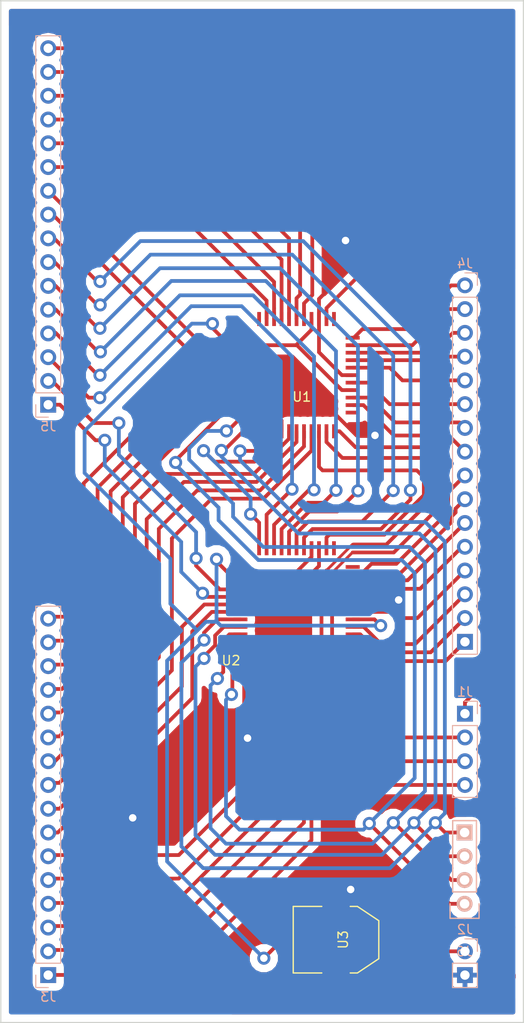
<source format=kicad_pcb>
(kicad_pcb (version 4) (host pcbnew 4.0.2+dfsg1-stable)

  (general
    (links 78)
    (no_connects 0)
    (area 182.804999 30.404999 238.835001 139.775001)
    (thickness 1.6)
    (drawings 17)
    (tracks 598)
    (zones 0)
    (modules 10)
    (nets 72)
  )

  (page A4)
  (layers
    (0 F.Cu signal)
    (31 B.Cu signal)
    (32 B.Adhes user)
    (33 F.Adhes user)
    (34 B.Paste user)
    (35 F.Paste user)
    (36 B.SilkS user)
    (37 F.SilkS user)
    (38 B.Mask user)
    (39 F.Mask user)
    (40 Dwgs.User user)
    (41 Cmts.User user)
    (42 Eco1.User user)
    (43 Eco2.User user)
    (44 Edge.Cuts user)
    (45 Margin user)
    (46 B.CrtYd user)
    (47 F.CrtYd user)
    (48 B.Fab user)
    (49 F.Fab user)
  )

  (setup
    (last_trace_width 0.4)
    (trace_clearance 0.2)
    (zone_clearance 0.8)
    (zone_45_only no)
    (trace_min 0.2)
    (segment_width 0.2)
    (edge_width 0.15)
    (via_size 0.6)
    (via_drill 0.4)
    (via_min_size 0.4)
    (via_min_drill 0.3)
    (uvia_size 0.3)
    (uvia_drill 0.1)
    (uvias_allowed no)
    (uvia_min_size 0.2)
    (uvia_min_drill 0.1)
    (pcb_text_width 0.3)
    (pcb_text_size 1.5 1.5)
    (mod_edge_width 0.15)
    (mod_text_size 1 1)
    (mod_text_width 0.15)
    (pad_size 1.7 1.7)
    (pad_drill 1.016)
    (pad_to_mask_clearance 0.2)
    (aux_axis_origin 0 0)
    (visible_elements FFFFFF7F)
    (pcbplotparams
      (layerselection 0x00030_80000001)
      (usegerberextensions false)
      (excludeedgelayer true)
      (linewidth 0.100000)
      (plotframeref false)
      (viasonmask false)
      (mode 1)
      (useauxorigin false)
      (hpglpennumber 1)
      (hpglpenspeed 20)
      (hpglpendiameter 15)
      (hpglpenoverlay 2)
      (psnegative false)
      (psa4output false)
      (plotreference true)
      (plotvalue true)
      (plotinvisibletext false)
      (padsonsilk false)
      (subtractmaskfromsilk false)
      (outputformat 1)
      (mirror false)
      (drillshape 1)
      (scaleselection 1)
      (outputdirectory ""))
  )

  (net 0 "")
  (net 1 "Net-(J1-Pad1)")
  (net 2 "Net-(J1-Pad2)")
  (net 3 "Net-(J1-Pad3)")
  (net 4 "Net-(J1-Pad4)")
  (net 5 VCC)
  (net 6 GND)
  (net 7 "Net-(J3-Pad1)")
  (net 8 "Net-(J3-Pad2)")
  (net 9 "Net-(J3-Pad3)")
  (net 10 "Net-(J3-Pad4)")
  (net 11 "Net-(J3-Pad5)")
  (net 12 "Net-(J3-Pad6)")
  (net 13 "Net-(J3-Pad7)")
  (net 14 "Net-(J3-Pad8)")
  (net 15 "Net-(J3-Pad9)")
  (net 16 "Net-(J3-Pad10)")
  (net 17 "Net-(J3-Pad11)")
  (net 18 "Net-(J3-Pad12)")
  (net 19 "Net-(J3-Pad13)")
  (net 20 "Net-(J3-Pad14)")
  (net 21 "Net-(J3-Pad15)")
  (net 22 "Net-(J3-Pad16)")
  (net 23 "Net-(J4-Pad1)")
  (net 24 "Net-(J4-Pad2)")
  (net 25 "Net-(J4-Pad3)")
  (net 26 "Net-(J4-Pad4)")
  (net 27 "Net-(J4-Pad5)")
  (net 28 "Net-(J4-Pad6)")
  (net 29 "Net-(J4-Pad7)")
  (net 30 "Net-(J4-Pad8)")
  (net 31 "Net-(J4-Pad9)")
  (net 32 "Net-(J4-Pad10)")
  (net 33 "Net-(J4-Pad11)")
  (net 34 "Net-(J4-Pad12)")
  (net 35 "Net-(J4-Pad13)")
  (net 36 "Net-(J4-Pad14)")
  (net 37 "Net-(J4-Pad15)")
  (net 38 "Net-(J4-Pad16)")
  (net 39 "Net-(J5-Pad1)")
  (net 40 "Net-(J5-Pad2)")
  (net 41 "Net-(J5-Pad3)")
  (net 42 "Net-(J5-Pad4)")
  (net 43 "Net-(J5-Pad5)")
  (net 44 "Net-(J5-Pad6)")
  (net 45 "Net-(J5-Pad7)")
  (net 46 "Net-(J5-Pad8)")
  (net 47 "Net-(J5-Pad9)")
  (net 48 "Net-(J5-Pad10)")
  (net 49 "Net-(J5-Pad11)")
  (net 50 "Net-(J5-Pad12)")
  (net 51 "Net-(J5-Pad13)")
  (net 52 "Net-(J5-Pad14)")
  (net 53 "Net-(J5-Pad15)")
  (net 54 "Net-(J5-Pad16)")
  (net 55 "Net-(U1-Pad34)")
  (net 56 "Net-(U1-Pad23)")
  (net 57 "Net-(U1-Pad12)")
  (net 58 "Net-(U1-Pad9)")
  (net 59 "Net-(U1-Pad3)")
  (net 60 "Net-(U1-Pad33)")
  (net 61 "Net-(U1-Pad36)")
  (net 62 "Net-(U2-Pad34)")
  (net 63 "Net-(U2-Pad23)")
  (net 64 "Net-(U2-Pad1)")
  (net 65 "Net-(U2-Pad22)")
  (net 66 "Net-(U2-Pad36)")
  (net 67 "Net-(J2-Pad1)")
  (net 68 "Net-(J6-Pad1)")
  (net 69 "Net-(J6-Pad2)")
  (net 70 "Net-(J6-Pad3)")
  (net 71 "Net-(J6-Pad4)")

  (net_class Default "This is the default net class."
    (clearance 0.2)
    (trace_width 0.4)
    (via_dia 0.6)
    (via_drill 0.4)
    (uvia_dia 0.3)
    (uvia_drill 0.1)
    (add_net GND)
    (add_net "Net-(J1-Pad1)")
    (add_net "Net-(J1-Pad2)")
    (add_net "Net-(J1-Pad3)")
    (add_net "Net-(J1-Pad4)")
    (add_net "Net-(J2-Pad1)")
    (add_net "Net-(J3-Pad1)")
    (add_net "Net-(J3-Pad10)")
    (add_net "Net-(J3-Pad11)")
    (add_net "Net-(J3-Pad12)")
    (add_net "Net-(J3-Pad13)")
    (add_net "Net-(J3-Pad14)")
    (add_net "Net-(J3-Pad15)")
    (add_net "Net-(J3-Pad16)")
    (add_net "Net-(J3-Pad2)")
    (add_net "Net-(J3-Pad3)")
    (add_net "Net-(J3-Pad4)")
    (add_net "Net-(J3-Pad5)")
    (add_net "Net-(J3-Pad6)")
    (add_net "Net-(J3-Pad7)")
    (add_net "Net-(J3-Pad8)")
    (add_net "Net-(J3-Pad9)")
    (add_net "Net-(J4-Pad1)")
    (add_net "Net-(J4-Pad10)")
    (add_net "Net-(J4-Pad11)")
    (add_net "Net-(J4-Pad12)")
    (add_net "Net-(J4-Pad13)")
    (add_net "Net-(J4-Pad14)")
    (add_net "Net-(J4-Pad15)")
    (add_net "Net-(J4-Pad16)")
    (add_net "Net-(J4-Pad2)")
    (add_net "Net-(J4-Pad3)")
    (add_net "Net-(J4-Pad4)")
    (add_net "Net-(J4-Pad5)")
    (add_net "Net-(J4-Pad6)")
    (add_net "Net-(J4-Pad7)")
    (add_net "Net-(J4-Pad8)")
    (add_net "Net-(J4-Pad9)")
    (add_net "Net-(J5-Pad1)")
    (add_net "Net-(J5-Pad10)")
    (add_net "Net-(J5-Pad11)")
    (add_net "Net-(J5-Pad12)")
    (add_net "Net-(J5-Pad13)")
    (add_net "Net-(J5-Pad14)")
    (add_net "Net-(J5-Pad15)")
    (add_net "Net-(J5-Pad16)")
    (add_net "Net-(J5-Pad2)")
    (add_net "Net-(J5-Pad3)")
    (add_net "Net-(J5-Pad4)")
    (add_net "Net-(J5-Pad5)")
    (add_net "Net-(J5-Pad6)")
    (add_net "Net-(J5-Pad7)")
    (add_net "Net-(J5-Pad8)")
    (add_net "Net-(J5-Pad9)")
    (add_net "Net-(J6-Pad1)")
    (add_net "Net-(J6-Pad2)")
    (add_net "Net-(J6-Pad3)")
    (add_net "Net-(J6-Pad4)")
    (add_net "Net-(U1-Pad12)")
    (add_net "Net-(U1-Pad23)")
    (add_net "Net-(U1-Pad3)")
    (add_net "Net-(U1-Pad33)")
    (add_net "Net-(U1-Pad34)")
    (add_net "Net-(U1-Pad36)")
    (add_net "Net-(U1-Pad9)")
    (add_net "Net-(U2-Pad1)")
    (add_net "Net-(U2-Pad22)")
    (add_net "Net-(U2-Pad23)")
    (add_net "Net-(U2-Pad34)")
    (add_net "Net-(U2-Pad36)")
    (add_net VCC)
  )

  (net_class thick ""
    (clearance 0.2)
    (trace_width 0.4)
    (via_dia 0.6)
    (via_drill 0.4)
    (uvia_dia 0.3)
    (uvia_drill 0.1)
  )

  (module Pin_Headers:Pin_Header_Straight_1x04_Pitch2.54mm (layer B.Cu) (tedit 59650532) (tstamp 5B06CF08)
    (at 232.5 106.68 180)
    (descr "Through hole straight pin header, 1x04, 2.54mm pitch, single row")
    (tags "Through hole pin header THT 1x04 2.54mm single row")
    (path /5AEB1744)
    (fp_text reference J1 (at 0 2.33 180) (layer B.SilkS)
      (effects (font (size 1 1) (thickness 0.15)) (justify mirror))
    )
    (fp_text value Conn_01x04 (at 0 -9.95 180) (layer B.Fab)
      (effects (font (size 1 1) (thickness 0.15)) (justify mirror))
    )
    (fp_line (start -0.635 1.27) (end 1.27 1.27) (layer B.Fab) (width 0.1))
    (fp_line (start 1.27 1.27) (end 1.27 -8.89) (layer B.Fab) (width 0.1))
    (fp_line (start 1.27 -8.89) (end -1.27 -8.89) (layer B.Fab) (width 0.1))
    (fp_line (start -1.27 -8.89) (end -1.27 0.635) (layer B.Fab) (width 0.1))
    (fp_line (start -1.27 0.635) (end -0.635 1.27) (layer B.Fab) (width 0.1))
    (fp_line (start -1.33 -8.95) (end 1.33 -8.95) (layer B.SilkS) (width 0.12))
    (fp_line (start -1.33 -1.27) (end -1.33 -8.95) (layer B.SilkS) (width 0.12))
    (fp_line (start 1.33 -1.27) (end 1.33 -8.95) (layer B.SilkS) (width 0.12))
    (fp_line (start -1.33 -1.27) (end 1.33 -1.27) (layer B.SilkS) (width 0.12))
    (fp_line (start -1.33 0) (end -1.33 1.33) (layer B.SilkS) (width 0.12))
    (fp_line (start -1.33 1.33) (end 0 1.33) (layer B.SilkS) (width 0.12))
    (fp_line (start -1.8 1.8) (end -1.8 -9.4) (layer B.CrtYd) (width 0.05))
    (fp_line (start -1.8 -9.4) (end 1.8 -9.4) (layer B.CrtYd) (width 0.05))
    (fp_line (start 1.8 -9.4) (end 1.8 1.8) (layer B.CrtYd) (width 0.05))
    (fp_line (start 1.8 1.8) (end -1.8 1.8) (layer B.CrtYd) (width 0.05))
    (fp_text user %R (at 0.4 -4.05 450) (layer B.Fab)
      (effects (font (size 1 1) (thickness 0.15)) (justify mirror))
    )
    (pad 1 thru_hole rect (at 0 0 180) (size 1.7 1.7) (drill 1) (layers *.Cu *.Mask)
      (net 1 "Net-(J1-Pad1)"))
    (pad 2 thru_hole oval (at 0 -2.54 180) (size 1.7 1.7) (drill 1) (layers *.Cu *.Mask)
      (net 2 "Net-(J1-Pad2)"))
    (pad 3 thru_hole oval (at 0 -5.08 180) (size 1.7 1.7) (drill 1) (layers *.Cu *.Mask)
      (net 3 "Net-(J1-Pad3)"))
    (pad 4 thru_hole oval (at 0 -7.62 180) (size 1.7 1.7) (drill 1) (layers *.Cu *.Mask)
      (net 4 "Net-(J1-Pad4)"))
    (model ${KISYS3DMOD}/Pin_Headers.3dshapes/Pin_Header_Straight_1x04_Pitch2.54mm.wrl
      (at (xyz 0 0 0))
      (scale (xyz 1 1 1))
      (rotate (xyz 0 0 0))
    )
  )

  (module footprints:XC9572XL-VQ44 (layer F.Cu) (tedit 5AEB4228) (tstamp 5B06CF7A)
    (at 210.5 76.5)
    (path /5B07240B)
    (fp_text reference U1 (at 4.5618 -3.6782) (layer F.SilkS)
      (effects (font (size 1 1) (thickness 0.15)))
    )
    (fp_text value XC9572XL-VQ44 (at 4 2) (layer F.Fab)
      (effects (font (size 1 1) (thickness 0.15)))
    )
    (fp_circle (center 0 -2) (end 0.4 -2.2) (layer F.Adhes) (width 0.15))
    (fp_arc (start 8.5 -1.5) (end 10 -1.5) (angle 90) (layer F.Adhes) (width 0.15))
    (fp_arc (start -0.5 -1.5) (end -0.5 0) (angle 90) (layer F.Adhes) (width 0.15))
    (fp_arc (start -0.5 -10.5) (end -2 -10.5) (angle 90) (layer F.Adhes) (width 0.15))
    (fp_arc (start 8.5 -10.5) (end 8.5 -12) (angle 90) (layer F.Adhes) (width 0.15))
    (pad 34 smd rect (at -2 -10) (size 1.5 0.4) (layers F.Cu F.Paste F.Mask)
      (net 55 "Net-(U1-Pad34)"))
    (pad 23 smd rect (at 8 -12) (size 0.4 1.5) (layers F.Cu F.Paste F.Mask)
      (net 56 "Net-(U1-Pad23)"))
    (pad 12 smd rect (at 10 -2) (size 1.5 0.4) (layers F.Cu F.Paste F.Mask)
      (net 57 "Net-(U1-Pad12)"))
    (pad 11 smd rect (at 8 0) (size 0.4 1.5) (layers F.Cu F.Paste F.Mask)
      (net 2 "Net-(J1-Pad2)"))
    (pad 10 smd rect (at 7.2 0) (size 0.4 1.5) (layers F.Cu F.Paste F.Mask)
      (net 3 "Net-(J1-Pad3)"))
    (pad 9 smd rect (at 6.4 0) (size 0.4 1.5) (layers F.Cu F.Paste F.Mask)
      (net 58 "Net-(U1-Pad9)"))
    (pad 8 smd rect (at 5.6 0) (size 0.4 1.5) (layers F.Cu F.Paste F.Mask)
      (net 15 "Net-(J3-Pad9)"))
    (pad 7 smd rect (at 4.8 0) (size 0.4 1.5) (layers F.Cu F.Paste F.Mask)
      (net 16 "Net-(J3-Pad10)"))
    (pad 6 smd rect (at 4 0) (size 0.4 1.5) (layers F.Cu F.Paste F.Mask)
      (net 17 "Net-(J3-Pad11)"))
    (pad 5 smd rect (at 3.2 0) (size 0.4 1.5) (layers F.Cu F.Paste F.Mask)
      (net 18 "Net-(J3-Pad12)"))
    (pad 4 smd rect (at 2.4 0) (size 0.4 1.5) (layers F.Cu F.Paste F.Mask)
      (net 6 GND))
    (pad 3 smd rect (at 1.6 0) (size 0.4 1.5) (layers F.Cu F.Paste F.Mask)
      (net 59 "Net-(U1-Pad3)"))
    (pad 1 smd rect (at 0 0) (size 0.4 1.5) (layers F.Cu F.Paste F.Mask)
      (net 70 "Net-(J6-Pad3)"))
    (pad 2 smd rect (at 0.8 0) (size 0.4 1.5) (layers F.Cu F.Paste F.Mask)
      (net 71 "Net-(J6-Pad4)"))
    (pad 13 smd rect (at 10 -2.8) (size 1.5 0.4) (layers F.Cu F.Paste F.Mask)
      (net 30 "Net-(J4-Pad8)"))
    (pad 14 smd rect (at 10 -3.6) (size 1.5 0.4) (layers F.Cu F.Paste F.Mask)
      (net 29 "Net-(J4-Pad7)"))
    (pad 15 smd rect (at 10 -4.4) (size 1.5 0.4) (layers F.Cu F.Paste F.Mask)
      (net 5 VCC))
    (pad 16 smd rect (at 10 -5.2) (size 1.5 0.4) (layers F.Cu F.Paste F.Mask)
      (net 28 "Net-(J4-Pad6)"))
    (pad 17 smd rect (at 10 -6) (size 1.5 0.4) (layers F.Cu F.Paste F.Mask)
      (net 6 GND))
    (pad 18 smd rect (at 10 -6.8) (size 1.5 0.4) (layers F.Cu F.Paste F.Mask)
      (net 27 "Net-(J4-Pad5)"))
    (pad 19 smd rect (at 10 -7.6) (size 1.5 0.4) (layers F.Cu F.Paste F.Mask)
      (net 26 "Net-(J4-Pad4)"))
    (pad 20 smd rect (at 10 -8.4) (size 1.5 0.4) (layers F.Cu F.Paste F.Mask)
      (net 25 "Net-(J4-Pad3)"))
    (pad 21 smd rect (at 10 -9.2) (size 1.5 0.4) (layers F.Cu F.Paste F.Mask)
      (net 24 "Net-(J4-Pad2)"))
    (pad 22 smd rect (at 10 -10) (size 1.5 0.4) (layers F.Cu F.Paste F.Mask)
      (net 23 "Net-(J4-Pad1)"))
    (pad 24 smd rect (at 7.2 -12) (size 0.4 1.5) (layers F.Cu F.Paste F.Mask)
      (net 1 "Net-(J1-Pad1)"))
    (pad 25 smd rect (at 6.4 -12) (size 0.4 1.5) (layers F.Cu F.Paste F.Mask)
      (net 6 GND))
    (pad 26 smd rect (at 5.6 -12) (size 0.4 1.5) (layers F.Cu F.Paste F.Mask)
      (net 5 VCC))
    (pad 27 smd rect (at 4.8 -12) (size 0.4 1.5) (layers F.Cu F.Paste F.Mask)
      (net 54 "Net-(J5-Pad16)"))
    (pad 28 smd rect (at 4 -12) (size 0.4 1.5) (layers F.Cu F.Paste F.Mask)
      (net 53 "Net-(J5-Pad15)"))
    (pad 29 smd rect (at 3.2 -12) (size 0.4 1.5) (layers F.Cu F.Paste F.Mask)
      (net 52 "Net-(J5-Pad14)"))
    (pad 30 smd rect (at 2.4 -12) (size 0.4 1.5) (layers F.Cu F.Paste F.Mask)
      (net 51 "Net-(J5-Pad13)"))
    (pad 31 smd rect (at 1.6 -12) (size 0.4 1.5) (layers F.Cu F.Paste F.Mask)
      (net 50 "Net-(J5-Pad12)"))
    (pad 32 smd rect (at 0.8 -12) (size 0.4 1.5) (layers F.Cu F.Paste F.Mask)
      (net 49 "Net-(J5-Pad11)"))
    (pad 33 smd rect (at 0 -12) (size 0.4 1.5) (layers F.Cu F.Paste F.Mask)
      (net 60 "Net-(U1-Pad33)"))
    (pad 35 smd rect (at -2 -9.2) (size 1.5 0.4) (layers F.Cu F.Paste F.Mask)
      (net 5 VCC))
    (pad 36 smd rect (at -2 -8.4) (size 1.5 0.4) (layers F.Cu F.Paste F.Mask)
      (net 61 "Net-(U1-Pad36)"))
    (pad 37 smd rect (at -2 -7.6) (size 1.5 0.4) (layers F.Cu F.Paste F.Mask)
      (net 48 "Net-(J5-Pad10)"))
    (pad 38 smd rect (at -2 -6.8) (size 1.5 0.4) (layers F.Cu F.Paste F.Mask)
      (net 47 "Net-(J5-Pad9)"))
    (pad 39 smd rect (at -2 -6) (size 1.5 0.4) (layers F.Cu F.Paste F.Mask)
      (net 22 "Net-(J3-Pad16)"))
    (pad 40 smd rect (at -2 -5.2) (size 1.5 0.4) (layers F.Cu F.Paste F.Mask)
      (net 21 "Net-(J3-Pad15)"))
    (pad 41 smd rect (at -2 -4.4) (size 1.5 0.4) (layers F.Cu F.Paste F.Mask)
      (net 20 "Net-(J3-Pad14)"))
    (pad 42 smd rect (at -2 -3.6) (size 1.5 0.4) (layers F.Cu F.Paste F.Mask)
      (net 19 "Net-(J3-Pad13)"))
    (pad 43 smd rect (at -2 -2.8) (size 1.5 0.4) (layers F.Cu F.Paste F.Mask)
      (net 68 "Net-(J6-Pad1)"))
    (pad 44 smd rect (at -2 -2) (size 1.5 0.4) (layers F.Cu F.Paste F.Mask)
      (net 69 "Net-(J6-Pad2)"))
  )

  (module footprints:XC9572XL-VQ44 (layer F.Cu) (tedit 5AEB4228) (tstamp 5B06CFAA)
    (at 210.5 101)
    (path /5B07250D)
    (fp_text reference U2 (at -3 0) (layer F.SilkS)
      (effects (font (size 1 1) (thickness 0.15)))
    )
    (fp_text value XC9572XL-VQ44 (at 4 2) (layer F.Fab)
      (effects (font (size 1 1) (thickness 0.15)))
    )
    (fp_circle (center 0 -2) (end 0.4 -2.2) (layer F.Adhes) (width 0.15))
    (fp_arc (start 8.5 -1.5) (end 10 -1.5) (angle 90) (layer F.Adhes) (width 0.15))
    (fp_arc (start -0.5 -1.5) (end -0.5 0) (angle 90) (layer F.Adhes) (width 0.15))
    (fp_arc (start -0.5 -10.5) (end -2 -10.5) (angle 90) (layer F.Adhes) (width 0.15))
    (fp_arc (start 8.5 -10.5) (end 8.5 -12) (angle 90) (layer F.Adhes) (width 0.15))
    (pad 34 smd rect (at -2 -10) (size 1.5 0.4) (layers F.Cu F.Paste F.Mask)
      (net 62 "Net-(U2-Pad34)"))
    (pad 23 smd rect (at 8 -12) (size 0.4 1.5) (layers F.Cu F.Paste F.Mask)
      (net 63 "Net-(U2-Pad23)"))
    (pad 12 smd rect (at 10 -2) (size 1.5 0.4) (layers F.Cu F.Paste F.Mask)
      (net 38 "Net-(J4-Pad16)"))
    (pad 11 smd rect (at 8 0) (size 0.4 1.5) (layers F.Cu F.Paste F.Mask)
      (net 2 "Net-(J1-Pad2)"))
    (pad 10 smd rect (at 7.2 0) (size 0.4 1.5) (layers F.Cu F.Paste F.Mask)
      (net 3 "Net-(J1-Pad3)"))
    (pad 9 smd rect (at 6.4 0) (size 0.4 1.5) (layers F.Cu F.Paste F.Mask)
      (net 4 "Net-(J1-Pad4)"))
    (pad 8 smd rect (at 5.6 0) (size 0.4 1.5) (layers F.Cu F.Paste F.Mask)
      (net 7 "Net-(J3-Pad1)"))
    (pad 7 smd rect (at 4.8 0) (size 0.4 1.5) (layers F.Cu F.Paste F.Mask)
      (net 8 "Net-(J3-Pad2)"))
    (pad 6 smd rect (at 4 0) (size 0.4 1.5) (layers F.Cu F.Paste F.Mask)
      (net 9 "Net-(J3-Pad3)"))
    (pad 5 smd rect (at 3.2 0) (size 0.4 1.5) (layers F.Cu F.Paste F.Mask)
      (net 10 "Net-(J3-Pad4)"))
    (pad 4 smd rect (at 2.4 0) (size 0.4 1.5) (layers F.Cu F.Paste F.Mask)
      (net 6 GND))
    (pad 3 smd rect (at 1.6 0) (size 0.4 1.5) (layers F.Cu F.Paste F.Mask)
      (net 11 "Net-(J3-Pad5)"))
    (pad 1 smd rect (at 0 0) (size 0.4 1.5) (layers F.Cu F.Paste F.Mask)
      (net 64 "Net-(U2-Pad1)"))
    (pad 2 smd rect (at 0.8 0) (size 0.4 1.5) (layers F.Cu F.Paste F.Mask)
      (net 12 "Net-(J3-Pad6)"))
    (pad 13 smd rect (at 10 -2.8) (size 1.5 0.4) (layers F.Cu F.Paste F.Mask)
      (net 37 "Net-(J4-Pad15)"))
    (pad 14 smd rect (at 10 -3.6) (size 1.5 0.4) (layers F.Cu F.Paste F.Mask)
      (net 36 "Net-(J4-Pad14)"))
    (pad 15 smd rect (at 10 -4.4) (size 1.5 0.4) (layers F.Cu F.Paste F.Mask)
      (net 5 VCC))
    (pad 16 smd rect (at 10 -5.2) (size 1.5 0.4) (layers F.Cu F.Paste F.Mask)
      (net 35 "Net-(J4-Pad13)"))
    (pad 17 smd rect (at 10 -6) (size 1.5 0.4) (layers F.Cu F.Paste F.Mask)
      (net 6 GND))
    (pad 18 smd rect (at 10 -6.8) (size 1.5 0.4) (layers F.Cu F.Paste F.Mask)
      (net 34 "Net-(J4-Pad12)"))
    (pad 19 smd rect (at 10 -7.6) (size 1.5 0.4) (layers F.Cu F.Paste F.Mask)
      (net 33 "Net-(J4-Pad11)"))
    (pad 20 smd rect (at 10 -8.4) (size 1.5 0.4) (layers F.Cu F.Paste F.Mask)
      (net 32 "Net-(J4-Pad10)"))
    (pad 21 smd rect (at 10 -9.2) (size 1.5 0.4) (layers F.Cu F.Paste F.Mask)
      (net 31 "Net-(J4-Pad9)"))
    (pad 22 smd rect (at 10 -10) (size 1.5 0.4) (layers F.Cu F.Paste F.Mask)
      (net 65 "Net-(U2-Pad22)"))
    (pad 24 smd rect (at 7.2 -12) (size 0.4 1.5) (layers F.Cu F.Paste F.Mask)
      (net 58 "Net-(U1-Pad9)"))
    (pad 25 smd rect (at 6.4 -12) (size 0.4 1.5) (layers F.Cu F.Paste F.Mask)
      (net 6 GND))
    (pad 26 smd rect (at 5.6 -12) (size 0.4 1.5) (layers F.Cu F.Paste F.Mask)
      (net 5 VCC))
    (pad 27 smd rect (at 4.8 -12) (size 0.4 1.5) (layers F.Cu F.Paste F.Mask)
      (net 46 "Net-(J5-Pad8)"))
    (pad 28 smd rect (at 4 -12) (size 0.4 1.5) (layers F.Cu F.Paste F.Mask)
      (net 45 "Net-(J5-Pad7)"))
    (pad 29 smd rect (at 3.2 -12) (size 0.4 1.5) (layers F.Cu F.Paste F.Mask)
      (net 44 "Net-(J5-Pad6)"))
    (pad 30 smd rect (at 2.4 -12) (size 0.4 1.5) (layers F.Cu F.Paste F.Mask)
      (net 43 "Net-(J5-Pad5)"))
    (pad 31 smd rect (at 1.6 -12) (size 0.4 1.5) (layers F.Cu F.Paste F.Mask)
      (net 42 "Net-(J5-Pad4)"))
    (pad 32 smd rect (at 0.8 -12) (size 0.4 1.5) (layers F.Cu F.Paste F.Mask)
      (net 41 "Net-(J5-Pad3)"))
    (pad 33 smd rect (at 0 -12) (size 0.4 1.5) (layers F.Cu F.Paste F.Mask)
      (net 59 "Net-(U1-Pad3)"))
    (pad 35 smd rect (at -2 -9.2) (size 1.5 0.4) (layers F.Cu F.Paste F.Mask)
      (net 5 VCC))
    (pad 36 smd rect (at -2 -8.4) (size 1.5 0.4) (layers F.Cu F.Paste F.Mask)
      (net 66 "Net-(U2-Pad36)"))
    (pad 37 smd rect (at -2 -7.6) (size 1.5 0.4) (layers F.Cu F.Paste F.Mask)
      (net 40 "Net-(J5-Pad2)"))
    (pad 38 smd rect (at -2 -6.8) (size 1.5 0.4) (layers F.Cu F.Paste F.Mask)
      (net 39 "Net-(J5-Pad1)"))
    (pad 39 smd rect (at -2 -6) (size 1.5 0.4) (layers F.Cu F.Paste F.Mask)
      (net 14 "Net-(J3-Pad8)"))
    (pad 40 smd rect (at -2 -5.2) (size 1.5 0.4) (layers F.Cu F.Paste F.Mask)
      (net 13 "Net-(J3-Pad7)"))
    (pad 41 smd rect (at -2 -4.4) (size 1.5 0.4) (layers F.Cu F.Paste F.Mask)
      (net 71 "Net-(J6-Pad4)"))
    (pad 42 smd rect (at -2 -3.6) (size 1.5 0.4) (layers F.Cu F.Paste F.Mask)
      (net 70 "Net-(J6-Pad3)"))
    (pad 43 smd rect (at -2 -2.8) (size 1.5 0.4) (layers F.Cu F.Paste F.Mask)
      (net 69 "Net-(J6-Pad2)"))
    (pad 44 smd rect (at -2 -2) (size 1.5 0.4) (layers F.Cu F.Paste F.Mask)
      (net 68 "Net-(J6-Pad1)"))
  )

  (module Pin_Headers:Pin_Header_Straight_1x02_Pitch2.54mm (layer B.Cu) (tedit 5B2BB472) (tstamp 5B0FFD1A)
    (at 232.5 132.08 180)
    (descr "Through hole straight pin header, 1x02, 2.54mm pitch, single row")
    (tags "Through hole pin header THT 1x02 2.54mm single row")
    (path /5AEB171D)
    (fp_text reference J2 (at 0 2.33 180) (layer B.SilkS)
      (effects (font (size 1 1) (thickness 0.15)) (justify mirror))
    )
    (fp_text value Conn_01x02 (at 0 -4.87 180) (layer B.Fab)
      (effects (font (size 1 1) (thickness 0.15)) (justify mirror))
    )
    (fp_line (start -0.635 1.27) (end 1.27 1.27) (layer B.Fab) (width 0.1))
    (fp_line (start 1.27 1.27) (end 1.27 -3.81) (layer B.Fab) (width 0.1))
    (fp_line (start 1.27 -3.81) (end -1.27 -3.81) (layer B.Fab) (width 0.1))
    (fp_line (start -1.27 -3.81) (end -1.27 0.635) (layer B.Fab) (width 0.1))
    (fp_line (start -1.27 0.635) (end -0.635 1.27) (layer B.Fab) (width 0.1))
    (fp_line (start -1.33 -3.87) (end 1.33 -3.87) (layer B.SilkS) (width 0.12))
    (fp_line (start -1.33 -1.27) (end -1.33 -3.87) (layer B.SilkS) (width 0.12))
    (fp_line (start 1.33 -1.27) (end 1.33 -3.87) (layer B.SilkS) (width 0.12))
    (fp_line (start -1.33 -1.27) (end 1.33 -1.27) (layer B.SilkS) (width 0.12))
    (fp_line (start -1.33 0) (end -1.33 1.33) (layer B.SilkS) (width 0.12))
    (fp_line (start -1.33 1.33) (end 0 1.33) (layer B.SilkS) (width 0.12))
    (fp_line (start -1.8 1.8) (end -1.8 -4.35) (layer B.CrtYd) (width 0.05))
    (fp_line (start -1.8 -4.35) (end 1.8 -4.35) (layer B.CrtYd) (width 0.05))
    (fp_line (start 1.8 -4.35) (end 1.8 1.8) (layer B.CrtYd) (width 0.05))
    (fp_line (start 1.8 1.8) (end -1.8 1.8) (layer B.CrtYd) (width 0.05))
    (fp_text user %R (at 0 0 450) (layer B.Fab)
      (effects (font (size 1 1) (thickness 0.15)) (justify mirror))
    )
    (pad 1 thru_hole oval (at 0 0 180) (size 1.7 1.7) (drill 1) (layers *.Cu *.Mask)
      (net 67 "Net-(J2-Pad1)"))
    (pad 2 thru_hole rect (at 0 -2.54 180) (size 1.7 1.7) (drill 1) (layers *.Cu *.Mask)
      (net 6 GND))
    (model ${KISYS3DMOD}/Pin_Headers.3dshapes/Pin_Header_Straight_1x02_Pitch2.54mm.wrl
      (at (xyz 0 0 0))
      (scale (xyz 1 1 1))
      (rotate (xyz 0 0 0))
    )
  )

  (module Pin_Headers:Pin_Header_Straight_1x16_Pitch2.54mm (layer B.Cu) (tedit 59650532) (tstamp 5B0FFD1F)
    (at 187.96 134.62)
    (descr "Through hole straight pin header, 1x16, 2.54mm pitch, single row")
    (tags "Through hole pin header THT 1x16 2.54mm single row")
    (path /5AEB13CF)
    (fp_text reference J3 (at 0 2.33) (layer B.SilkS)
      (effects (font (size 1 1) (thickness 0.15)) (justify mirror))
    )
    (fp_text value Conn_01x16 (at 0 -40.43) (layer B.Fab)
      (effects (font (size 1 1) (thickness 0.15)) (justify mirror))
    )
    (fp_line (start -0.635 1.27) (end 1.27 1.27) (layer B.Fab) (width 0.1))
    (fp_line (start 1.27 1.27) (end 1.27 -39.37) (layer B.Fab) (width 0.1))
    (fp_line (start 1.27 -39.37) (end -1.27 -39.37) (layer B.Fab) (width 0.1))
    (fp_line (start -1.27 -39.37) (end -1.27 0.635) (layer B.Fab) (width 0.1))
    (fp_line (start -1.27 0.635) (end -0.635 1.27) (layer B.Fab) (width 0.1))
    (fp_line (start -1.33 -39.43) (end 1.33 -39.43) (layer B.SilkS) (width 0.12))
    (fp_line (start -1.33 -1.27) (end -1.33 -39.43) (layer B.SilkS) (width 0.12))
    (fp_line (start 1.33 -1.27) (end 1.33 -39.43) (layer B.SilkS) (width 0.12))
    (fp_line (start -1.33 -1.27) (end 1.33 -1.27) (layer B.SilkS) (width 0.12))
    (fp_line (start -1.33 0) (end -1.33 1.33) (layer B.SilkS) (width 0.12))
    (fp_line (start -1.33 1.33) (end 0 1.33) (layer B.SilkS) (width 0.12))
    (fp_line (start -1.8 1.8) (end -1.8 -39.9) (layer B.CrtYd) (width 0.05))
    (fp_line (start -1.8 -39.9) (end 1.8 -39.9) (layer B.CrtYd) (width 0.05))
    (fp_line (start 1.8 -39.9) (end 1.8 1.8) (layer B.CrtYd) (width 0.05))
    (fp_line (start 1.8 1.8) (end -1.8 1.8) (layer B.CrtYd) (width 0.05))
    (fp_text user %R (at 0 -19.05 270) (layer B.Fab)
      (effects (font (size 1 1) (thickness 0.15)) (justify mirror))
    )
    (pad 1 thru_hole rect (at 0 0) (size 1.7 1.7) (drill 1) (layers *.Cu *.Mask)
      (net 7 "Net-(J3-Pad1)"))
    (pad 2 thru_hole oval (at 0 -2.54) (size 1.7 1.7) (drill 1) (layers *.Cu *.Mask)
      (net 8 "Net-(J3-Pad2)"))
    (pad 3 thru_hole oval (at 0 -5.08) (size 1.7 1.7) (drill 1) (layers *.Cu *.Mask)
      (net 9 "Net-(J3-Pad3)"))
    (pad 4 thru_hole oval (at 0 -7.62) (size 1.7 1.7) (drill 1) (layers *.Cu *.Mask)
      (net 10 "Net-(J3-Pad4)"))
    (pad 5 thru_hole oval (at 0 -10.16) (size 1.7 1.7) (drill 1) (layers *.Cu *.Mask)
      (net 11 "Net-(J3-Pad5)"))
    (pad 6 thru_hole oval (at 0 -12.7) (size 1.7 1.7) (drill 1) (layers *.Cu *.Mask)
      (net 12 "Net-(J3-Pad6)"))
    (pad 7 thru_hole oval (at 0 -15.24) (size 1.7 1.7) (drill 1) (layers *.Cu *.Mask)
      (net 13 "Net-(J3-Pad7)"))
    (pad 8 thru_hole oval (at 0 -17.78) (size 1.7 1.7) (drill 1) (layers *.Cu *.Mask)
      (net 14 "Net-(J3-Pad8)"))
    (pad 9 thru_hole oval (at 0 -20.32) (size 1.7 1.7) (drill 1) (layers *.Cu *.Mask)
      (net 15 "Net-(J3-Pad9)"))
    (pad 10 thru_hole oval (at 0 -22.86) (size 1.7 1.7) (drill 1) (layers *.Cu *.Mask)
      (net 16 "Net-(J3-Pad10)"))
    (pad 11 thru_hole oval (at 0 -25.4) (size 1.7 1.7) (drill 1) (layers *.Cu *.Mask)
      (net 17 "Net-(J3-Pad11)"))
    (pad 12 thru_hole oval (at 0 -27.94) (size 1.7 1.7) (drill 1) (layers *.Cu *.Mask)
      (net 18 "Net-(J3-Pad12)"))
    (pad 13 thru_hole oval (at 0 -30.48) (size 1.7 1.7) (drill 1) (layers *.Cu *.Mask)
      (net 19 "Net-(J3-Pad13)"))
    (pad 14 thru_hole oval (at 0 -33.02) (size 1.7 1.7) (drill 1) (layers *.Cu *.Mask)
      (net 20 "Net-(J3-Pad14)"))
    (pad 15 thru_hole oval (at 0 -35.56) (size 1.7 1.7) (drill 1) (layers *.Cu *.Mask)
      (net 21 "Net-(J3-Pad15)"))
    (pad 16 thru_hole oval (at 0 -38.1) (size 1.7 1.7) (drill 1) (layers *.Cu *.Mask)
      (net 22 "Net-(J3-Pad16)"))
    (model ${KISYS3DMOD}/Pin_Headers.3dshapes/Pin_Header_Straight_1x16_Pitch2.54mm.wrl
      (at (xyz 0 0 0))
      (scale (xyz 1 1 1))
      (rotate (xyz 0 0 0))
    )
  )

  (module Pin_Headers:Pin_Header_Straight_1x16_Pitch2.54mm (layer B.Cu) (tedit 5B2BC0AC) (tstamp 5B0FFD32)
    (at 232.5 60.9 180)
    (descr "Through hole straight pin header, 1x16, 2.54mm pitch, single row")
    (tags "Through hole pin header THT 1x16 2.54mm single row")
    (path /5AEB13AD)
    (fp_text reference J4 (at 0 2.33 180) (layer B.SilkS)
      (effects (font (size 1 1) (thickness 0.15)) (justify mirror))
    )
    (fp_text value Conn_01x16 (at -1.233 4.131 180) (layer B.Fab)
      (effects (font (size 1 1) (thickness 0.15)) (justify mirror))
    )
    (fp_line (start -0.635 1.27) (end 1.27 1.27) (layer B.Fab) (width 0.1))
    (fp_line (start 1.27 1.27) (end 1.27 -39.37) (layer B.Fab) (width 0.1))
    (fp_line (start 1.27 -39.37) (end -1.27 -39.37) (layer B.Fab) (width 0.1))
    (fp_line (start -1.27 -39.37) (end -1.27 0.635) (layer B.Fab) (width 0.1))
    (fp_line (start -1.27 0.635) (end -0.635 1.27) (layer B.Fab) (width 0.1))
    (fp_line (start -1.33 -39.43) (end 1.33 -39.43) (layer B.SilkS) (width 0.12))
    (fp_line (start -1.33 -1.27) (end -1.33 -39.43) (layer B.SilkS) (width 0.12))
    (fp_line (start 1.33 -1.27) (end 1.33 -39.43) (layer B.SilkS) (width 0.12))
    (fp_line (start -1.33 -1.27) (end 1.33 -1.27) (layer B.SilkS) (width 0.12))
    (fp_line (start -1.33 0) (end -1.33 1.33) (layer B.SilkS) (width 0.12))
    (fp_line (start -1.33 1.33) (end 0 1.33) (layer B.SilkS) (width 0.12))
    (fp_line (start -1.8 1.8) (end -1.8 -39.9) (layer B.CrtYd) (width 0.05))
    (fp_line (start -1.8 -39.9) (end 1.8 -39.9) (layer B.CrtYd) (width 0.05))
    (fp_line (start 1.8 -39.9) (end 1.8 1.8) (layer B.CrtYd) (width 0.05))
    (fp_line (start 1.8 1.8) (end -1.8 1.8) (layer B.CrtYd) (width 0.05))
    (fp_text user %R (at 0 -19.05 450) (layer B.Fab)
      (effects (font (size 1 1) (thickness 0.15)) (justify mirror))
    )
    (pad 1 thru_hole oval (at 0 0 180) (size 1.7 1.7) (drill 1) (layers *.Cu *.Mask)
      (net 23 "Net-(J4-Pad1)"))
    (pad 2 thru_hole oval (at 0 -2.54 180) (size 1.7 1.7) (drill 1) (layers *.Cu *.Mask)
      (net 24 "Net-(J4-Pad2)"))
    (pad 3 thru_hole oval (at 0 -5.08 180) (size 1.7 1.7) (drill 1) (layers *.Cu *.Mask)
      (net 25 "Net-(J4-Pad3)"))
    (pad 4 thru_hole oval (at 0 -7.62 180) (size 1.7 1.7) (drill 1) (layers *.Cu *.Mask)
      (net 26 "Net-(J4-Pad4)"))
    (pad 5 thru_hole oval (at 0 -10.16 180) (size 1.7 1.7) (drill 1) (layers *.Cu *.Mask)
      (net 27 "Net-(J4-Pad5)"))
    (pad 6 thru_hole oval (at 0 -12.7 180) (size 1.7 1.7) (drill 1) (layers *.Cu *.Mask)
      (net 28 "Net-(J4-Pad6)"))
    (pad 7 thru_hole oval (at 0 -15.24 180) (size 1.7 1.7) (drill 1) (layers *.Cu *.Mask)
      (net 29 "Net-(J4-Pad7)"))
    (pad 8 thru_hole oval (at 0 -17.78 180) (size 1.7 1.7) (drill 1) (layers *.Cu *.Mask)
      (net 30 "Net-(J4-Pad8)"))
    (pad 9 thru_hole oval (at 0 -20.32 180) (size 1.7 1.7) (drill 1) (layers *.Cu *.Mask)
      (net 31 "Net-(J4-Pad9)"))
    (pad 10 thru_hole oval (at 0 -22.86 180) (size 1.7 1.7) (drill 1) (layers *.Cu *.Mask)
      (net 32 "Net-(J4-Pad10)"))
    (pad 11 thru_hole oval (at 0 -25.4 180) (size 1.7 1.7) (drill 1) (layers *.Cu *.Mask)
      (net 33 "Net-(J4-Pad11)"))
    (pad 12 thru_hole oval (at 0 -27.94 180) (size 1.7 1.7) (drill 1) (layers *.Cu *.Mask)
      (net 34 "Net-(J4-Pad12)"))
    (pad 13 thru_hole oval (at 0 -30.48 180) (size 1.7 1.7) (drill 1) (layers *.Cu *.Mask)
      (net 35 "Net-(J4-Pad13)"))
    (pad 14 thru_hole oval (at 0 -33.02 180) (size 1.7 1.7) (drill 1) (layers *.Cu *.Mask)
      (net 36 "Net-(J4-Pad14)"))
    (pad 15 thru_hole oval (at 0 -35.56 180) (size 1.7 1.7) (drill 1) (layers *.Cu *.Mask)
      (net 37 "Net-(J4-Pad15)"))
    (pad 16 thru_hole rect (at 0 -38.1 180) (size 1.7 1.7) (drill 1) (layers *.Cu *.Mask)
      (net 38 "Net-(J4-Pad16)"))
    (model ${KISYS3DMOD}/Pin_Headers.3dshapes/Pin_Header_Straight_1x16_Pitch2.54mm.wrl
      (at (xyz 0 0 0))
      (scale (xyz 1 1 1))
      (rotate (xyz 0 0 0))
    )
  )

  (module Pin_Headers:Pin_Header_Straight_1x16_Pitch2.54mm (layer B.Cu) (tedit 59650532) (tstamp 5B0FFD45)
    (at 187.96 73.66)
    (descr "Through hole straight pin header, 1x16, 2.54mm pitch, single row")
    (tags "Through hole pin header THT 1x16 2.54mm single row")
    (path /5AEB143D)
    (fp_text reference J5 (at 0 2.33) (layer B.SilkS)
      (effects (font (size 1 1) (thickness 0.15)) (justify mirror))
    )
    (fp_text value Conn_01x16 (at 0 -40.43) (layer B.Fab)
      (effects (font (size 1 1) (thickness 0.15)) (justify mirror))
    )
    (fp_line (start -0.635 1.27) (end 1.27 1.27) (layer B.Fab) (width 0.1))
    (fp_line (start 1.27 1.27) (end 1.27 -39.37) (layer B.Fab) (width 0.1))
    (fp_line (start 1.27 -39.37) (end -1.27 -39.37) (layer B.Fab) (width 0.1))
    (fp_line (start -1.27 -39.37) (end -1.27 0.635) (layer B.Fab) (width 0.1))
    (fp_line (start -1.27 0.635) (end -0.635 1.27) (layer B.Fab) (width 0.1))
    (fp_line (start -1.33 -39.43) (end 1.33 -39.43) (layer B.SilkS) (width 0.12))
    (fp_line (start -1.33 -1.27) (end -1.33 -39.43) (layer B.SilkS) (width 0.12))
    (fp_line (start 1.33 -1.27) (end 1.33 -39.43) (layer B.SilkS) (width 0.12))
    (fp_line (start -1.33 -1.27) (end 1.33 -1.27) (layer B.SilkS) (width 0.12))
    (fp_line (start -1.33 0) (end -1.33 1.33) (layer B.SilkS) (width 0.12))
    (fp_line (start -1.33 1.33) (end 0 1.33) (layer B.SilkS) (width 0.12))
    (fp_line (start -1.8 1.8) (end -1.8 -39.9) (layer B.CrtYd) (width 0.05))
    (fp_line (start -1.8 -39.9) (end 1.8 -39.9) (layer B.CrtYd) (width 0.05))
    (fp_line (start 1.8 -39.9) (end 1.8 1.8) (layer B.CrtYd) (width 0.05))
    (fp_line (start 1.8 1.8) (end -1.8 1.8) (layer B.CrtYd) (width 0.05))
    (fp_text user %R (at 0 -19.05 270) (layer B.Fab)
      (effects (font (size 1 1) (thickness 0.15)) (justify mirror))
    )
    (pad 1 thru_hole rect (at 0 0) (size 1.7 1.7) (drill 1) (layers *.Cu *.Mask)
      (net 39 "Net-(J5-Pad1)"))
    (pad 2 thru_hole oval (at 0 -2.54) (size 1.7 1.7) (drill 1) (layers *.Cu *.Mask)
      (net 40 "Net-(J5-Pad2)"))
    (pad 3 thru_hole oval (at 0 -5.08) (size 1.7 1.7) (drill 1) (layers *.Cu *.Mask)
      (net 41 "Net-(J5-Pad3)"))
    (pad 4 thru_hole oval (at 0 -7.62) (size 1.7 1.7) (drill 1) (layers *.Cu *.Mask)
      (net 42 "Net-(J5-Pad4)"))
    (pad 5 thru_hole oval (at 0 -10.16) (size 1.7 1.7) (drill 1) (layers *.Cu *.Mask)
      (net 43 "Net-(J5-Pad5)"))
    (pad 6 thru_hole oval (at 0 -12.7) (size 1.7 1.7) (drill 1) (layers *.Cu *.Mask)
      (net 44 "Net-(J5-Pad6)"))
    (pad 7 thru_hole oval (at 0 -15.24) (size 1.7 1.7) (drill 1) (layers *.Cu *.Mask)
      (net 45 "Net-(J5-Pad7)"))
    (pad 8 thru_hole oval (at 0 -17.78) (size 1.7 1.7) (drill 1) (layers *.Cu *.Mask)
      (net 46 "Net-(J5-Pad8)"))
    (pad 9 thru_hole oval (at 0 -20.32) (size 1.7 1.7) (drill 1) (layers *.Cu *.Mask)
      (net 47 "Net-(J5-Pad9)"))
    (pad 10 thru_hole oval (at 0 -22.86) (size 1.7 1.7) (drill 1) (layers *.Cu *.Mask)
      (net 48 "Net-(J5-Pad10)"))
    (pad 11 thru_hole oval (at 0 -25.4) (size 1.7 1.7) (drill 1) (layers *.Cu *.Mask)
      (net 49 "Net-(J5-Pad11)"))
    (pad 12 thru_hole oval (at 0 -27.94) (size 1.7 1.7) (drill 1) (layers *.Cu *.Mask)
      (net 50 "Net-(J5-Pad12)"))
    (pad 13 thru_hole oval (at 0 -30.48) (size 1.7 1.7) (drill 1) (layers *.Cu *.Mask)
      (net 51 "Net-(J5-Pad13)"))
    (pad 14 thru_hole oval (at 0 -33.02) (size 1.7 1.7) (drill 1) (layers *.Cu *.Mask)
      (net 52 "Net-(J5-Pad14)"))
    (pad 15 thru_hole oval (at 0 -35.56) (size 1.7 1.7) (drill 1) (layers *.Cu *.Mask)
      (net 53 "Net-(J5-Pad15)"))
    (pad 16 thru_hole oval (at 0 -38.1) (size 1.7 1.7) (drill 1) (layers *.Cu *.Mask)
      (net 54 "Net-(J5-Pad16)"))
    (model ${KISYS3DMOD}/Pin_Headers.3dshapes/Pin_Header_Straight_1x16_Pitch2.54mm.wrl
      (at (xyz 0 0 0))
      (scale (xyz 1 1 1))
      (rotate (xyz 0 0 0))
    )
  )

  (module TO_SOT_Packages_SMD:SOT-223 (layer F.Cu) (tedit 0) (tstamp 5B2BB30C)
    (at 218.7194 130.8354 270)
    (descr "module CMS SOT223 4 pins")
    (tags "CMS SOT")
    (path /5B2BB004)
    (attr smd)
    (fp_text reference U3 (at 0 -0.762 270) (layer F.SilkS)
      (effects (font (size 1 1) (thickness 0.15)))
    )
    (fp_text value AP1117D33 (at 0 0.762 270) (layer F.Fab)
      (effects (font (size 1 1) (thickness 0.15)))
    )
    (fp_line (start -3.556 1.524) (end -3.556 4.572) (layer F.SilkS) (width 0.15))
    (fp_line (start -3.556 4.572) (end 3.556 4.572) (layer F.SilkS) (width 0.15))
    (fp_line (start 3.556 4.572) (end 3.556 1.524) (layer F.SilkS) (width 0.15))
    (fp_line (start -3.556 -1.524) (end -3.556 -2.286) (layer F.SilkS) (width 0.15))
    (fp_line (start -3.556 -2.286) (end -2.032 -4.572) (layer F.SilkS) (width 0.15))
    (fp_line (start -2.032 -4.572) (end 2.032 -4.572) (layer F.SilkS) (width 0.15))
    (fp_line (start 2.032 -4.572) (end 3.556 -2.286) (layer F.SilkS) (width 0.15))
    (fp_line (start 3.556 -2.286) (end 3.556 -1.524) (layer F.SilkS) (width 0.15))
    (pad 4 smd rect (at 0 -3.302 270) (size 3.6576 2.032) (layers F.Cu F.Paste F.Mask))
    (pad 2 smd rect (at 0 3.302 270) (size 1.016 2.032) (layers F.Cu F.Paste F.Mask)
      (net 5 VCC))
    (pad 3 smd rect (at 2.286 3.302 270) (size 1.016 2.032) (layers F.Cu F.Paste F.Mask)
      (net 67 "Net-(J2-Pad1)"))
    (pad 1 smd rect (at -2.286 3.302 270) (size 1.016 2.032) (layers F.Cu F.Paste F.Mask)
      (net 6 GND))
    (model TO_SOT_Packages_SMD.3dshapes/SOT-223.wrl
      (at (xyz 0 0 0))
      (scale (xyz 0.4 0.4 0.4))
      (rotate (xyz 0 0 0))
    )
  )

  (module Pin_Headers:Pin_Header_Straight_1x04 (layer B.Cu) (tedit 5B2BDFBF) (tstamp 5B2BD6A9)
    (at 232.4608 127)
    (descr "Through hole pin header")
    (tags "pin header")
    (path /5B2BF128)
    (fp_text reference J6 (at 0 5.1) (layer B.SilkS)
      (effects (font (size 1 1) (thickness 0.15)) (justify mirror))
    )
    (fp_text value Conn_01x04 (at 0 3.1) (layer B.Fab)
      (effects (font (size 1 1) (thickness 0.15)) (justify mirror))
    )
    (fp_line (start -1.75 1.75) (end -1.75 -9.4) (layer B.CrtYd) (width 0.05))
    (fp_line (start 1.75 1.75) (end 1.75 -9.4) (layer B.CrtYd) (width 0.05))
    (fp_line (start -1.75 1.75) (end 1.75 1.75) (layer B.CrtYd) (width 0.05))
    (fp_line (start -1.75 -9.4) (end 1.75 -9.4) (layer B.CrtYd) (width 0.05))
    (fp_line (start -1.27 -1.27) (end -1.27 -8.89) (layer B.SilkS) (width 0.15))
    (fp_line (start 1.27 -1.27) (end 1.27 -8.89) (layer B.SilkS) (width 0.15))
    (fp_line (start 1.55 1.55) (end 1.55 0) (layer B.SilkS) (width 0.15))
    (fp_line (start -1.27 -8.89) (end 1.27 -8.89) (layer B.SilkS) (width 0.15))
    (fp_line (start 1.27 -1.27) (end -1.27 -1.27) (layer B.SilkS) (width 0.15))
    (fp_line (start -1.55 0) (end -1.55 1.55) (layer B.SilkS) (width 0.15))
    (fp_line (start -1.55 1.55) (end 1.55 1.55) (layer B.SilkS) (width 0.15))
    (pad 1 thru_hole oval (at 0 0) (size 1.7 1.7) (drill 1.016) (layers *.Cu *.Mask B.SilkS)
      (net 68 "Net-(J6-Pad1)"))
    (pad 2 thru_hole oval (at 0 -2.54) (size 1.7 1.7) (drill 1.016) (layers *.Cu *.Mask B.SilkS)
      (net 69 "Net-(J6-Pad2)"))
    (pad 3 thru_hole oval (at 0 -5.08) (size 1.7 1.7) (drill 1.016) (layers *.Cu *.Mask B.SilkS)
      (net 70 "Net-(J6-Pad3)"))
    (pad 4 thru_hole rect (at 0 -7.62) (size 1.7 1.7) (drill 1.016) (layers *.Cu *.Mask B.SilkS)
      (net 71 "Net-(J6-Pad4)"))
    (model Pin_Headers.3dshapes/Pin_Header_Straight_1x04.wrl
      (at (xyz 0 -0.15 0))
      (scale (xyz 1 1 1))
      (rotate (xyz 0 0 90))
    )
  )

  (module logos:labor-tux-pcb-20 (layer F.Cu) (tedit 5B2D2089) (tstamp 5B3E32C4)
    (at 228.4984 44.323)
    (descr "Imported from /repos/ti/lab/artwork/logos/labor-tux-pcb.svg")
    (tags svg2mod)
    (attr smd)
    (fp_text reference svg2mod (at 0 -13.03806) (layer F.SilkS) hide
      (effects (font (thickness 0.3048)))
    )
    (fp_text value G*** (at 0 13.03806) (layer F.SilkS) hide
      (effects (font (thickness 0.3048)))
    )
    (fp_poly (pts (xy -1.32103 -5.639567) (xy -1.477091 -5.553778) (xy -1.438863 -5.408965) (xy -1.302437 -5.505049)
      (xy -1.262151 -5.566818) (xy -1.150528 -5.587407) (xy -1.136047 -5.635449) (xy -1.136047 -5.633391)
      (xy -1.32105 -5.639567) (xy -1.32103 -5.639567)) (layer F.Cu) (width 0.004183))
    (fp_poly (pts (xy -0.30723 -5.651647) (xy -0.517037 -5.646431) (xy -0.571798 -5.614174) (xy -0.572857 -5.615203)
      (xy -0.572857 -5.611085) (xy -0.571798 -5.614174) (xy -0.517037 -5.646431) (xy -0.571805 -5.612115)
      (xy -0.3651 -5.508481) (xy -0.22247 -5.522207) (xy -0.307216 -5.64849) (xy -0.30723 -5.651647)) (layer F.Cu) (width 0.004183))
    (fp_poly (pts (xy -2.872097 -6.805894) (xy 1.087243 -8.948781) (xy 0.957404 -8.859216) (xy 0.921407 -8.689868)
      (xy 0.901676 -8.513313) (xy 0.826894 -8.428896) (xy 0.81708 -8.308104) (xy 0.997547 -8.326978)
      (xy 1.201548 -8.465271) (xy 1.361007 -8.486718) (xy 1.52796 -8.513313) (xy 1.537431 -8.614888)
      (xy 1.410873 -8.757384) (xy 1.257043 -8.877747) (xy 1.257133 -8.879806) (xy 1.087243 -8.948781)
      (xy -2.872097 -6.805894) (xy -2.875061 -7.121407) (xy -2.864391 -7.419003) (xy -2.840088 -7.698897)
      (xy -2.802151 -7.961302) (xy -2.750581 -8.206432) (xy -2.685378 -8.4345) (xy -2.606541 -8.645722)
      (xy -2.514071 -8.840309) (xy -2.407967 -9.018477) (xy -2.28823 -9.180438) (xy -2.154859 -9.326407)
      (xy -2.007854 -9.456598) (xy -1.847216 -9.571224) (xy -1.672944 -9.670498) (xy -1.485038 -9.754636)
      (xy -1.283498 -9.823849) (xy -1.068324 -9.878353) (xy -0.839517 -9.918361) (xy -0.597075 -9.944087)
      (xy -0.341 -9.955745) (xy -0.038938 -9.95199) (xy 2.847737 -3.901025) (xy 2.687993 -3.993094)
      (xy 2.49555 -4.085111) (xy 2.359006 -4.184296) (xy 2.250349 -4.295073) (xy 2.171006 -4.319424)
      (xy 2.14856 -4.199802) (xy 2.194826 -4.009565) (xy 2.3274 -3.769698) (xy 2.451007 -3.659544)
      (xy 2.450994 -3.665034) (xy 2.602863 -3.538142) (xy 2.722989 -3.494065) (xy 2.823197 -3.603266)
      (xy 2.88279 -3.780437) (xy 2.847737 -3.901025) (xy -0.038938 -9.95199) (xy 0.249301 -9.929163)
      (xy 0.52345 -9.888081) (xy 0.78324 -9.829564) (xy 1.028403 -9.754431) (xy 1.25867 -9.663502)
      (xy 1.473772 -9.557595) (xy 1.673442 -9.43753) (xy 1.857411 -9.304126) (xy 2.025409 -9.158202)
      (xy 2.17717 -9.000578) (xy 2.312423 -8.832072) (xy 2.430902 -8.653505) (xy 2.532336 -8.465694)
      (xy 2.616458 -8.26946) (xy 2.683 -8.065621) (xy 2.731692 -7.854998) (xy 2.771762 -7.608454)
      (xy 2.804134 -7.35371) (xy 2.830454 -7.09281) (xy 2.852368 -6.8278) (xy 2.871521 -6.560724)
      (xy 2.889558 -6.293627) (xy 2.908125 -6.028555) (xy 2.928867 -5.767551) (xy 2.95343 -5.512662)
      (xy 2.983458 -5.265931) (xy 3.020599 -5.029405) (xy 3.066496 -4.805127) (xy 3.122795 -4.595143)
      (xy 3.191142 -4.401497) (xy 3.273183 -4.226235) (xy 3.391046 -4.004515) (xy 3.503881 -3.790072)
      (xy 3.614578 -3.580595) (xy 3.726023 -3.373776) (xy 3.841105 -3.167305) (xy 3.962712 -2.958871)
      (xy 4.093732 -2.746165) (xy 4.237053 -2.526876) (xy 4.395563 -2.298696) (xy 4.57215 -2.059314)
      (xy 4.769703 -1.80642) (xy 4.928992 -1.601449) (xy 5.079553 -1.395547) (xy 5.221458 -1.188297)
      (xy 5.354783 -0.979279) (xy 5.479601 -0.768077) (xy 5.595986 -0.554271) (xy 5.704012 -0.337445)
      (xy 5.803753 -0.117179) (xy 5.895284 0.106945) (xy 5.978678 0.335343) (xy 6.05401 0.568436)
      (xy 6.121352 0.80664) (xy 6.180781 1.050374) (xy 6.232368 1.300055) (xy 6.296195 1.635284)
      (xy 6.350494 1.937271) (xy 6.391666 2.210048) (xy 6.41611 2.457644) (xy 6.420223 2.68409)
      (xy 6.400406 2.893416) (xy 6.353057 3.089652) (xy 6.274575 3.276828) (xy 6.16136 3.458974)
      (xy 6.009809 3.640121) (xy 5.8805 3.774621) (xy 5.739099 3.915369) (xy 5.587133 4.056939)
      (xy 5.426131 4.193904) (xy 5.25762 4.320838) (xy 5.083128 4.432314) (xy 4.904181 4.522904)
      (xy 4.722309 4.587184) (xy 4.539037 4.619725) (xy 4.355894 4.615101) (xy 4.174407 4.567886)
      (xy 3.996104 4.472652) (xy 3.822512 4.323974) (xy 3.655158 4.116425) (xy 3.527827 3.901926)
      (xy 3.436715 3.682752) (xy 3.385878 3.466888) (xy 3.379371 3.262321) (xy 3.421246 3.077037)
      (xy 3.51556 2.919023) (xy 3.666365 2.796265) (xy 3.877717 2.71675) (xy 4.1128 2.674413)
      (xy 4.32608 2.663174) (xy 4.523595 2.682506) (xy 4.71138 2.731882) (xy 4.895472 2.810776)
      (xy 5.079931 2.887129) (xy 5.156262 2.87855) (xy 5.105201 2.788385) (xy 4.907482 2.61998)
      (xy 4.718991 2.508588) (xy 4.597382 2.465289) (xy 4.538102 2.431018) (xy 4.536601 2.346705)
      (xy 4.588325 2.153284) (xy 4.631751 1.992066) (xy 4.673472 1.80686) (xy 4.708935 1.599922)
      (xy 4.733584 1.373509) (xy 4.742864 1.129875) (xy 4.732221 0.871275) (xy 4.6971 0.599966)
      (xy 4.632946 0.318203) (xy 4.535204 0.028242) (xy 4.467483 -0.131204) (xy 4.37457 -0.330202)
      (xy 4.259924 -0.556042) (xy 4.127009 -0.796016) (xy 3.979284 -1.037413) (xy 3.820213 -1.267524)
      (xy 3.653256 -1.473639) (xy 3.481875 -1.643049) (xy 3.309532 -1.763045) (xy 3.213148 -1.799677)
      (xy 3.220098 -1.728729) (xy 3.286861 -1.639287) (xy 3.389036 -1.492829) (xy 3.517273 -1.300582)
      (xy 3.66222 -1.073769) (xy 3.814528 -0.823617) (xy 3.964844 -0.56135) (xy 4.103819 -0.298193)
      (xy 4.222101 -0.045372) (xy 4.31034 0.185889) (xy 4.394991 0.482825) (xy 4.456756 0.772175)
      (xy 4.496446 1.050218) (xy 4.514869 1.313233) (xy 4.512836 1.557501) (xy 4.491157 1.7793)
      (xy 4.450643 1.974911) (xy 4.348071 2.247293) (xy 4.217091 2.431654) (xy 4.062062 2.536232)
      (xy 3.887349 2.569261) (xy 3.711454 2.578526) (xy 3.562538 2.556907) (xy 3.459402 2.430282)
      (xy 3.420846 2.124528) (xy 3.42242 1.926721) (xy 3.424849 1.711226) (xy 3.42469 1.481459)
      (xy 3.418503 1.24084) (xy 3.402845 0.992788) (xy 3.374276 0.74072) (xy 3.329353 0.488056)
      (xy 3.264636 0.238214) (xy 3.176682 -0.005388) (xy 3.044194 -0.298552) (xy 2.909886 -0.565024)
      (xy 2.779934 -0.805355) (xy 2.66052 -1.020097) (xy 2.55782 -1.209802) (xy 2.478015 -1.375024)
      (xy 2.427283 -1.516314) (xy 2.387792 -1.674477) (xy 2.334594 -1.880085) (xy 2.26613 -2.118074)
      (xy 2.180841 -2.373381) (xy 2.077166 -2.630943) (xy 1.953547 -2.875696) (xy 1.808424 -3.092577)
      (xy 1.64265 -3.311984) (xy 1.515501 -3.515435) (xy 1.430931 -3.713617) (xy 1.392894 -3.917215)
      (xy 1.405346 -4.136915) (xy 1.472239 -4.383402) (xy 1.547547 -4.65502) (xy 1.547298 -4.851867)
      (xy 1.476036 -4.990754) (xy 1.338307 -5.088492) (xy 1.138655 -5.161891) (xy 0.587273 -6.385251)
      (xy 0.702558 -6.323868) (xy 0.80549 -6.171008) (xy 0.857922 -5.962479) (xy 0.971549 -5.964882)
      (xy 0.994892 -6.106091) (xy 0.962078 -6.260684) (xy 0.882117 -6.386366) (xy 0.75166 -6.475501)
      (xy 0.555785 -6.502954) (xy 0.587493 -6.384907) (xy 0.587273 -6.385251) (xy 1.138655 -5.161891)
      (xy 0.898195 -5.234827) (xy 0.651583 -5.321731) (xy 0.423425 -5.424877) (xy 0.238327 -5.546536)
      (xy 0.120896 -5.688982) (xy 0.068945 -5.866692) (xy 0.066801 -6.075355) (xy 0.11433 -6.284124)
      (xy 0.211401 -6.46215) (xy 0.357881 -6.578586) (xy 0.54788 -6.620215) (xy 0.752062 -6.594047)
      (xy 0.939319 -6.505749) (xy 1.078548 -6.360985) (xy 1.138642 -6.165423) (xy 1.106503 -5.855894)
      (xy 1.038534 -5.648398) (xy 1.027644 -5.529208) (xy 1.132134 -5.445019) (xy 1.300074 -5.400638)
      (xy 1.457909 -5.467439) (xy 1.521733 -5.587736) (xy 1.560163 -5.764198) (xy 1.569811 -5.980844)
      (xy 1.547288 -6.221694) (xy 1.489205 -6.470766) (xy 1.416388 -6.703086) (xy 1.337001 -6.902065)
      (xy 1.228741 -7.06442) (xy 1.069302 -7.186872) (xy 0.836381 -7.266138) (xy 0.533545 -7.312175)
      (xy 0.3007 -7.297794) (xy 0.112699 -7.211994) (xy -0.055605 -7.043771) (xy -0.173679 -6.853761)
      (xy -0.25982 -6.635983) (xy -0.312306 -6.404902) (xy -0.329413 -6.174984) (xy -0.309419 -5.960695)
      (xy -0.306652 -5.776228) (xy -0.409725 -5.786218) (xy -0.597095 -5.835099) (xy -0.788072 -5.854831)
      (xy -0.979058 -5.848825) (xy -1.115521 -5.884844) (xy -1.139159 -6.01161) (xy -1.138675 -6.216005)
      (xy -1.151719 -6.38542) (xy -1.182609 -6.589221) (xy -1.245174 -6.800651) (xy -1.353241 -6.992955)
      (xy -1.520637 -7.139375) (xy -1.675875 -7.195233) (xy -1.845942 -7.197471) (xy -2.016384 -7.143398)
      (xy -2.172741 -7.030323) (xy -2.300556 -6.855554) (xy -2.385373 -6.6164) (xy -2.412734 -6.310167)
      (xy -2.39106 -5.995328) (xy -2.344656 -5.735603) (xy -2.279913 -5.535475) (xy -2.203227 -5.399426)
      (xy -2.120991 -5.331936) (xy -2.039597 -5.337488) (xy -1.965441 -5.420564) (xy -1.663363 -5.909976)
      (xy -1.573929 -5.89625) (xy -1.561833 -6.072633) (xy -1.614902 -6.263429) (xy -1.747952 -6.454225)
      (xy -1.783983 -6.440499) (xy -1.784196 -6.446676) (xy -1.84219 -6.299118) (xy -1.711958 -6.127195)
      (xy -1.663363 -5.909976) (xy -1.965441 -5.420564) (xy -1.879775 -5.589067) (xy -1.918176 -5.627476)
      (xy -2.045218 -5.691659) (xy -2.152092 -5.849083) (xy -2.218642 -6.084747) (xy -2.222648 -6.32633)
      (xy -2.141893 -6.501513) (xy -1.960232 -6.610408) (xy -1.786076 -6.626422) (xy -1.646303 -6.563281)
      (xy -1.524077 -6.404844) (xy -1.419595 -6.172894) (xy -1.392483 -5.942164) (xy -1.454091 -5.734897)
      (xy -1.646303 -5.574985) (xy -1.822151 -5.435764) (xy -1.976493 -5.296239) (xy -2.17325 -5.14741)
      (xy -2.323381 -4.99612) (xy -2.405942 -4.812144) (xy -2.407806 -4.640522) (xy -2.315846 -4.526293)
      (xy -3.959544 -0.732918) (xy -3.943309 -0.939671) (xy -4.100448 -0.967123) (xy -4.164205 -0.827972)
      (xy -4.211669 -0.667203) (xy -4.355812 -0.493822) (xy -4.393005 -0.338457) (xy -4.393003 -0.335026)
      (xy -4.300572 -0.329179) (xy -4.19205 -0.439702) (xy -4.073844 -0.560137) (xy -3.959544 -0.732918)
      (xy -2.315846 -4.526293) (xy -2.120625 -4.42) (xy -1.950801 -4.207156) (xy -1.839446 -4.079863)
      (xy -1.687584 -3.987688) (xy -1.48141 -3.935276) (xy -1.207117 -3.92727) (xy -0.850899 -3.968318)
      (xy -0.54704 -4.027817) (xy -0.291204 -4.094524) (xy -0.066125 -4.167521) (xy 0.145462 -4.245895)
      (xy 0.360823 -4.328729) (xy 0.597223 -4.41511) (xy 0.827357 -4.505627) (xy 0.89414 -4.567777)
      (xy 0.96476 -4.668361) (xy 1.100017 -4.710709) (xy 1.183196 -4.615946) (xy 1.107356 -4.477565)
      (xy 0.92469 -4.381813) (xy 0.685132 -4.28857) (xy 0.42159 -4.198545) (xy 0.16697 -4.112444)
      (xy 0.003219 -4.041156) (xy -0.175901 -3.951414) (xy -0.377309 -3.858507) (xy -0.607925 -3.777725)
      (xy -0.874671 -3.724357) (xy -1.184466 -3.713694) (xy -1.433346 -3.727198) (xy -1.54369 -3.734792)
      (xy -1.565528 -3.738573) (xy -1.548891 -3.740638) (xy -1.543807 -3.743085) (xy -1.600306 -3.74801)
      (xy -1.761769 -3.747654) (xy -1.803935 -3.694833) (xy -1.680083 -3.573685) (xy -1.467938 -3.401849)
      (xy -1.281189 -3.30259) (xy -1.069697 -3.263191) (xy -0.819007 -3.275646) (xy -0.53179 -3.350633)
      (xy -0.346765 -3.424027) (xy -0.112173 -3.523025) (xy 0.144581 -3.636741) (xy 0.396089 -3.754288)
      (xy 0.614947 -3.864782) (xy 0.773748 -3.957336) (xy 0.936879 -4.014794) (xy 1.046944 -3.973293)
      (xy 1.06816 -3.871826) (xy 0.964749 -3.749383) (xy 0.771201 -3.644224) (xy 0.620043 -3.589394)
      (xy 0.437699 -3.496132) (xy 0.284036 -3.398647) (xy 0.100528 -3.282385) (xy -0.096801 -3.150969)
      (xy -0.291929 -3.008023) (xy -0.468831 -2.857171) (xy -0.68809 -2.673797) (xy -0.875671 -2.595811)
      (xy -1.13847 -2.571663) (xy -1.366041 -2.617593) (xy -1.552148 -2.750706) (xy -1.702462 -2.917663)
      (xy -1.822652 -3.065125) (xy -1.925702 -3.208946) (xy -2.000844 -3.344989) (xy -2.124858 -3.509858)
      (xy -2.289555 -3.62799) (xy -2.3473 -3.448089) (xy -2.389137 -3.28952) (xy -2.469425 -3.078291)
      (xy -2.576658 -2.838039) (xy -2.699335 -2.592401) (xy -2.825951 -2.365013) (xy -2.927758 -2.146982)
      (xy -2.991028 -1.919614) (xy -3.022494 -1.692962) (xy -3.02889 -1.477075) (xy -3.016946 -1.282005)
      (xy -3.014984 -1.097011) (xy -3.058948 -0.95815) (xy -3.153201 -0.810152) (xy -3.302105 -0.597748)
      (xy -3.398384 -0.437081) (xy -3.50381 -0.228432) (xy -3.612575 0.011951) (xy -3.718871 0.267818)
      (xy -3.816891 0.522919) (xy -3.900827 0.761005) (xy -3.964872 0.965826) (xy -4.003218 1.121133)
      (xy -4.035488 1.31435) (xy -4.066997 1.54854) (xy -4.094196 1.805837) (xy -4.113535 2.068372)
      (xy -4.121466 2.318279) (xy -4.11444 2.53769) (xy -4.118181 2.776529) (xy -4.178534 2.892859)
      (xy -4.298698 2.883594) (xy -4.481871 2.745644) (xy -4.631014 2.578754) (xy -4.738508 2.401289)
      (xy -4.807934 2.210087) (xy -4.842875 2.001984) (xy -4.846911 1.77382) (xy -4.823147 1.467351)
      (xy -4.785996 1.230948) (xy -4.742942 1.067874) (xy -4.736908 0.932756) (xy -4.832371 1.006106)
      (xy -4.928576 1.233465) (xy -4.98624 1.490318) (xy -5.011516 1.746631) (xy -5.010555 1.97237)
      (xy -4.98951 2.137499) (xy -4.961147 2.279842) (xy -4.913979 2.459418) (xy -4.822243 2.674421)
      (xy -4.660176 2.923045) (xy -4.402012 3.203486) (xy -4.237183 3.356828) (xy -4.060325 3.519123)
      (xy -3.873628 3.687896) (xy -3.679282 3.86067) (xy -3.479476 4.034967) (xy -3.276403 4.208312)
      (xy -3.072251 4.378225) (xy -2.869211 4.542232) (xy -2.669474 4.697855) (xy -2.47523 4.842616)
      (xy -2.296997 4.984408) (xy -2.14819 5.131162) (xy -2.033291 5.281269) (xy -1.956785 5.433121)
      (xy -1.923152 5.585108) (xy -1.936877 5.735621) (xy -2.002442 5.88305) (xy -2.12433 6.025787)
      (xy -2.307024 6.162221) (xy -2.555007 6.290745) (xy -2.347094 6.572879) (xy -2.168139 6.824772)
      (xy -2.021709 7.052235) (xy -1.911373 7.261076) (xy -1.840696 7.457108) (xy -1.813247 7.646139)
      (xy -1.832592 7.833979) (xy -1.902299 8.02644) (xy -1.719176 7.874559) (xy -1.613556 7.688643)
      (xy -1.573557 7.48502) (xy -1.587301 7.280018) (xy -1.642905 7.089968) (xy -1.728492 6.931196)
      (xy -1.832179 6.820032) (xy -1.952695 6.689042) (xy -1.951264 6.597751) (xy -1.860072 6.569387)
      (xy -1.711304 6.627177) (xy -1.607618 6.708112) (xy -1.501586 6.800637) (xy -1.367085 6.892439)
      (xy -1.177992 6.9712) (xy -0.908183 7.024605) (xy -0.531535 7.04034) (xy -0.291564 7.032694)
      (xy -0.05041 7.019126) (xy 0.189747 6.996847) (xy 0.426729 6.963064) (xy 0.658354 6.914988)
      (xy 0.882444 6.849827) (xy 1.096819 6.764792) (xy 1.299298 6.657091) (xy 1.487703 6.523935)
      (xy 1.659853 6.362531) (xy 1.813569 6.17009) (xy 1.990826 5.946419) (xy 2.130693 5.835882)
      (xy 2.235433 5.819687) (xy 2.307308 5.87904) (xy 2.348583 5.99515) (xy 2.361519 6.149224)
      (xy 2.34838 6.322468) (xy 2.31143 6.496091) (xy 2.25741 6.685918) (xy 2.197372 6.908875)
      (xy 2.142991 7.145496) (xy 2.105941 7.376318) (xy 2.097898 7.581875) (xy 2.130535 7.742705)
      (xy 2.215528 7.839341) (xy 2.364551 7.852321) (xy 2.395884 7.603687) (xy 2.433291 7.361291)
      (xy 2.472801 7.121522) (xy 2.510444 6.880769) (xy 2.542248 6.63542) (xy 2.564243 6.381863)
      (xy 2.572457 6.116489) (xy 2.575066 5.890614) (xy 2.581534 5.68479) (xy 2.589818 5.487889)
      (xy 2.597876 5.288782) (xy 2.603666 5.07634) (xy 2.605146 4.839435) (xy 2.600273 4.566937)
      (xy 2.587007 4.247717) (xy 2.605076 3.914915) (xy 2.687645 3.670184) (xy 2.814956 3.500086)
      (xy 2.96725 3.391181) (xy 3.12477 3.330031) (xy 3.267757 3.303196) (xy 3.376455 3.297237)
      (xy 3.39828 3.534016) (xy 3.287932 3.545301) (xy 3.135324 3.601975) (xy 2.977541 3.726531)
      (xy 2.851665 3.941464) (xy 2.794781 4.269267) (xy 2.789238 4.585981) (xy 2.79465 4.796567)
      (xy 2.813933 4.966535) (xy 2.850004 5.161391) (xy 2.905779 5.446644) (xy 2.953451 5.711195)
      (xy 2.98489 5.931201) (xy 2.999554 6.131536) (xy 2.996902 6.337076) (xy 2.976393 6.572696)
      (xy 2.937487 6.86327) (xy 2.899397 7.125515) (xy 2.871751 7.356893) (xy 2.86322 7.563541)
      (xy 2.882474 7.751595) (xy 2.938186 7.927191) (xy 3.039027 8.096465) (xy 3.193668 8.265552)
      (xy 3.389223 8.406189) (xy 3.602829 8.490676) (xy 3.825022 8.525556) (xy 4.046334 8.517373)
      (xy 4.257298 8.472668) (xy 4.44845 8.397986) (xy 4.610322 8.299868) (xy 4.748873 8.190541)
      (xy 4.911482 8.058246) (xy 5.09387 7.91161) (xy 5.291755 7.759257) (xy 5.500855 7.609812)
      (xy 5.716889 7.4719) (xy 5.935576 7.354147) (xy 6.152635 7.265177) (xy 6.400116 7.185694)
      (xy 6.645642 7.108169) (xy 6.883713 7.028674) (xy 7.108829 6.943285) (xy 7.315488 6.848075)
      (xy 7.49819 6.739118) (xy 7.651434 6.61249) (xy 7.795087 6.432231) (xy 7.850382 6.272865)
      (xy 7.824184 6.132059) (xy 7.723355 6.007481) (xy 7.554759 5.896799) (xy 7.356737 5.816714)
      (xy 7.164616 5.768222) (xy 6.980854 5.721475) (xy 6.807906 5.646628) (xy 6.648228 5.513834)
      (xy 6.531335 5.344016) (xy 6.438709 5.134136) (xy 6.372828 4.902206) (xy 6.336172 4.666238)
      (xy 6.331219 4.444245) (xy 6.360449 4.254237) (xy 6.45732 4.065373) (xy 6.535938 4.109551)
      (xy 6.568355 4.302279) (xy 6.574368 4.480024) (xy 6.605553 4.660785) (xy 6.681623 4.853245)
      (xy 6.822292 5.066081) (xy 6.965239 5.230407) (xy 7.112602 5.369005) (xy 7.272861 5.493865)
      (xy 7.454498 5.616979) (xy 7.665992 5.750339) (xy 7.84242 5.880834) (xy 7.979088 6.029972)
      (xy 8.060017 6.19249) (xy 8.06923 6.363123) (xy 7.990746 6.536608) (xy 7.808588 6.707682)
      (xy 7.586025 6.863079) (xy 7.388437 6.997791) (xy 7.206561 7.114925) (xy 7.031133 7.21759)
      (xy 6.85289 7.308892) (xy 6.662568 7.39194) (xy 6.478441 7.473443) (xy 6.271869 7.578476)
      (xy 6.051767 7.703424) (xy 5.827048 7.844672) (xy 5.606628 7.998605) (xy 5.399419 8.161608)
      (xy 5.214336 8.330066) (xy 5.052047 8.497128) (xy 4.89852 8.653) (xy 4.740897 8.792394)
      (xy 4.566322 8.910019) (xy 4.36194 9.000586) (xy 4.114894 9.058805) (xy 3.812328 9.079387)
      (xy 3.503591 9.067579) (xy 3.241211 9.031149) (xy 3.020027 8.968582) (xy 2.83488 8.878366)
      (xy 2.680612 8.758989) (xy 2.552062 8.608938) (xy 2.444073 8.4267) (xy 2.333611 8.249458)
      (xy 2.218853 8.169502) (xy 2.0656 8.146425) (xy 1.839654 8.139819) (xy 1.704778 8.135543)
      (xy 1.525188 8.131144) (xy 1.307658 8.12691) (xy 1.058961 8.123128) (xy 0.785872 8.120088)
      (xy 0.495164 8.118077) (xy 0.193613 8.117383) (xy -0.11201 8.118296) (xy -0.414929 8.121103)
      (xy -0.70837 8.126093) (xy -1.03812 8.138208) (xy -1.317012 8.164591) (xy -1.553801 8.20574)
      (xy -1.757245 8.262155) (xy -1.9361 8.334334) (xy -2.099123 8.422775) (xy -2.25507 8.527977)
      (xy -2.412698 8.650439) (xy -2.582333 8.794265) (xy -2.73523 8.920323) (xy -2.887497 9.02051)
      (xy -3.055242 9.08672) (xy -3.254574 9.110851) (xy -3.501599 9.084799) (xy -3.812426 9.00046)
      (xy -4.045799 8.918299) (xy -4.263222 8.834847) (xy -4.471656 8.750665) (xy -4.678062 8.666317)
      (xy -4.889403 8.582365) (xy -5.112639 8.49937) (xy -5.354731 8.417894) (xy -5.622643 8.3385)
      (xy -5.923334 8.261749) (xy -6.263766 8.188205) (xy -6.550328 8.131263) (xy -6.759106 8.088857)
      (xy -6.904748 8.058198) (xy -7.001901 8.036499) (xy -7.065215 8.020972) (xy -7.109337 8.00883)
      (xy -7.148915 7.997285) (xy -7.198599 7.983549) (xy -7.273035 7.964835) (xy -7.386873 7.938356)
      (xy -7.55476 7.901324) (xy -7.859323 7.807849) (xy -8.054099 7.689306) (xy -8.159429 7.55277)
      (xy -8.195654 7.405315) (xy -8.183113 7.254018) (xy -8.142148 7.105952) (xy -8.085653 6.949828)
      (xy -8.021446 6.767361) (xy -7.965978 6.559146) (xy -7.935697 6.325777) (xy -7.947053 6.06785)
      (xy -8.016496 5.785959) (xy -8.086551 5.533955) (xy -8.118324 5.291063) (xy -8.108479 5.068093)
      (xy -8.053682 4.875856) (xy -7.950598 4.725159) (xy -7.795894 4.626814) (xy -7.586235 4.59163)
      (xy -7.378936 4.594978) (xy -7.177949 4.597561) (xy -6.986419 4.588192) (xy -6.807496 4.555685)
      (xy -6.644326 4.48885) (xy -6.500057 4.376502) (xy -6.377835 4.207453) (xy -6.280809 3.970514)
      (xy -6.182565 3.705225) (xy -6.10978 3.610691) (xy -6.06171 3.640147) (xy -6.037614 3.74683)
      (xy -6.036747 3.883979) (xy -6.058367 4.00483) (xy -6.096248 4.153151) (xy -6.150272 4.344237)
      (xy -6.244105 4.540699) (xy -6.401413 4.705149) (xy -6.645865 4.800202) (xy -6.953117 4.828427)
      (xy -7.17106 4.812899) (xy -7.353662 4.782444) (xy -7.554891 4.765886) (xy -7.746741 4.803848)
      (xy -7.862473 4.913616) (xy -7.892096 5.089013) (xy -7.82562 5.323862) (xy -7.72968 5.535106)
      (xy -7.640463 5.74629) (xy -7.568757 5.953634) (xy -7.525351 6.153354) (xy -7.521036 6.341669)
      (xy -7.561271 6.593659) (xy -7.642844 6.800109) (xy -7.808709 7.042673) (xy -7.926162 7.231829)
      (xy -7.93776 7.376652) (xy -7.832856 7.485573) (xy -7.600806 7.567019) (xy -7.412313 7.613883)
      (xy -7.190951 7.670063) (xy -6.943234 7.733362) (xy -6.675677 7.801584) (xy -6.394795 7.87253)
      (xy -6.107102 7.944005) (xy -5.819112 8.013811) (xy -5.593732 8.066284) (xy -5.406282 8.109435)
      (xy -5.236453 8.148677) (xy -5.063933 8.189423) (xy -4.868411 8.237086) (xy -4.629577 8.297078)
      (xy -4.32712 8.374813) (xy -3.940729 8.475703) (xy -3.616568 8.541743) (xy -3.339317 8.561598)
      (xy -3.105261 8.539649) (xy -2.910687 8.480279) (xy -2.751884 8.387871) (xy -2.625136 8.266806)
      (xy -2.526732 8.121467) (xy -2.452957 7.956237) (xy -2.4001 7.775496) (xy -2.364447 7.583628)
      (xy -2.351572 7.367182) (xy -2.374229 7.152797) (xy -2.427664 6.940216) (xy -2.507122 6.729183)
      (xy -2.60785 6.519439) (xy -2.725095 6.310729) (xy -2.854102 6.102795) (xy -2.990118 5.89538)
      (xy -3.128388 5.688227) (xy -3.253433 5.499218) (xy -3.380762 5.305489) (xy -3.510766 5.107981)
      (xy -3.643835 4.907636) (xy -3.780358 4.705396) (xy -3.920725 4.502203) (xy -4.065327 4.298998)
      (xy -4.214554 4.096724) (xy -4.368796 3.896321) (xy -4.528442 3.698732) (xy -4.781461 3.420831)
      (xy -5.002255 3.232174) (xy -5.195656 3.1213) (xy -5.366494 3.076746) (xy -5.519602 3.087053)
      (xy -5.659812 3.140757) (xy -5.863459 3.221056) (xy -5.960694 3.148535) (xy -5.993476 2.887506)
      (xy -6.002527 2.680153) (xy -5.99841 2.482498) (xy -5.964386 2.273932) (xy -5.883714 2.033847)
      (xy -5.739656 1.741632) (xy -5.639974 1.55897) (xy -5.541966 1.370517) (xy -5.444974 1.174063)
      (xy -5.348341 0.967401) (xy -5.25141 0.748322) (xy -5.153524 0.514619) (xy -5.054024 0.264084)
      (xy -4.952254 -0.005492) (xy -4.847557 -0.296317) (xy -4.742069 -0.573292) (xy -4.636692 -0.807169)
      (xy -4.529039 -1.008933) (xy -4.416722 -1.189566) (xy -4.297355 -1.360053) (xy -4.168551 -1.531377)
      (xy -4.027922 -1.714523) (xy -3.873083 -1.920475) (xy -3.701646 -2.160216) (xy -3.532417 -2.405179)
      (xy -3.419971 -2.571202) (xy -3.347874 -2.680633) (xy -3.299694 -2.755819) (xy -3.258996 -2.819108)
      (xy -3.209348 -2.892849) (xy -3.134315 -2.999387) (xy -3.017464 -3.161072) (xy -2.882288 -3.353291)
      (xy -2.79748 -3.49623) (xy -2.753015 -3.616999) (xy -2.738867 -3.74271) (xy -2.745011 -3.900473)
      (xy -2.761423 -4.1174) (xy -2.778077 -4.4206) (xy -2.787473 -4.659151) (xy -2.796884 -4.882532)
      (xy -2.806307 -5.096455) (xy -2.815738 -5.306637) (xy -2.825177 -5.518793) (xy -2.83462 -5.738636)
      (xy -2.844065 -5.971883) (xy -2.853511 -6.224247) (xy -2.862953 -6.501444) (xy -2.87239 -6.809188)
      (xy -2.872097 -6.805894)) (layer F.Cu) (width 0.004183))
    (fp_poly (pts (xy 3.584369 3.158258) (xy 3.579631 3.16114) (xy 3.57167 3.174867) (xy 3.553483 3.216046)
      (xy 3.357107 6.475982) (xy 3.179382 6.49225) (xy 2.999602 6.529489) (xy 2.821657 6.58991)
      (xy 2.656562 6.68297) (xy 2.513113 6.807752) (xy 2.397493 6.961207) (xy 2.30022 7.153462)
      (xy 2.227053 7.354467) (xy 2.172956 7.587208) (xy 2.147206 7.824028) (xy 2.148648 8.061543)
      (xy 2.176128 8.296368) (xy 2.227423 8.533005) (xy 2.298996 8.762657) (xy 2.389562 8.983926)
      (xy 2.497833 9.19541) (xy 2.622522 9.39571) (xy 2.755298 9.568587) (xy 2.902383 9.725056)
      (xy 3.061542 9.86544) (xy 3.230537 9.99006) (xy 3.699902 9.99006) (xy 3.498987 9.881423)
      (xy 3.307185 9.754455) (xy 3.128433 9.608618) (xy 2.966673 9.44337) (xy 2.825843 9.258172)
      (xy 2.713526 9.073895) (xy 2.616063 8.880136) (xy 2.534676 8.678122) (xy 2.470588 8.469077)
      (xy 2.42502 8.254228) (xy 2.402079 8.04566) (xy 2.40111 7.835978) (xy 2.423215 7.628446)
      (xy 2.469493 7.426324) (xy 2.532194 7.253287) (xy 2.615844 7.090029) (xy 2.747772 6.932091)
      (xy 2.923341 6.820993) (xy 3.138275 6.754592) (xy 3.372007 6.726281) (xy 3.619989 6.722742)
      (xy 3.873063 6.734002) (xy 4.130488 6.746549) (xy 4.391523 6.746871) (xy 4.627786 6.727196)
      (xy 4.862283 6.690135) (xy 5.092577 6.627452) (xy 5.307336 6.529385) (xy 5.501194 6.40478)
      (xy 5.673716 6.260959) (xy 5.821068 6.063749) (xy 5.898884 5.840409) (xy 5.913716 5.609079)
      (xy 5.87211 5.387895) (xy 5.755669 5.181314) (xy 5.656617 5.059321) (xy 5.554544 4.948652)
      (xy 5.455081 4.847249) (xy 5.354476 4.750993) (xy 5.354476 4.748522) (xy 5.224234 4.880982)
      (xy 5.319437 4.977495) (xy 5.412855 5.078641) (xy 5.506309 5.185878) (xy 5.592917 5.298262)
      (xy 5.674575 5.44582) (xy 5.7016 5.678329) (xy 5.654734 5.909008) (xy 5.523454 6.094389)
      (xy 5.367497 6.219096) (xy 5.197569 6.325653) (xy 5.01464 6.405977) (xy 4.81469 6.460222)
      (xy 4.603112 6.489911) (xy 4.381671 6.503434) (xy 4.138417 6.50204) (xy 3.88652 6.487134)
      (xy 3.626058 6.473515) (xy 3.357107 6.475982) (xy 3.553483 3.216046) (xy 3.545521 3.369094)
      (xy 3.619788 3.546164) (xy 3.674213 3.484396) (xy 3.601696 3.349191) (xy 3.584538 3.214673)
      (xy 3.58756 3.166631) (xy 3.587987 3.152905) (xy 3.585749 3.146453) (xy 3.584589 3.146316)
      (xy 3.584369 3.158258)) (layer F.Cu) (width 0.003225))
    (fp_poly (pts (xy 5.52904 4.945495) (xy 5.198169 4.950162) (xy 5.07354 4.875354) (xy 5.106422 4.965433)
      (xy 5.232388 5.04007) (xy 5.198141 4.950162) (xy 5.198169 4.950162) (xy 5.52904 4.945495)
      (xy 5.0167 4.781328) (xy 5.178369 4.630768) (xy 5.263163 4.447778) (xy 5.253421 4.388263)
      (xy 5.17236 4.276379) (xy 4.972495 4.056156) (xy 4.606337 3.671623) (xy 4.344967 3.399434)
      (xy 4.129741 3.176686) (xy 3.982953 3.026258) (xy 3.926897 2.971031) (xy 3.84946 3.113098)
      (xy 3.722733 3.292939) (xy 3.547161 3.468814) (xy 3.400842 3.562636) (xy 3.362134 3.638131)
      (xy 3.475589 3.607761) (xy 3.634794 3.498122) (xy 3.698347 3.470669) (xy 3.546383 3.607933)
      (xy 3.451053 3.706076) (xy 3.563113 3.663696) (xy 3.70998 3.552341) (xy 3.781988 3.511162)
      (xy 3.694996 3.606131) (xy 3.533192 3.723234) (xy 3.53384 3.750687) (xy 3.641039 3.711189)
      (xy 3.791888 3.596952) (xy 3.839313 3.583225) (xy 3.698433 3.712939) (xy 3.574642 3.795983)
      (xy 3.57865 3.816573) (xy 3.673735 3.789378) (xy 3.837687 3.681369) (xy 3.819843 3.715684)
      (xy 3.675792 3.833045) (xy 3.657948 3.874224) (xy 3.841297 3.785002) (xy 3.963759 3.705647)
      (xy 3.912935 3.75755) (xy 3.755803 3.88795) (xy 3.734321 3.935992) (xy 3.900567 3.843339)
      (xy 4.034639 3.761668) (xy 3.980239 3.82824) (xy 3.833439 3.942169) (xy 3.799192 3.990211)
      (xy 3.966824 3.899617) (xy 4.065333 3.851575) (xy 3.928802 3.970308) (xy 3.867857 4.04443)
      (xy 4.031771 3.951091) (xy 4.143352 3.889323) (xy 4.006693 4.009428) (xy 3.911905 4.095904)
      (xy 4.115906 3.983348) (xy 4.18963 3.942169) (xy 4.104616 4.030704) (xy 3.983694 4.146691)
      (xy 4.152631 4.054725) (xy 4.292756 3.962072) (xy 4.199246 4.047862) (xy 4.055195 4.164536)
      (xy 4.04863 4.198851) (xy 4.218891 4.107571) (xy 4.345311 4.014918) (xy 4.215069 4.133651)
      (xy 4.105477 4.252384) (xy 4.314255 4.124043) (xy 4.371151 4.09659) (xy 4.251148 4.211891)
      (xy 4.15899 4.294249) (xy 4.236976 4.266797) (xy 4.384534 4.177576) (xy 4.414526 4.177438)
      (xy 4.288724 4.278327) (xy 4.210662 4.347645) (xy 4.282251 4.325768) (xy 4.437078 4.234403)
      (xy 4.430514 4.261855) (xy 4.312879 4.354508) (xy 4.283299 4.395687) (xy 4.420576 4.31882)
      (xy 4.541779 4.249502) (xy 4.43759 4.347645) (xy 4.337618 4.434893) (xy 4.37589 4.442357)
      (xy 4.400666 4.456083) (xy 4.438257 4.475557) (xy 4.582945 4.385392) (xy 4.533736 4.447161)
      (xy 4.459457 4.542387) (xy 4.597014 4.46775) (xy 4.71224 4.387451) (xy 4.630355 4.464319)
      (xy 4.512508 4.554226) (xy 4.494321 4.588542) (xy 4.638378 4.519224) (xy 4.701588 4.505498)
      (xy 4.590288 4.589915) (xy 4.59612 4.668155) (xy 4.753252 4.613249) (xy 4.85335 4.561261)
      (xy 4.74742 4.654428) (xy 4.676867 4.733355) (xy 4.803726 4.664037) (xy 4.904236 4.602268)
      (xy 4.824933 4.684626) (xy 4.761586 4.798555) (xy 4.960741 4.720315) (xy 4.935965 4.768357)
      (xy 4.875398 4.862039) (xy 5.016978 4.788946) (xy 5.0167 4.781328) (xy 5.52904 4.945495)
      (xy 5.476193 5.000401) (xy 5.423347 5.055306) (xy 5.240588 5.131487) (xy 5.048611 5.051188)
      (xy 4.793445 4.791692) (xy 4.79175 4.771102) (xy 4.791805 4.768357) (xy 4.89526 4.683254)
      (xy 4.973836 4.621485) (xy 4.896907 4.706588) (xy 4.793445 4.791692) (xy 5.048611 5.051188)
      (xy 3.049944 3.464355) (xy 3.205882 3.491808) (xy 3.20592 3.499289) (xy 3.108834 3.401145)
      (xy 2.961704 3.271716) (xy 2.734327 3.070214) (xy 2.471995 2.83695) (xy 2.22 2.612237)
      (xy 2.023634 2.436386) (xy 1.92819 2.349708) (xy 1.868343 2.28794) (xy 1.999313 2.202836)
      (xy 2.162744 2.068704) (xy 2.323077 1.890562) (xy 2.455924 1.699037) (xy 2.536898 1.524756)
      (xy 2.527516 1.471566) (xy 2.435694 1.611918) (xy 2.330906 1.770221) (xy 2.182595 1.944095)
      (xy 2.020346 2.102012) (xy 1.873744 2.212445) (xy 1.746337 2.307157) (xy 1.816834 2.37478)
      (xy 1.99419 2.535708) (xy 2.237435 2.753494) (xy 2.505602 2.991696) (xy 2.757721 3.21387)
      (xy 2.952825 3.383571) (xy 3.049944 3.464355) (xy 5.048611 5.051188) (xy 4.848248 4.945495)
      (xy 1.36954 2.083006) (xy 1.551602 2.009447) (xy 1.734525 1.893806) (xy 1.907506 1.745394)
      (xy 2.059741 1.573519) (xy 2.180428 1.387492) (xy 2.266032 1.191155) (xy 2.324102 0.996342)
      (xy 2.333004 0.8755) (xy 2.267529 0.937268) (xy 2.229939 1.131758) (xy 2.1388 1.334522)
      (xy 2.004586 1.533954) (xy 1.837772 1.718445) (xy 1.648832 1.876387) (xy 1.44824 1.996171)
      (xy 1.246469 2.066191) (xy 1.099316 2.093643) (xy 1.171908 2.155412) (xy 1.288884 2.21718)
      (xy 1.27605 2.169138) (xy 1.27614 2.172913) (xy 1.36954 2.083006) (xy 4.848248 4.945495)
      (xy 4.787049 4.922221) (xy 4.688249 4.859118) (xy 4.532701 4.74156) (xy 4.594009 4.650997)
      (xy 4.705343 4.570698) (xy 4.816643 4.500007) (xy 4.731107 4.580306) (xy 4.594016 4.650997)
      (xy 4.594009 4.650997) (xy 4.532701 4.74156) (xy 4.30126 4.554921) (xy 3.974778 4.284572)
      (xy 3.726705 4.07972) (xy 3.502999 3.899247) (xy 3.317998 3.754351) (xy 3.186037 3.656236)
      (xy 3.121454 3.6161) (xy 3.055982 3.592172) (xy 2.976151 3.541626) (xy 2.843848 3.43455)
      (xy 2.62096 3.24103) (xy 2.269375 2.931156) (xy 1.607876 2.342982) (xy 1.465238 2.356709)
      (xy 1.250703 2.350257) (xy 0.877459 1.875588) (xy 1.030465 1.958439) (xy 1.206621 1.95952)
      (xy 1.445941 1.874022) (xy 1.445947 1.873336) (xy 1.612325 1.769241) (xy 1.782145 1.621715)
      (xy 1.935048 1.450897) (xy 2.050675 1.276927) (xy 2.133659 1.056822) (xy 2.159589 0.842971)
      (xy 2.122107 0.687381) (xy 1.981909 0.572937) (xy 1.776526 0.550117) (xy 1.594538 0.595157)
      (xy 1.455872 0.6613) (xy 1.583382 0.795132) (xy 1.735841 0.976749) (xy 1.739828 1.142408)
      (xy 1.62328 1.342727) (xy 1.449708 1.499293) (xy 1.299673 1.541057) (xy 1.149417 1.497107)
      (xy 0.9737 1.358598) (xy 0.876105 1.265945) (xy 0.838701 1.356539) (xy 0.779818 1.569104)
      (xy 0.793324 1.743965) (xy 0.877459 1.875588) (xy 1.250703 2.350257) (xy 1.132112 2.269872)
      (xy 0.947934 2.106615) (xy 0.761172 1.907326) (xy 0.68898 1.776497) (xy 0.869275 1.114064)
      (xy 1.120545 1.340805) (xy 1.241951 1.43526) (xy 1.257256 1.41467) (xy 1.257245 1.410758)
      (xy 1.217284 1.370327) (xy 1.113945 1.271533) (xy 0.95697 1.12342) (xy 0.756099 0.935031)
      (xy 0.521075 0.715408) (xy 0.261639 0.473594) (xy -0.012466 0.218634) (xy -0.291499 -0.040431)
      (xy -0.565719 -0.294556) (xy -0.825382 -0.5347) (xy -1.060749 -0.75182) (xy -1.262076 -0.936871)
      (xy -1.419622 -1.080811) (xy -1.523646 -1.174598) (xy -1.564405 -1.209187) (xy -1.583691 -1.188598)
      (xy -1.543403 -1.146674) (xy -1.434869 -1.041261) (xy -1.268385 -0.882303) (xy -1.054246 -0.679747)
      (xy -0.802747 -0.443539) (xy -0.524184 -0.183624) (xy -0.306307 0.019384) (xy -0.089484 0.221325)
      (xy 0.120571 0.416905) (xy 0.318141 0.600827) (xy 0.497511 0.767799) (xy 0.652967 0.912526)
      (xy 0.778794 1.029712) (xy 0.869275 1.114064) (xy 0.68898 1.776497) (xy 0.679268 1.559535)
      (xy 0.746768 1.317351) (xy 0.777377 1.183519) (xy 0.734777 1.144275) (xy 0.636189 1.052886)
      (xy 0.490897 0.917985) (xy -1.731307 -1.336842) (xy -1.535871 -1.400669) (xy -1.536141 -1.406846)
      (xy -1.417572 -1.530898) (xy -1.359758 -1.682746) (xy -1.466562 -1.829617) (xy -1.471666 -1.774712)
      (xy -1.44647 -1.653148) (xy -1.551148 -1.51048) (xy -1.686304 -1.435757) (xy -1.791043 -1.462438)
      (xy -1.822339 -1.441848) (xy -1.731307 -1.336842) (xy 0.490897 0.917985) (xy 0.308184 0.748203)
      (xy 0.097332 0.552173) (xy -0.132374 0.338526) (xy -0.371652 0.115893) (xy -0.61122 -0.107092)
      (xy -0.841794 -0.321799) (xy -1.054091 -0.519595) (xy -1.238828 -0.691849) (xy -1.386723 -0.829928)
      (xy -1.932996 -1.340548) (xy -1.478743 -1.237738) (xy -0.060485 0.086647) (xy 0.22497 0.352656)
      (xy 0.492349 0.600821) (xy 0.735724 0.82571) (xy 0.949167 1.021891) (xy 1.126747 1.183933)
      (xy 1.262536 1.306402) (xy 1.350606 1.383867) (xy 1.385027 1.410896) (xy 1.487034 1.341578)
      (xy 1.487056 1.341234) (xy 1.604441 1.173602) (xy 1.641717 1.025529) (xy 1.610242 0.991347)
      (xy 1.52546 0.907916) (xy 1.393193 0.780737) (xy 1.219261 0.615317) (xy 1.009483 0.41716)
      (xy 0.76968 0.19177) (xy 0.505671 -0.055349) (xy 0.223278 -0.318691) (xy -1.181066 -1.626193)
      (xy -1.223069 -1.528736) (xy -1.371897 -1.334509) (xy -1.478743 -1.237738) (xy -1.932996 -1.340548)
      (xy -1.775893 -1.62205) (xy -1.684154 -1.534982) (xy -1.608358 -1.583024) (xy -1.608353 -1.579112)
      (xy -1.560448 -1.669706) (xy -1.612239 -1.733965) (xy -1.761516 -1.865331) (xy -1.999135 -2.054043)
      (xy -2.221311 -2.223385) (xy -2.382065 -2.342245) (xy -2.446599 -2.384848) (xy -2.376198 -2.291191)
      (xy -2.193334 -2.079765) (xy -1.969426 -1.830181) (xy -1.775893 -1.62205) (xy -1.932996 -1.340548)
      (xy -1.920574 -1.470948) (xy -1.908152 -1.599976) (xy -2.271371 -2.01108) (xy -2.454327 -2.223228)
      (xy -2.584817 -2.384588) (xy -2.63459 -2.459931) (xy -2.527745 -2.560133) (xy -2.446624 -2.515395)
      (xy -2.276002 -2.398061) (xy -2.052923 -2.233446) (xy -1.622095 -1.906759) (xy -1.493232 -1.920486)
      (xy -1.364369 -1.934212) (xy -0.002481 -0.664732) (xy 1.359415 0.604748) (xy 1.485876 0.542979)
      (xy 1.724109 0.467914) (xy 1.96207 0.467485) (xy 2.088006 0.529939) (xy 2.291838 0.709754)
      (xy 2.481577 0.913743) (xy 2.563835 1.07335) (xy 2.564608 1.238905) (xy 2.548205 1.335675)
      (xy 3.230541 2.009638) (xy 3.53269 2.311359) (xy 3.745515 2.531642) (xy 3.871435 2.673157)
      (xy 3.91287 2.738575) (xy 3.970633 2.831203) (xy 4.141107 3.02571) (xy 4.420065 3.320572)
      (xy 4.800873 3.717026) (xy 5.065277 3.995498) (xy 5.234312 4.179755) (xy 5.329009 4.293561)
      (xy 5.370404 4.360682) (xy 5.379528 4.404884) (xy 5.485721 4.581953) (xy 5.586699 4.777554)
      (xy 5.528843 4.956682) (xy 5.52904 4.945495)) (layer F.Cu) (width 0.004183))
  )

  (gr_text https://tiband.de (at 199.2122 137.3378) (layer F.Cu)
    (effects (font (size 1.1 1.1) (thickness 0.2)))
  )
  (gr_text ALU (at 213.9442 40.3606) (layer F.Cu) (tstamp 5B3E32AA)
    (effects (font (size 1.8 1.8) (thickness 0.4)))
  )
  (gr_text "0\n1\n2\n3\n4\n5\n6\n7\n8\n9\nA\nB\nC\nD\nE\nF" (at 184.9628 115.697) (layer F.Cu) (tstamp 5B2BE450)
    (effects (font (size 1.68 1.2) (thickness 0.2)) (justify left))
  )
  (gr_text "0\n1\n2\n3\n4\n5\n6\n7\n8\n9\nA\nB\nC\nD\nE\nF" (at 184.9628 54.7624) (layer F.Cu) (tstamp 5B2BE41A)
    (effects (font (size 1.68 1.2) (thickness 0.2)) (justify left))
  )
  (gr_text "0\n1\n2\n3\n4\n5\n6\n7\n8\n9\nA\nB\nC\nD\nE\nF" (at 234.2896 79.9846) (layer F.Cu)
    (effects (font (size 1.68 1.2) (thickness 0.2)) (justify left))
  )
  (gr_text v1.0 (at 216.7636 43.18) (layer F.Cu)
    (effects (font (size 1.3 1.3) (thickness 0.3)))
  )
  (gr_text Toy-CPU (at 213.741 36.703) (layer F.Cu)
    (effects (font (size 2 2) (thickness 0.5)))
  )
  (gr_text "5V\nGND" (at 233.8578 133.5278) (layer F.Cu)
    (effects (font (size 1.6 1.3) (thickness 0.3)) (justify left))
  )
  (gr_text "F3 \nF2 \nF1 \nF0 " (at 233.8324 123.317) (layer F.Cu) (tstamp 5B2BDF02)
    (effects (font (size 1.6 1.3) (thickness 0.3)) (justify left))
  )
  (gr_text Y (at 232.6386 102.0572) (layer F.Cu)
    (effects (font (size 1.5 1.5) (thickness 0.3)))
  )
  (gr_text RAM (at 187.96 137.4648) (layer F.Cu)
    (effects (font (size 1.5 1.5) (thickness 0.3)))
  )
  (gr_text ACC (at 187.96 76.6826) (layer F.Cu)
    (effects (font (size 1.5 1.5) (thickness 0.3)))
  )
  (gr_text "TDO\nTCK\nTMS\nTDI" (at 233.8832 110.5408) (layer F.Cu)
    (effects (font (size 1.6 1.3) (thickness 0.3)) (justify left))
  )
  (gr_line (start 238.76 139.7) (end 182.88 139.7) (layer Edge.Cuts) (width 0.15))
  (gr_line (start 238.76 30.48) (end 238.76 139.7) (layer Edge.Cuts) (width 0.15))
  (gr_line (start 182.88 30.48) (end 238.76 30.48) (layer Edge.Cuts) (width 0.15))
  (gr_line (start 182.88 139.7) (end 182.88 30.48) (layer Edge.Cuts) (width 0.15))

  (segment (start 232.5 106.68) (end 232.5 105.472899) (width 0.4) (layer F.Cu) (net 1))
  (segment (start 235.040159 58.235624) (end 222.797542 58.235624) (width 0.4) (layer F.Cu) (net 1))
  (segment (start 232.5 105.472899) (end 236.580569 101.39233) (width 0.4) (layer F.Cu) (net 1))
  (segment (start 236.580569 101.39233) (end 236.580569 59.776034) (width 0.4) (layer F.Cu) (net 1))
  (segment (start 236.580569 59.776034) (end 235.040159 58.235624) (width 0.4) (layer F.Cu) (net 1))
  (segment (start 222.797542 58.235624) (end 217.7 63.333166) (width 0.4) (layer F.Cu) (net 1))
  (segment (start 217.7 63.333166) (end 217.7 64.5) (width 0.4) (layer F.Cu) (net 1))
  (segment (start 218.501539 107.513367) (end 220.208172 109.22) (width 0.4) (layer F.Cu) (net 2))
  (segment (start 232.5 109.22) (end 220.208172 109.22) (width 0.4) (layer F.Cu) (net 2))
  (segment (start 232.514376 109.274018) (end 232.514376 108.943579) (width 0.4) (layer F.Cu) (net 2))
  (segment (start 219.1 76.5) (end 218.5 76.5) (width 0.4) (layer F.Cu) (net 2))
  (segment (start 229.252307 78.202307) (end 220.802307 78.202307) (width 0.4) (layer F.Cu) (net 2))
  (segment (start 220.802307 78.202307) (end 219.1 76.5) (width 0.4) (layer F.Cu) (net 2))
  (segment (start 229.843378 84.500964) (end 229.843378 78.793378) (width 0.4) (layer F.Cu) (net 2))
  (segment (start 224.894342 89.45) (end 229.843378 84.500964) (width 0.4) (layer F.Cu) (net 2))
  (segment (start 220.5 89.45) (end 224.894342 89.45) (width 0.4) (layer F.Cu) (net 2))
  (segment (start 229.843378 78.793378) (end 229.252307 78.202307) (width 0.4) (layer F.Cu) (net 2))
  (segment (start 218.5 91.45) (end 218.300009 91.649991) (width 0.4) (layer F.Cu) (net 2))
  (segment (start 218.300009 91.649991) (end 218.300009 99.306705) (width 0.4) (layer F.Cu) (net 2))
  (segment (start 218.300009 99.306705) (end 218.5 99.506696) (width 0.4) (layer F.Cu) (net 2))
  (segment (start 218.5 99.506696) (end 218.5 101) (width 0.4) (layer F.Cu) (net 2))
  (segment (start 220.475041 89.45) (end 220.5 89.45) (width 0.3) (layer F.Cu) (net 2))
  (segment (start 218.5 91.425041) (end 220.475041 89.45) (width 0.3) (layer F.Cu) (net 2))
  (segment (start 218.5 91.45) (end 218.5 91.425041) (width 0.3) (layer F.Cu) (net 2))
  (segment (start 218.501539 101.586011) (end 218.501539 107.513367) (width 0.4) (layer F.Cu) (net 2))
  (segment (start 217.693048 109.381883) (end 220.071165 111.76) (width 0.4) (layer F.Cu) (net 3))
  (segment (start 232.5 111.76) (end 220.071165 111.76) (width 0.4) (layer F.Cu) (net 3))
  (segment (start 232.471235 111.77104) (end 232.497743 111.744532) (width 0.4) (layer F.Cu) (net 3))
  (segment (start 217.7 101) (end 217.7 99.707403) (width 0.4) (layer F.Cu) (net 3))
  (segment (start 217.7 99.707403) (end 217.16798 99.175383) (width 0.4) (layer F.Cu) (net 3))
  (segment (start 217.16798 99.175383) (end 217.16798 91.901876) (width 0.4) (layer F.Cu) (net 3))
  (segment (start 217.16798 91.901876) (end 217.7 91.369856) (width 0.4) (layer F.Cu) (net 3))
  (segment (start 217.7 91.369856) (end 220.469856 88.6) (width 0.3) (layer F.Cu) (net 3))
  (segment (start 220.469856 88.6) (end 220.570002 88.6) (width 0.3) (layer F.Cu) (net 3))
  (segment (start 217.686805 101.635825) (end 217.693048 101.642068) (width 0.4) (layer F.Cu) (net 3))
  (segment (start 217.693048 101.642068) (end 217.693048 109.381883) (width 0.4) (layer F.Cu) (net 3))
  (segment (start 220.570002 88.6) (end 224.101458 88.6) (width 0.4) (layer F.Cu) (net 3))
  (segment (start 224.101458 88.6) (end 228.988961 83.712497) (width 0.4) (layer F.Cu) (net 3))
  (segment (start 228.988961 83.712497) (end 228.988961 80.320081) (width 0.4) (layer F.Cu) (net 3))
  (segment (start 228.988961 80.320081) (end 228.017663 79.348783) (width 0.4) (layer F.Cu) (net 3))
  (segment (start 228.017663 79.348783) (end 219.398783 79.348783) (width 0.4) (layer F.Cu) (net 3))
  (segment (start 219.398783 79.348783) (end 217.7 77.65) (width 0.4) (layer F.Cu) (net 3))
  (segment (start 217.7 77.65) (end 217.7 76.5) (width 0.4) (layer F.Cu) (net 3))
  (segment (start 220.218 114.3) (end 216.903478 110.985478) (width 0.4) (layer F.Cu) (net 4))
  (segment (start 232.5 114.3) (end 220.218 114.3) (width 0.4) (layer F.Cu) (net 4))
  (segment (start 232.444728 114.359926) (end 232.4624 114.342254) (width 0.4) (layer F.Cu) (net 4))
  (segment (start 216.903478 110.985478) (end 216.903478 101.036375) (width 0.4) (layer F.Cu) (net 4))
  (segment (start 204.822648 96.858068) (end 205.987634 96.858068) (width 0.4) (layer B.Cu) (net 5))
  (segment (start 203.883412 97.797304) (end 204.822648 96.858068) (width 0.4) (layer B.Cu) (net 5))
  (segment (start 222.824412 96.6) (end 223.492469 97.268057) (width 0.4) (layer F.Cu) (net 5))
  (segment (start 220.5 96.6) (end 222.824412 96.6) (width 0.4) (layer F.Cu) (net 5))
  (segment (start 222.50252 97.268057) (end 223.492469 97.268057) (width 0.4) (layer B.Cu) (net 5))
  (segment (start 206.397623 97.268057) (end 222.50252 97.268057) (width 0.4) (layer B.Cu) (net 5))
  (segment (start 205.987634 96.858068) (end 206.397623 97.268057) (width 0.4) (layer B.Cu) (net 5))
  (via (at 223.492469 97.268057) (size 1.4) (drill 0.8) (layers F.Cu B.Cu) (net 5))
  (segment (start 205.510394 64.993846) (end 203.312418 64.993846) (width 0.4) (layer B.Cu) (net 5))
  (segment (start 203.312418 64.993846) (end 191.8462 76.460064) (width 0.4) (layer B.Cu) (net 5))
  (segment (start 191.8462 76.460064) (end 191.8462 80.958858) (width 0.4) (layer B.Cu) (net 5))
  (segment (start 191.8462 80.958858) (end 201.01845 90.131108) (width 0.4) (layer B.Cu) (net 5))
  (segment (start 201.01845 90.131108) (end 201.01845 94.932342) (width 0.4) (layer B.Cu) (net 5))
  (segment (start 201.01845 94.932342) (end 203.883412 97.797304) (width 0.4) (layer B.Cu) (net 5))
  (segment (start 205.946726 91.162031) (end 205.946726 90.172082) (width 0.4) (layer B.Cu) (net 5))
  (segment (start 205.946726 96.81716) (end 205.946726 91.162031) (width 0.4) (layer B.Cu) (net 5))
  (segment (start 205.987634 96.858068) (end 205.946726 96.81716) (width 0.4) (layer B.Cu) (net 5))
  (segment (start 205.946726 90.396726) (end 205.946726 90.172082) (width 0.4) (layer F.Cu) (net 5))
  (segment (start 207.35 91.8) (end 205.946726 90.396726) (width 0.4) (layer F.Cu) (net 5))
  (segment (start 208.5 91.8) (end 207.35 91.8) (width 0.4) (layer F.Cu) (net 5))
  (via (at 205.946726 90.172082) (size 1.4) (drill 0.8) (layers F.Cu B.Cu) (net 5))
  (segment (start 203.883412 97.797304) (end 200.665169 101.015547) (width 0.4) (layer B.Cu) (net 5))
  (segment (start 200.665169 101.015547) (end 200.665169 122.471821) (width 0.4) (layer B.Cu) (net 5))
  (segment (start 200.665169 122.471821) (end 210.305863 132.112515) (width 0.4) (layer B.Cu) (net 5))
  (segment (start 210.305863 132.112515) (end 211.005862 132.812514) (width 0.4) (layer B.Cu) (net 5))
  (segment (start 216.1 89) (end 216.1 89.924893) (width 0.4) (layer F.Cu) (net 5))
  (segment (start 216.1 89.924893) (end 214.224893 91.8) (width 0.4) (layer F.Cu) (net 5))
  (segment (start 214.224893 91.8) (end 209.65 91.8) (width 0.4) (layer F.Cu) (net 5))
  (segment (start 209.65 91.8) (end 208.5 91.8) (width 0.4) (layer F.Cu) (net 5))
  (segment (start 220.5 72.1) (end 219.35 72.1) (width 0.4) (layer F.Cu) (net 5))
  (segment (start 219.35 72.1) (end 214.55 67.3) (width 0.4) (layer F.Cu) (net 5))
  (segment (start 214.55 67.3) (end 214.45 67.3) (width 0.4) (layer F.Cu) (net 5))
  (segment (start 216.1 64.5) (end 216.1 65.65) (width 0.4) (layer F.Cu) (net 5))
  (segment (start 209.65 67.3) (end 208.5 67.3) (width 0.4) (layer F.Cu) (net 5))
  (segment (start 216.1 65.65) (end 214.45 67.3) (width 0.4) (layer F.Cu) (net 5))
  (segment (start 214.45 67.3) (end 209.65 67.3) (width 0.4) (layer F.Cu) (net 5))
  (segment (start 211.705861 132.112515) (end 211.005862 132.812514) (width 0.4) (layer F.Cu) (net 5))
  (segment (start 212.982976 130.8354) (end 211.705861 132.112515) (width 0.4) (layer F.Cu) (net 5))
  (segment (start 215.4174 130.8354) (end 212.982976 130.8354) (width 0.4) (layer F.Cu) (net 5))
  (via (at 211.005862 132.812514) (size 1.4) (drill 0.8) (layers F.Cu B.Cu) (net 5))
  (segment (start 207.35 67.3) (end 205.510394 65.460394) (width 0.4) (layer F.Cu) (net 5))
  (segment (start 208.5 67.3) (end 207.35 67.3) (width 0.4) (layer F.Cu) (net 5))
  (segment (start 205.510394 65.460394) (end 205.510394 64.993846) (width 0.4) (layer F.Cu) (net 5))
  (via (at 205.510394 64.993846) (size 1.4) (drill 0.8) (layers F.Cu B.Cu) (net 5))
  (segment (start 219.7354 56.1086) (end 220.159664 56.1086) (width 0.4) (layer B.Cu) (net 6))
  (segment (start 220.159664 56.1086) (end 220.235864 56.1848) (width 0.4) (layer B.Cu) (net 6))
  (segment (start 217.6 61.653664) (end 217.6 58.244) (width 0.4) (layer F.Cu) (net 6))
  (via (at 219.7354 56.1086) (size 1.4) (drill 0.8) (layers F.Cu B.Cu) (net 6))
  (segment (start 217.6 58.244) (end 219.7354 56.1086) (width 0.4) (layer F.Cu) (net 6))
  (segment (start 197.688333 117.113203) (end 196.988334 117.813202) (width 0.4) (layer F.Cu) (net 6))
  (segment (start 205.508519 109.293017) (end 197.688333 117.113203) (width 0.4) (layer F.Cu) (net 6))
  (segment (start 209.263433 109.293017) (end 205.508519 109.293017) (width 0.4) (layer F.Cu) (net 6))
  (segment (start 196.585135 118.216401) (end 196.988334 117.813202) (width 0.4) (layer B.Cu) (net 6))
  (segment (start 196.219801 118.216401) (end 196.585135 118.216401) (width 0.4) (layer B.Cu) (net 6))
  (via (at 196.988334 117.813202) (size 1.4) (drill 0.8) (layers F.Cu B.Cu) (net 6))
  (segment (start 219.584427 126.168591) (end 220.284426 125.468592) (width 0.4) (layer F.Cu) (net 6))
  (segment (start 217.203618 128.5494) (end 219.584427 126.168591) (width 0.4) (layer F.Cu) (net 6))
  (segment (start 215.4174 128.5494) (end 217.203618 128.5494) (width 0.4) (layer F.Cu) (net 6))
  (segment (start 220.091 124.7648) (end 220.091 125.275166) (width 0.4) (layer B.Cu) (net 6))
  (segment (start 220.091 125.275166) (end 220.284426 125.468592) (width 0.4) (layer B.Cu) (net 6))
  (via (at 220.284426 125.468592) (size 1.4) (drill 0.8) (layers F.Cu B.Cu) (net 6))
  (segment (start 211.328 98.278) (end 208.907481 100.698519) (width 0.4) (layer F.Cu) (net 6))
  (segment (start 208.907481 100.698519) (end 208.907481 107.947116) (width 0.4) (layer F.Cu) (net 6))
  (segment (start 208.907481 107.947116) (end 209.263433 108.303068) (width 0.4) (layer F.Cu) (net 6))
  (segment (start 209.263433 108.303068) (end 209.263433 109.293017) (width 0.4) (layer F.Cu) (net 6))
  (segment (start 209.263433 110.282966) (end 209.263433 109.293017) (width 0.4) (layer B.Cu) (net 6))
  (segment (start 208.951159 110.59524) (end 209.263433 110.282966) (width 0.4) (layer B.Cu) (net 6))
  (segment (start 208.728332 110.59524) (end 208.951159 110.59524) (width 0.4) (layer B.Cu) (net 6))
  (via (at 209.263433 109.293017) (size 1.4) (drill 0.8) (layers F.Cu B.Cu) (net 6))
  (segment (start 224.937677 95) (end 225.413779 94.523898) (width 0.4) (layer F.Cu) (net 6))
  (segment (start 220.5 95) (end 224.937677 95) (width 0.4) (layer F.Cu) (net 6))
  (via (at 225.413779 94.523898) (size 1.4) (drill 0.8) (layers F.Cu B.Cu) (net 6))
  (segment (start 222.885 77.360864) (end 223.07348 77.549344) (width 0.4) (layer B.Cu) (net 6))
  (segment (start 211.9974 74.4474) (end 218.4146 74.4474) (width 0.4) (layer F.Cu) (net 6))
  (segment (start 218.4146 74.4474) (end 220.9038 76.9366) (width 0.4) (layer F.Cu) (net 6))
  (segment (start 222.885 76.9366) (end 222.885 77.360864) (width 0.4) (layer B.Cu) (net 6))
  (segment (start 220.9038 76.9366) (end 222.885 76.9366) (width 0.4) (layer F.Cu) (net 6))
  (via (at 222.885 76.9366) (size 1.4) (drill 0.8) (layers F.Cu B.Cu) (net 6))
  (segment (start 222.885 77.360864) (end 222.9104 77.386264) (width 0.4) (layer B.Cu) (net 6))
  (segment (start 212.9 76.5) (end 212.9 75.35) (width 0.4) (layer F.Cu) (net 6))
  (segment (start 212.9 75.35) (end 211.9974 74.4474) (width 0.4) (layer F.Cu) (net 6))
  (segment (start 211.9974 74.4474) (end 210.587122 74.4474) (width 0.4) (layer F.Cu) (net 6))
  (segment (start 216.9 90.8972) (end 214.4014 93.3958) (width 0.4) (layer F.Cu) (net 6))
  (segment (start 216.9 90.401524) (end 216.9 90.8972) (width 0.4) (layer F.Cu) (net 6))
  (segment (start 211.328 98.278) (end 210.1796 97.1296) (width 0.4) (layer F.Cu) (net 6))
  (segment (start 212.9 99.85) (end 211.328 98.278) (width 0.4) (layer F.Cu) (net 6))
  (segment (start 210.1796 97.1296) (end 210.171924 97.1296) (width 0.4) (layer F.Cu) (net 6))
  (segment (start 212.9 101) (end 212.9 99.85) (width 0.4) (layer F.Cu) (net 6))
  (segment (start 220.5 70.5) (end 219.35 70.5) (width 0.4) (layer F.Cu) (net 6))
  (segment (start 219.35 70.5) (end 216.9 68.05) (width 0.4) (layer F.Cu) (net 6))
  (segment (start 216.9 68.05) (end 216.9 65.65) (width 0.4) (layer F.Cu) (net 6))
  (segment (start 216.9 65.65) (end 216.9 64.5) (width 0.4) (layer F.Cu) (net 6))
  (segment (start 216.9 89) (end 216.9 90.401524) (width 0.4) (layer F.Cu) (net 6))
  (segment (start 216.9 64.5) (end 216.9 62.353664) (width 0.4) (layer F.Cu) (net 6))
  (segment (start 216.9 62.353664) (end 217.6 61.653664) (width 0.4) (layer F.Cu) (net 6))
  (segment (start 188 134.5) (end 188.103525 134.603525) (width 0.4) (layer F.Cu) (net 7))
  (segment (start 216.092772 120.197953) (end 216.092772 100.929007) (width 0.4) (layer F.Cu) (net 7))
  (segment (start 188.103525 134.603525) (end 201.6872 134.603525) (width 0.4) (layer F.Cu) (net 7))
  (segment (start 201.6872 134.603525) (end 216.092772 120.197953) (width 0.4) (layer F.Cu) (net 7))
  (segment (start 216.092772 100.929007) (end 216.095278 100.926501) (width 0.4) (layer F.Cu) (net 7))
  (segment (start 215.290701 100.976354) (end 215.290701 118.323017) (width 0.4) (layer F.Cu) (net 8))
  (segment (start 188.026016 131.933984) (end 188 131.96) (width 0.4) (layer F.Cu) (net 8))
  (segment (start 215.290701 118.323017) (end 201.679734 131.933984) (width 0.4) (layer F.Cu) (net 8))
  (segment (start 201.679734 131.933984) (end 188.026016 131.933984) (width 0.4) (layer F.Cu) (net 8))
  (segment (start 214.500019 101.297393) (end 214.500019 116.258224) (width 0.4) (layer F.Cu) (net 9))
  (segment (start 214.500019 116.258224) (end 201.38214 129.376103) (width 0.4) (layer F.Cu) (net 9))
  (segment (start 201.38214 129.376103) (end 188.043897 129.376103) (width 0.4) (layer F.Cu) (net 9))
  (segment (start 188.043897 129.376103) (end 188 129.42) (width 0.4) (layer F.Cu) (net 9))
  (segment (start 188 126.88) (end 188.030009 126.910009) (width 0.4) (layer F.Cu) (net 10))
  (segment (start 188.030009 126.910009) (end 201.511991 126.910009) (width 0.4) (layer F.Cu) (net 10))
  (segment (start 201.511991 126.910009) (end 213.707052 114.714948) (width 0.4) (layer F.Cu) (net 10))
  (segment (start 213.707052 114.714948) (end 213.707052 100.909218) (width 0.4) (layer F.Cu) (net 10))
  (segment (start 188 124.34) (end 188.03494 124.30506) (width 0.4) (layer F.Cu) (net 11))
  (segment (start 188.03494 124.30506) (end 201.90227 124.30506) (width 0.4) (layer F.Cu) (net 11))
  (segment (start 201.90227 124.30506) (end 212.100322 114.107008) (width 0.4) (layer F.Cu) (net 11))
  (segment (start 212.100322 114.107008) (end 212.100322 101.149594) (width 0.4) (layer F.Cu) (net 11))
  (segment (start 211.302967 101.492215) (end 211.302967 112.405823) (width 0.4) (layer F.Cu) (net 12))
  (segment (start 211.302967 112.405823) (end 201.91833 121.79046) (width 0.4) (layer F.Cu) (net 12))
  (segment (start 201.91833 121.79046) (end 188.00954 121.79046) (width 0.4) (layer F.Cu) (net 12))
  (segment (start 188.00954 121.79046) (end 188 121.8) (width 0.4) (layer F.Cu) (net 12))
  (segment (start 208.5 95.8) (end 205.449605 95.8) (width 0.4) (layer F.Cu) (net 13))
  (segment (start 203.35271 97.896895) (end 203.35271 105.017123) (width 0.4) (layer F.Cu) (net 13))
  (segment (start 205.449605 95.8) (end 203.35271 97.896895) (width 0.4) (layer F.Cu) (net 13))
  (segment (start 203.35271 105.017123) (end 188.986204 119.383629) (width 0.4) (layer F.Cu) (net 13))
  (segment (start 188.986204 119.383629) (end 187.963629 119.383629) (width 0.4) (layer F.Cu) (net 13))
  (segment (start 187.963629 119.383629) (end 187.96 119.38) (width 0.4) (layer F.Cu) (net 13))
  (segment (start 187.96 116.84) (end 189.170233 116.84) (width 0.4) (layer F.Cu) (net 14))
  (segment (start 189.170233 116.84) (end 202.24436 103.765873) (width 0.4) (layer F.Cu) (net 14))
  (segment (start 202.24436 103.765873) (end 202.24436 97.406807) (width 0.4) (layer F.Cu) (net 14))
  (segment (start 202.24436 97.406807) (end 204.64255 95.008617) (width 0.4) (layer F.Cu) (net 14))
  (segment (start 204.64255 95.008617) (end 208.49668 95.008617) (width 0.4) (layer F.Cu) (net 14))
  (segment (start 208.49668 95.008617) (end 208.527799 94.977498) (width 0.4) (layer F.Cu) (net 14))
  (segment (start 188 114.18) (end 188.101991 114.078009) (width 0.4) (layer F.Cu) (net 15))
  (segment (start 205.425834 83.698219) (end 210.966862 83.698219) (width 0.4) (layer F.Cu) (net 15))
  (segment (start 216.100304 78.564777) (end 216.100304 76.584766) (width 0.4) (layer F.Cu) (net 15))
  (segment (start 188.101991 114.078009) (end 189.145417 114.078009) (width 0.4) (layer F.Cu) (net 15))
  (segment (start 189.145417 114.078009) (end 201.176084 102.047342) (width 0.4) (layer F.Cu) (net 15))
  (segment (start 201.176084 102.047342) (end 201.176084 87.947969) (width 0.4) (layer F.Cu) (net 15))
  (segment (start 201.176084 87.947969) (end 205.425834 83.698219) (width 0.4) (layer F.Cu) (net 15))
  (segment (start 210.966862 83.698219) (end 216.100304 78.564777) (width 0.4) (layer F.Cu) (net 15))
  (segment (start 215.3 76.5) (end 215.3 78.115752) (width 0.4) (layer F.Cu) (net 16))
  (segment (start 215.3 78.115752) (end 210.600262 82.81549) (width 0.4) (layer F.Cu) (net 16))
  (segment (start 210.600262 82.81549) (end 203.886656 82.81549) (width 0.4) (layer F.Cu) (net 16))
  (segment (start 203.886656 82.81549) (end 199.78268 86.919466) (width 0.4) (layer F.Cu) (net 16))
  (segment (start 199.78268 86.919466) (end 199.78268 100.653938) (width 0.4) (layer F.Cu) (net 16))
  (segment (start 199.78268 100.653938) (end 188.719729 111.716889) (width 0.4) (layer F.Cu) (net 16))
  (segment (start 188.719729 111.716889) (end 188.076889 111.716889) (width 0.4) (layer F.Cu) (net 16))
  (segment (start 188.076889 111.716889) (end 188 111.64) (width 0.4) (layer F.Cu) (net 16))
  (segment (start 188 109.1) (end 188.009818 109.109818) (width 0.4) (layer F.Cu) (net 17))
  (segment (start 188.009818 109.109818) (end 189.143801 109.109818) (width 0.4) (layer F.Cu) (net 17))
  (segment (start 189.143801 109.109818) (end 198.48217 99.771449) (width 0.4) (layer F.Cu) (net 17))
  (segment (start 198.48217 99.771449) (end 198.48217 85.890573) (width 0.4) (layer F.Cu) (net 17))
  (segment (start 198.48217 85.890573) (end 202.463926 81.908817) (width 0.4) (layer F.Cu) (net 17))
  (segment (start 202.463926 81.908817) (end 210.241183 81.908817) (width 0.4) (layer F.Cu) (net 17))
  (segment (start 210.241183 81.908817) (end 214.5 77.65) (width 0.4) (layer F.Cu) (net 17))
  (segment (start 214.5 77.65) (end 214.5 76.5) (width 0.4) (layer F.Cu) (net 17))
  (segment (start 213.7 77.291933) (end 213.7 76.5) (width 0.4) (layer F.Cu) (net 18))
  (segment (start 200.435394 81.055984) (end 209.935949 81.055984) (width 0.4) (layer F.Cu) (net 18))
  (segment (start 197.228107 84.263271) (end 200.435394 81.055984) (width 0.4) (layer F.Cu) (net 18))
  (segment (start 197.228107 98.610279) (end 197.228107 84.263271) (width 0.4) (layer F.Cu) (net 18))
  (segment (start 209.935949 81.055984) (end 213.7 77.291933) (width 0.4) (layer F.Cu) (net 18))
  (segment (start 189.286448 106.551938) (end 197.228107 98.610279) (width 0.4) (layer F.Cu) (net 18))
  (segment (start 188.008062 106.551938) (end 189.286448 106.551938) (width 0.4) (layer F.Cu) (net 18))
  (segment (start 188 106.56) (end 188.008062 106.551938) (width 0.4) (layer F.Cu) (net 18))
  (segment (start 188 104.02) (end 188.023247 104.043247) (width 0.4) (layer F.Cu) (net 19))
  (segment (start 188.023247 104.043247) (end 189.426353 104.043247) (width 0.4) (layer F.Cu) (net 19))
  (segment (start 195.927597 83.551584) (end 206.579181 72.9) (width 0.4) (layer F.Cu) (net 19))
  (segment (start 189.426353 104.043247) (end 195.927597 97.542003) (width 0.4) (layer F.Cu) (net 19))
  (segment (start 195.927597 97.542003) (end 195.927597 83.551584) (width 0.4) (layer F.Cu) (net 19))
  (segment (start 206.579181 72.9) (end 208.5 72.9) (width 0.4) (layer F.Cu) (net 19))
  (segment (start 188 101.48) (end 188.043823 101.436177) (width 0.4) (layer F.Cu) (net 20))
  (segment (start 188.043823 101.436177) (end 189.803977 101.436177) (width 0.4) (layer F.Cu) (net 20))
  (segment (start 189.803977 101.436177) (end 194.627087 96.613067) (width 0.4) (layer F.Cu) (net 20))
  (segment (start 194.627087 96.613067) (end 194.627087 82.916201) (width 0.4) (layer F.Cu) (net 20))
  (segment (start 194.627087 82.916201) (end 205.443288 72.1) (width 0.4) (layer F.Cu) (net 20))
  (segment (start 205.443288 72.1) (end 208.5 72.1) (width 0.4) (layer F.Cu) (net 20))
  (segment (start 188 98.94) (end 188.061704 98.878296) (width 0.4) (layer F.Cu) (net 21))
  (segment (start 190.178859 98.878296) (end 193.233683 95.823472) (width 0.4) (layer F.Cu) (net 21))
  (segment (start 188.061704 98.878296) (end 190.178859 98.878296) (width 0.4) (layer F.Cu) (net 21))
  (segment (start 193.233683 95.823472) (end 193.233683 82.5406) (width 0.4) (layer F.Cu) (net 21))
  (segment (start 193.233683 82.5406) (end 204.474283 71.3) (width 0.4) (layer F.Cu) (net 21))
  (segment (start 204.474283 71.3) (end 208.5 71.3) (width 0.4) (layer F.Cu) (net 21))
  (segment (start 188 96.4) (end 188.079585 96.320415) (width 0.4) (layer F.Cu) (net 22))
  (segment (start 188.079585 96.320415) (end 190.553741 96.320415) (width 0.4) (layer F.Cu) (net 22))
  (segment (start 190.553741 96.320415) (end 191.747386 95.12677) (width 0.4) (layer F.Cu) (net 22))
  (segment (start 191.747386 95.12677) (end 191.747386 82.057626) (width 0.4) (layer F.Cu) (net 22))
  (segment (start 203.305012 70.5) (end 208.5 70.5) (width 0.4) (layer F.Cu) (net 22))
  (segment (start 191.747386 82.057626) (end 203.305012 70.5) (width 0.4) (layer F.Cu) (net 22))
  (segment (start 220.5 66.5) (end 220.62204 66.5) (width 0.4) (layer F.Cu) (net 23))
  (segment (start 220.62204 66.5) (end 221.544135 65.577905) (width 0.4) (layer F.Cu) (net 23))
  (segment (start 221.544135 65.577905) (end 226.354708 65.577905) (width 0.4) (layer F.Cu) (net 23))
  (segment (start 226.354708 65.577905) (end 231.023097 60.909516) (width 0.4) (layer F.Cu) (net 23))
  (segment (start 231.023097 60.909516) (end 232.490484 60.909516) (width 0.4) (layer F.Cu) (net 23))
  (segment (start 232.490484 60.909516) (end 232.5 60.9) (width 0.4) (layer F.Cu) (net 23))
  (segment (start 220.5 67.3) (end 226.883866 67.3) (width 0.4) (layer F.Cu) (net 24))
  (segment (start 226.883866 67.3) (end 230.743866 63.44) (width 0.4) (layer F.Cu) (net 24))
  (segment (start 230.743866 63.44) (end 231.297919 63.44) (width 0.4) (layer F.Cu) (net 24))
  (segment (start 231.297919 63.44) (end 232.5 63.44) (width 0.4) (layer F.Cu) (net 24))
  (segment (start 220.5 68.1) (end 229.093437 68.1) (width 0.4) (layer F.Cu) (net 25))
  (segment (start 229.093437 68.1) (end 231.213437 65.98) (width 0.4) (layer F.Cu) (net 25))
  (segment (start 231.213437 65.98) (end 232.5 65.98) (width 0.4) (layer F.Cu) (net 25))
  (segment (start 220.5 68.9) (end 230.449901 68.9) (width 0.4) (layer F.Cu) (net 26))
  (segment (start 230.449901 68.9) (end 230.829901 68.52) (width 0.4) (layer F.Cu) (net 26))
  (segment (start 230.829901 68.52) (end 232.5 68.52) (width 0.4) (layer F.Cu) (net 26))
  (segment (start 220.5 69.7) (end 224.461198 69.7) (width 0.4) (layer F.Cu) (net 27))
  (segment (start 224.461198 69.7) (end 225.821198 71.06) (width 0.4) (layer F.Cu) (net 27))
  (segment (start 225.821198 71.06) (end 232.5 71.06) (width 0.4) (layer F.Cu) (net 27))
  (segment (start 222.15 71.3) (end 224.45 73.6) (width 0.4) (layer F.Cu) (net 28))
  (segment (start 224.45 73.6) (end 232.5 73.6) (width 0.4) (layer F.Cu) (net 28))
  (segment (start 220.5 71.3) (end 222.15 71.3) (width 0.4) (layer F.Cu) (net 28))
  (segment (start 220.5 72.9) (end 222.384699 72.9) (width 0.4) (layer F.Cu) (net 29))
  (segment (start 222.384699 72.9) (end 225.036926 75.552227) (width 0.4) (layer F.Cu) (net 29))
  (segment (start 225.036926 75.552227) (end 231.912227 75.552227) (width 0.4) (layer F.Cu) (net 29))
  (segment (start 231.912227 75.552227) (end 232.5 76.14) (width 0.4) (layer F.Cu) (net 29))
  (segment (start 230.769989 76.949989) (end 231.650001 77.830001) (width 0.4) (layer F.Cu) (net 30))
  (segment (start 221.65 73.7) (end 224.899989 76.949989) (width 0.4) (layer F.Cu) (net 30))
  (segment (start 224.899989 76.949989) (end 230.769989 76.949989) (width 0.4) (layer F.Cu) (net 30))
  (segment (start 220.5 73.7) (end 221.65 73.7) (width 0.4) (layer F.Cu) (net 30))
  (segment (start 231.650001 77.830001) (end 232.5 78.68) (width 0.4) (layer F.Cu) (net 30))
  (segment (start 220.5 91.8) (end 220.510465 91.810465) (width 0.4) (layer F.Cu) (net 31))
  (segment (start 220.510465 91.810465) (end 221.359537 91.810465) (width 0.4) (layer F.Cu) (net 31))
  (segment (start 230.00144 85.471918) (end 230.714186 84.759172) (width 0.4) (layer F.Cu) (net 31))
  (segment (start 221.359537 91.810465) (end 222.505282 90.66472) (width 0.4) (layer F.Cu) (net 31))
  (segment (start 222.505282 90.66472) (end 225.169592 90.66472) (width 0.4) (layer F.Cu) (net 31))
  (segment (start 225.169592 90.66472) (end 230.001621 85.832691) (width 0.4) (layer F.Cu) (net 31))
  (segment (start 230.00144 85.832691) (end 230.00144 85.471918) (width 0.4) (layer F.Cu) (net 31))
  (segment (start 230.001621 85.832691) (end 230.00144 85.832691) (width 0.4) (layer F.Cu) (net 31))
  (segment (start 230.714186 84.759172) (end 230.714186 83.005814) (width 0.4) (layer F.Cu) (net 31))
  (segment (start 230.714186 83.005814) (end 232.5 81.22) (width 0.4) (layer F.Cu) (net 31))
  (segment (start 220.5 92.6) (end 220.503062 92.596938) (width 0.4) (layer F.Cu) (net 32))
  (segment (start 220.503062 92.596938) (end 221.832007 92.596938) (width 0.4) (layer F.Cu) (net 32))
  (segment (start 221.832007 92.596938) (end 222.827387 91.601558) (width 0.4) (layer F.Cu) (net 32))
  (segment (start 225.664758 91.601558) (end 231.074477 86.191839) (width 0.4) (layer F.Cu) (net 32))
  (segment (start 222.827387 91.601558) (end 225.664758 91.601558) (width 0.4) (layer F.Cu) (net 32))
  (segment (start 231.504078 84.755922) (end 232.5 83.76) (width 0.4) (layer F.Cu) (net 32))
  (segment (start 231.074477 86.191839) (end 231.074477 85.601136) (width 0.4) (layer F.Cu) (net 32))
  (segment (start 231.074477 85.601136) (end 231.504078 85.171535) (width 0.4) (layer F.Cu) (net 32))
  (segment (start 231.504078 85.171535) (end 231.504078 84.755922) (width 0.4) (layer F.Cu) (net 32))
  (segment (start 232.5 84.137764) (end 232.5 83.76) (width 0.4) (layer F.Cu) (net 32))
  (segment (start 220.5 93.4) (end 222.356119 93.4) (width 0.4) (layer F.Cu) (net 33))
  (segment (start 222.356119 93.4) (end 223.331222 92.424897) (width 0.4) (layer F.Cu) (net 33))
  (segment (start 223.331222 92.424897) (end 226.375103 92.424897) (width 0.4) (layer F.Cu) (net 33))
  (segment (start 226.375103 92.424897) (end 230.983722 87.816278) (width 0.4) (layer F.Cu) (net 33))
  (segment (start 230.983722 87.816278) (end 232.5 86.3) (width 0.4) (layer F.Cu) (net 33))
  (segment (start 220.5 93.4) (end 220.500894 93.400894) (width 0.4) (layer F.Cu) (net 33))
  (segment (start 220.500894 93.400894) (end 220.94763 93.400894) (width 0.4) (layer F.Cu) (net 33))
  (segment (start 220.5 94.2) (end 222.969313 94.2) (width 0.4) (layer F.Cu) (net 34))
  (segment (start 222.969313 94.2) (end 223.835056 93.334257) (width 0.4) (layer F.Cu) (net 34))
  (segment (start 223.835056 93.334257) (end 227.708969 93.334257) (width 0.4) (layer F.Cu) (net 34))
  (segment (start 227.708969 93.334257) (end 232.203226 88.84) (width 0.4) (layer F.Cu) (net 34))
  (segment (start 232.203226 88.84) (end 232.5 88.84) (width 0.4) (layer F.Cu) (net 34))
  (segment (start 220.5 95.8) (end 224.837789 95.8) (width 0.4) (layer F.Cu) (net 35))
  (segment (start 224.837789 95.8) (end 225.500372 96.462583) (width 0.4) (layer F.Cu) (net 35))
  (segment (start 225.500372 96.462583) (end 227.417417 96.462583) (width 0.4) (layer F.Cu) (net 35))
  (segment (start 227.417417 96.462583) (end 231.650001 92.229999) (width 0.4) (layer F.Cu) (net 35))
  (segment (start 231.650001 92.229999) (end 232.5 91.38) (width 0.4) (layer F.Cu) (net 35))
  (segment (start 220.5 97.4) (end 221.685085 97.4) (width 0.4) (layer F.Cu) (net 36))
  (segment (start 221.685085 97.4) (end 223.526576 99.241491) (width 0.4) (layer F.Cu) (net 36))
  (segment (start 231.650001 94.769999) (end 232.5 93.92) (width 0.4) (layer F.Cu) (net 36))
  (segment (start 223.526576 99.241491) (end 227.178509 99.241491) (width 0.4) (layer F.Cu) (net 36))
  (segment (start 227.178509 99.241491) (end 231.650001 94.769999) (width 0.4) (layer F.Cu) (net 36))
  (segment (start 220.5 98.2) (end 221.307707 98.2) (width 0.4) (layer F.Cu) (net 37))
  (segment (start 221.307707 98.2) (end 223.226537 100.11883) (width 0.4) (layer F.Cu) (net 37))
  (segment (start 231.650001 97.309999) (end 232.5 96.46) (width 0.4) (layer F.Cu) (net 37))
  (segment (start 223.226537 100.11883) (end 228.84117 100.11883) (width 0.4) (layer F.Cu) (net 37))
  (segment (start 228.84117 100.11883) (end 231.650001 97.309999) (width 0.4) (layer F.Cu) (net 37))
  (segment (start 230.438031 101.061969) (end 231.650001 99.849999) (width 0.4) (layer F.Cu) (net 38))
  (segment (start 223.111969 101.061969) (end 230.438031 101.061969) (width 0.4) (layer F.Cu) (net 38))
  (segment (start 221.05 99) (end 223.111969 101.061969) (width 0.4) (layer F.Cu) (net 38))
  (segment (start 231.650001 99.849999) (end 232.5 99) (width 0.4) (layer F.Cu) (net 38))
  (segment (start 220.5 99) (end 221.05 99) (width 0.4) (layer F.Cu) (net 38))
  (segment (start 194.001858 77.459358) (end 194.001858 80.147963) (width 0.4) (layer B.Cu) (net 39))
  (segment (start 194.001858 80.147963) (end 202.173514 88.319619) (width 0.4) (layer B.Cu) (net 39))
  (segment (start 202.173514 88.319619) (end 202.173514 91.522917) (width 0.4) (layer B.Cu) (net 39))
  (segment (start 202.173514 91.522917) (end 204.456561 93.805964) (width 0.4) (layer B.Cu) (net 39))
  (segment (start 208.5 94.2) (end 204.850597 94.2) (width 0.4) (layer F.Cu) (net 39))
  (segment (start 204.850597 94.2) (end 204.456561 93.805964) (width 0.4) (layer F.Cu) (net 39))
  (via (at 204.456561 93.805964) (size 1.4) (drill 0.8) (layers F.Cu B.Cu) (net 39))
  (segment (start 193.15333 77.459358) (end 194.001858 77.459358) (width 0.4) (layer F.Cu) (net 39))
  (segment (start 193.009358 77.459358) (end 193.15333 77.459358) (width 0.4) (layer F.Cu) (net 39))
  (segment (start 187.96 73.66) (end 189.21 73.66) (width 0.4) (layer F.Cu) (net 39))
  (segment (start 189.21 73.66) (end 193.009358 77.459358) (width 0.4) (layer F.Cu) (net 39))
  (via (at 194.001858 77.459358) (size 1.4) (drill 0.8) (layers F.Cu B.Cu) (net 39))
  (segment (start 195.508842 75.617488) (end 195.508842 79.015491) (width 0.4) (layer B.Cu) (net 40))
  (segment (start 195.508842 79.015491) (end 203.764937 87.271586) (width 0.4) (layer B.Cu) (net 40))
  (segment (start 203.764937 87.271586) (end 203.764937 89.07946) (width 0.4) (layer B.Cu) (net 40))
  (segment (start 203.764937 89.07946) (end 203.764937 90.069409) (width 0.4) (layer B.Cu) (net 40))
  (segment (start 208.5 93.4) (end 206.299817 93.4) (width 0.4) (layer F.Cu) (net 40))
  (segment (start 206.299817 93.4) (end 203.764937 90.86512) (width 0.4) (layer F.Cu) (net 40))
  (segment (start 203.764937 90.86512) (end 203.764937 90.069409) (width 0.4) (layer F.Cu) (net 40))
  (via (at 203.764937 90.069409) (size 1.4) (drill 0.8) (layers F.Cu B.Cu) (net 40))
  (segment (start 187.96 71.12) (end 188.377832 71.12) (width 0.4) (layer F.Cu) (net 40))
  (segment (start 188.377832 71.12) (end 192.87532 75.617488) (width 0.4) (layer F.Cu) (net 40))
  (segment (start 192.87532 75.617488) (end 194.518893 75.617488) (width 0.4) (layer F.Cu) (net 40))
  (segment (start 194.518893 75.617488) (end 195.508842 75.617488) (width 0.4) (layer F.Cu) (net 40))
  (via (at 195.508842 75.617488) (size 1.4) (drill 0.8) (layers F.Cu B.Cu) (net 40))
  (segment (start 214.020221 82.686947) (end 214.020221 68.516607) (width 0.4) (layer B.Cu) (net 41))
  (segment (start 214.020221 68.516607) (end 208.63678 63.133166) (width 0.4) (layer B.Cu) (net 41))
  (segment (start 208.63678 63.133166) (end 203.242647 63.133166) (width 0.4) (layer B.Cu) (net 41))
  (segment (start 203.242647 63.133166) (end 194.17033 72.205483) (width 0.4) (layer B.Cu) (net 41))
  (segment (start 194.17033 72.205483) (end 193.470331 72.905482) (width 0.4) (layer B.Cu) (net 41))
  (segment (start 192.480382 72.905482) (end 193.470331 72.905482) (width 0.4) (layer F.Cu) (net 41))
  (via (at 193.470331 72.905482) (size 1.4) (drill 0.8) (layers F.Cu B.Cu) (net 41))
  (segment (start 187.96 68.58) (end 192.285482 72.905482) (width 0.4) (layer F.Cu) (net 41))
  (segment (start 192.285482 72.905482) (end 192.480382 72.905482) (width 0.4) (layer F.Cu) (net 41))
  (segment (start 213.720222 82.986946) (end 214.020221 82.686947) (width 0.4) (layer F.Cu) (net 41))
  (segment (start 211.3 85.407168) (end 213.720222 82.986946) (width 0.4) (layer F.Cu) (net 41))
  (segment (start 211.3 89) (end 211.3 85.407168) (width 0.4) (layer F.Cu) (net 41))
  (via (at 214.020221 82.686947) (size 1.4) (drill 0.8) (layers F.Cu B.Cu) (net 41))
  (segment (start 212.1 89) (end 212.1 86.491924) (width 0.4) (layer F.Cu) (net 42))
  (segment (start 212.1 86.491924) (end 215.895192 82.696732) (width 0.4) (layer F.Cu) (net 42))
  (segment (start 215.895192 82.696732) (end 216.31341 82.696732) (width 0.4) (layer F.Cu) (net 42))
  (segment (start 216.31341 82.696732) (end 216.369574 82.752896) (width 0.4) (layer F.Cu) (net 42))
  (segment (start 216.369574 81.762947) (end 216.369574 82.752896) (width 0.4) (layer B.Cu) (net 42))
  (segment (start 216.369574 68.478988) (end 216.369574 81.762947) (width 0.4) (layer B.Cu) (net 42))
  (segment (start 202.032112 61.967507) (end 209.858093 61.967507) (width 0.4) (layer B.Cu) (net 42))
  (segment (start 193.494583 70.505036) (end 202.032112 61.967507) (width 0.4) (layer B.Cu) (net 42))
  (segment (start 209.858093 61.967507) (end 216.369574 68.478988) (width 0.4) (layer B.Cu) (net 42))
  (via (at 216.369574 82.752896) (size 1.4) (drill 0.8) (layers F.Cu B.Cu) (net 42))
  (segment (start 187.96 66.04) (end 188.017192 65.982808) (width 0.4) (layer F.Cu) (net 42))
  (segment (start 188.017192 65.982808) (end 188.753754 65.982808) (width 0.4) (layer F.Cu) (net 42))
  (segment (start 188.753754 65.982808) (end 193.275982 70.505036) (width 0.4) (layer F.Cu) (net 42))
  (segment (start 193.275982 70.505036) (end 193.494583 70.505036) (width 0.4) (layer F.Cu) (net 42))
  (via (at 193.494583 70.505036) (size 1.4) (drill 0.8) (layers F.Cu B.Cu) (net 42))
  (segment (start 217.385263 84.137166) (end 218.016787 83.505642) (width 0.4) (layer F.Cu) (net 43))
  (segment (start 212.9 86.940248) (end 215.703082 84.137166) (width 0.4) (layer F.Cu) (net 43))
  (segment (start 218.016787 83.505642) (end 218.716786 82.805643) (width 0.4) (layer F.Cu) (net 43))
  (segment (start 218.716786 81.815694) (end 218.716786 82.805643) (width 0.4) (layer B.Cu) (net 43))
  (segment (start 211.222076 60.433025) (end 218.716786 67.927735) (width 0.4) (layer B.Cu) (net 43))
  (segment (start 218.716786 67.927735) (end 218.716786 81.815694) (width 0.4) (layer B.Cu) (net 43))
  (segment (start 201.115293 60.433025) (end 211.222076 60.433025) (width 0.4) (layer B.Cu) (net 43))
  (segment (start 215.703082 84.137166) (end 217.385263 84.137166) (width 0.4) (layer F.Cu) (net 43))
  (segment (start 193.536847 68.011471) (end 201.115293 60.433025) (width 0.4) (layer B.Cu) (net 43))
  (segment (start 212.9 89) (end 212.9 86.940248) (width 0.4) (layer F.Cu) (net 43))
  (via (at 218.716786 82.805643) (size 1.4) (drill 0.8) (layers F.Cu B.Cu) (net 43))
  (segment (start 187.96 63.5) (end 187.972842 63.487158) (width 0.4) (layer F.Cu) (net 43))
  (segment (start 187.972842 63.487158) (end 188.766215 63.487158) (width 0.4) (layer F.Cu) (net 43))
  (segment (start 193.290528 68.011471) (end 193.536847 68.011471) (width 0.4) (layer F.Cu) (net 43))
  (segment (start 188.766215 63.487158) (end 193.290528 68.011471) (width 0.4) (layer F.Cu) (net 43))
  (via (at 193.536847 68.011471) (size 1.4) (drill 0.8) (layers F.Cu B.Cu) (net 43))
  (segment (start 221.064002 81.868441) (end 221.064002 82.85839) (width 0.4) (layer B.Cu) (net 44))
  (segment (start 212.73901 59.069041) (end 221.064002 67.394033) (width 0.4) (layer B.Cu) (net 44))
  (segment (start 199.90758 59.069041) (end 212.73901 59.069041) (width 0.4) (layer B.Cu) (net 44))
  (segment (start 193.488198 65.488423) (end 199.90758 59.069041) (width 0.4) (layer B.Cu) (net 44))
  (segment (start 215.855883 85.070392) (end 218.852 85.070392) (width 0.4) (layer F.Cu) (net 44))
  (segment (start 213.7 87.226275) (end 215.855883 85.070392) (width 0.4) (layer F.Cu) (net 44))
  (segment (start 221.064002 67.394033) (end 221.064002 81.868441) (width 0.4) (layer B.Cu) (net 44))
  (segment (start 220.364003 83.558389) (end 221.064002 82.85839) (width 0.4) (layer F.Cu) (net 44))
  (segment (start 213.7 89) (end 213.7 87.226275) (width 0.4) (layer F.Cu) (net 44))
  (segment (start 218.852 85.070392) (end 220.364003 83.558389) (width 0.4) (layer F.Cu) (net 44))
  (via (at 221.064002 82.85839) (size 1.4) (drill 0.8) (layers F.Cu B.Cu) (net 44))
  (segment (start 187.96 60.96) (end 188.747168 60.96) (width 0.4) (layer F.Cu) (net 44))
  (segment (start 193.275591 65.488423) (end 193.412704 65.488423) (width 0.4) (layer F.Cu) (net 44))
  (segment (start 188.747168 60.96) (end 193.275591 65.488423) (width 0.4) (layer F.Cu) (net 44))
  (segment (start 193.412704 65.488423) (end 193.488198 65.488423) (width 0.4) (layer F.Cu) (net 44))
  (via (at 193.488198 65.488423) (size 1.4) (drill 0.8) (layers F.Cu B.Cu) (net 44))
  (segment (start 221.52557 86.141816) (end 224.135371 83.532015) (width 0.4) (layer F.Cu) (net 45))
  (segment (start 214.5 87.397188) (end 215.755372 86.141816) (width 0.4) (layer F.Cu) (net 45))
  (segment (start 224.135371 83.532015) (end 224.83537 82.832016) (width 0.4) (layer F.Cu) (net 45))
  (segment (start 215.755372 86.141816) (end 221.52557 86.141816) (width 0.4) (layer F.Cu) (net 45))
  (segment (start 214.5 89) (end 214.5 87.397188) (width 0.4) (layer F.Cu) (net 45))
  (segment (start 214.044335 57.619808) (end 224.83537 68.410843) (width 0.4) (layer B.Cu) (net 45))
  (segment (start 198.886623 57.619808) (end 214.044335 57.619808) (width 0.4) (layer B.Cu) (net 45))
  (segment (start 193.512817 62.993614) (end 198.886623 57.619808) (width 0.4) (layer B.Cu) (net 45))
  (segment (start 224.83537 68.410843) (end 224.83537 81.842067) (width 0.4) (layer B.Cu) (net 45))
  (segment (start 224.83537 81.842067) (end 224.83537 82.832016) (width 0.4) (layer B.Cu) (net 45))
  (via (at 224.83537 82.832016) (size 1.4) (drill 0.8) (layers F.Cu B.Cu) (net 45))
  (segment (start 187.96 58.42) (end 188.644295 58.42) (width 0.4) (layer F.Cu) (net 45))
  (segment (start 188.644295 58.42) (end 193.217909 62.993614) (width 0.4) (layer F.Cu) (net 45))
  (segment (start 193.217909 62.993614) (end 193.463355 62.993614) (width 0.4) (layer F.Cu) (net 45))
  (segment (start 193.463355 62.993614) (end 193.512817 62.993614) (width 0.4) (layer F.Cu) (net 45))
  (via (at 193.512817 62.993614) (size 1.4) (drill 0.8) (layers F.Cu B.Cu) (net 45))
  (segment (start 215.3 89) (end 215.3 87.85) (width 0.4) (layer F.Cu) (net 46))
  (segment (start 215.3 87.85) (end 216.200011 86.949989) (width 0.4) (layer F.Cu) (net 46))
  (segment (start 216.200011 86.949989) (end 223.522468 86.949989) (width 0.4) (layer F.Cu) (net 46))
  (segment (start 223.522468 86.949989) (end 226.67758 83.794877) (width 0.4) (layer F.Cu) (net 46))
  (segment (start 226.67758 83.794877) (end 226.67758 82.804928) (width 0.4) (layer F.Cu) (net 46))
  (segment (start 187.96 55.88) (end 188.588745 55.88) (width 0.4) (layer F.Cu) (net 46))
  (segment (start 188.588745 55.88) (end 193.19732 60.488575) (width 0.4) (layer F.Cu) (net 46))
  (segment (start 193.463355 60.488575) (end 193.497013 60.488575) (width 0.4) (layer F.Cu) (net 46))
  (segment (start 193.19732 60.488575) (end 193.463355 60.488575) (width 0.4) (layer F.Cu) (net 46))
  (segment (start 193.497013 60.488575) (end 197.815013 56.170575) (width 0.4) (layer B.Cu) (net 46))
  (segment (start 197.815013 56.170575) (end 215.211903 56.170575) (width 0.4) (layer B.Cu) (net 46))
  (segment (start 226.67758 82.380664) (end 226.67758 82.804928) (width 0.4) (layer B.Cu) (net 46))
  (segment (start 215.211903 56.170575) (end 226.67758 67.636252) (width 0.4) (layer B.Cu) (net 46))
  (segment (start 226.67758 67.636252) (end 226.67758 82.380664) (width 0.4) (layer B.Cu) (net 46))
  (via (at 226.67758 82.804928) (size 1.4) (drill 0.8) (layers F.Cu B.Cu) (net 46))
  (via (at 193.497013 60.488575) (size 1.4) (drill 0.8) (layers F.Cu B.Cu) (net 46))
  (segment (start 187.96 53.34) (end 188.43855 53.34) (width 0.4) (layer F.Cu) (net 47))
  (segment (start 188.43855 53.34) (end 204.79855 69.7) (width 0.4) (layer F.Cu) (net 47))
  (segment (start 204.79855 69.7) (end 208.5 69.7) (width 0.4) (layer F.Cu) (net 47))
  (segment (start 187.96 50.8) (end 206.060106 68.900106) (width 0.4) (layer F.Cu) (net 48))
  (segment (start 206.060106 68.900106) (end 208.306745 68.900106) (width 0.4) (layer F.Cu) (net 48))
  (segment (start 211.3 64.5) (end 211.3 62.535562) (width 0.4) (layer F.Cu) (net 49))
  (segment (start 211.3 62.535562) (end 197.024438 48.26) (width 0.4) (layer F.Cu) (net 49))
  (segment (start 197.024438 48.26) (end 187.96 48.26) (width 0.4) (layer F.Cu) (net 49))
  (segment (start 187.96 45.72) (end 197.285443 45.72) (width 0.4) (layer F.Cu) (net 50))
  (segment (start 212.1 63.35) (end 212.1 64.5) (width 0.4) (layer F.Cu) (net 50))
  (segment (start 197.285443 45.72) (end 212.1 60.534557) (width 0.4) (layer F.Cu) (net 50))
  (segment (start 212.1 60.534557) (end 212.1 63.35) (width 0.4) (layer F.Cu) (net 50))
  (segment (start 212.9 64.5) (end 212.9 58.151598) (width 0.4) (layer F.Cu) (net 51))
  (segment (start 212.9 58.151598) (end 197.928402 43.18) (width 0.4) (layer F.Cu) (net 51))
  (segment (start 197.928402 43.18) (end 189.162081 43.18) (width 0.4) (layer F.Cu) (net 51))
  (segment (start 189.162081 43.18) (end 187.96 43.18) (width 0.4) (layer F.Cu) (net 51))
  (segment (start 187.96 40.64) (end 198.444042 40.64) (width 0.4) (layer F.Cu) (net 52))
  (segment (start 213.7 55.895958) (end 213.7 63.35) (width 0.4) (layer F.Cu) (net 52))
  (segment (start 198.444042 40.64) (end 213.7 55.895958) (width 0.4) (layer F.Cu) (net 52))
  (segment (start 213.7 63.35) (end 213.7 64.5) (width 0.4) (layer F.Cu) (net 52))
  (segment (start 214.5 64.5) (end 214.498911 64.498911) (width 0.4) (layer F.Cu) (net 53))
  (segment (start 214.498911 64.498911) (end 214.498911 62.278147) (width 0.4) (layer F.Cu) (net 53))
  (segment (start 214.498911 62.278147) (end 214.88365 61.893408) (width 0.4) (layer F.Cu) (net 53))
  (segment (start 214.88365 61.893408) (end 214.88365 53.642011) (width 0.4) (layer F.Cu) (net 53))
  (segment (start 214.88365 53.642011) (end 199.341639 38.1) (width 0.4) (layer F.Cu) (net 53))
  (segment (start 199.341639 38.1) (end 189.162081 38.1) (width 0.4) (layer F.Cu) (net 53))
  (segment (start 189.162081 38.1) (end 187.96 38.1) (width 0.4) (layer F.Cu) (net 53))
  (segment (start 187.96 35.56) (end 199.984598 35.56) (width 0.4) (layer F.Cu) (net 54))
  (segment (start 199.984598 35.56) (end 216.184603 51.760005) (width 0.4) (layer F.Cu) (net 54))
  (segment (start 215.3 62.825423) (end 215.3 64.5) (width 0.4) (layer F.Cu) (net 54))
  (segment (start 216.184603 51.760005) (end 216.184603 61.94082) (width 0.4) (layer F.Cu) (net 54))
  (segment (start 216.184603 61.94082) (end 215.3 62.825423) (width 0.4) (layer F.Cu) (net 54))
  (segment (start 216.9 76.5) (end 216.9 80.3) (width 0.4) (layer F.Cu) (net 58))
  (segment (start 216.9 80.3) (end 217.279481 80.679481) (width 0.4) (layer F.Cu) (net 58))
  (segment (start 217.279481 80.679481) (end 227.359567 80.679481) (width 0.4) (layer F.Cu) (net 58))
  (segment (start 227.359567 80.679481) (end 228.106923 81.426837) (width 0.4) (layer F.Cu) (net 58))
  (segment (start 228.106923 81.426837) (end 228.106923 83.327256) (width 0.4) (layer F.Cu) (net 58))
  (segment (start 228.106923 83.327256) (end 223.884179 87.55) (width 0.4) (layer F.Cu) (net 58))
  (segment (start 223.884179 87.55) (end 218 87.55) (width 0.4) (layer F.Cu) (net 58))
  (segment (start 217.7 87.85) (end 217.7 89) (width 0.4) (layer F.Cu) (net 58))
  (segment (start 218 87.55) (end 217.7 87.85) (width 0.4) (layer F.Cu) (net 58))
  (segment (start 210.291595 86.051868) (end 209.591596 85.351869) (width 0.4) (layer F.Cu) (net 59))
  (segment (start 210.5 89) (end 210.5 86.260273) (width 0.4) (layer F.Cu) (net 59))
  (segment (start 209.591596 84.36192) (end 209.591596 85.351869) (width 0.4) (layer B.Cu) (net 59))
  (segment (start 209.591596 83.601048) (end 209.591596 84.36192) (width 0.4) (layer B.Cu) (net 59))
  (via (at 209.591596 85.351869) (size 1.4) (drill 0.8) (layers F.Cu B.Cu) (net 59))
  (segment (start 210.5 86.260273) (end 210.291595 86.051868) (width 0.4) (layer F.Cu) (net 59))
  (segment (start 204.560648 78.5701) (end 209.591596 83.601048) (width 0.4) (layer B.Cu) (net 59))
  (segment (start 205.737299 79.746751) (end 205.260647 79.270099) (width 0.4) (layer F.Cu) (net 59))
  (segment (start 205.260647 79.270099) (end 204.560648 78.5701) (width 0.4) (layer F.Cu) (net 59))
  (segment (start 210.003249 79.746751) (end 205.737299 79.746751) (width 0.4) (layer F.Cu) (net 59))
  (segment (start 212.1 77.65) (end 210.003249 79.746751) (width 0.4) (layer F.Cu) (net 59))
  (segment (start 212.1 76.5) (end 212.1 77.65) (width 0.4) (layer F.Cu) (net 59))
  (via (at 204.560648 78.5701) (size 1.4) (drill 0.8) (layers F.Cu B.Cu) (net 59))
  (segment (start 232.5 132.08) (end 229.839892 132.08) (width 0.4) (layer F.Cu) (net 67))
  (segment (start 229.839892 132.08) (end 227.107802 134.81209) (width 0.4) (layer F.Cu) (net 67))
  (segment (start 227.107802 134.81209) (end 217.10809 134.81209) (width 0.4) (layer F.Cu) (net 67))
  (segment (start 217.10809 134.81209) (end 215.4174 133.1214) (width 0.4) (layer F.Cu) (net 67))
  (segment (start 222.2754 118.4148) (end 227.1268 113.5634) (width 0.4) (layer B.Cu) (net 68))
  (segment (start 206.164827 84.650283) (end 201.5744 80.059856) (width 0.4) (layer B.Cu) (net 68))
  (segment (start 227.1268 113.5634) (end 227.1268 91.643871) (width 0.4) (layer B.Cu) (net 68))
  (segment (start 227.1268 91.643871) (end 225.743671 90.260742) (width 0.4) (layer B.Cu) (net 68))
  (segment (start 225.743671 90.260742) (end 210.421169 90.260742) (width 0.4) (layer B.Cu) (net 68))
  (segment (start 210.421169 90.260742) (end 206.164827 86.0044) (width 0.4) (layer B.Cu) (net 68))
  (segment (start 206.164827 86.0044) (end 206.164827 84.650283) (width 0.4) (layer B.Cu) (net 68))
  (segment (start 201.5744 80.059856) (end 201.5744 79.8322) (width 0.4) (layer B.Cu) (net 68))
  (segment (start 222.2754 118.4148) (end 222.2754 118.448882) (width 0.4) (layer B.Cu) (net 68))
  (segment (start 222.2754 118.448882) (end 221.649082 119.0752) (width 0.4) (layer B.Cu) (net 68))
  (segment (start 221.649082 119.0752) (end 208.407 119.0752) (width 0.4) (layer B.Cu) (net 68))
  (segment (start 208.407 119.0752) (end 206.9592 117.6274) (width 0.4) (layer B.Cu) (net 68))
  (segment (start 206.9592 117.6274) (end 206.9592 105.2068) (width 0.4) (layer B.Cu) (net 68))
  (segment (start 206.9592 105.2068) (end 207.5434 104.6226) (width 0.4) (layer B.Cu) (net 68))
  (segment (start 207.5434 104.6226) (end 207.642112 104.523888) (width 0.4) (layer F.Cu) (net 68))
  (segment (start 207.642112 104.523888) (end 207.642112 99.857888) (width 0.4) (layer F.Cu) (net 68))
  (segment (start 207.642112 99.857888) (end 208.5 99) (width 0.4) (layer F.Cu) (net 68))
  (via (at 207.5434 104.6226) (size 1.4) (drill 0.8) (layers F.Cu B.Cu) (net 68))
  (segment (start 201.5744 79.8322) (end 201.5744 79.608024) (width 0.4) (layer F.Cu) (net 68))
  (segment (start 201.5744 79.608024) (end 207.482424 73.7) (width 0.4) (layer F.Cu) (net 68))
  (segment (start 207.482424 73.7) (end 208.5 73.7) (width 0.4) (layer F.Cu) (net 68))
  (via (at 201.5744 79.8322) (size 1.4) (drill 0.8) (layers F.Cu B.Cu) (net 68))
  (segment (start 232.4608 127) (end 230.8606 127) (width 0.4) (layer F.Cu) (net 68))
  (segment (start 230.8606 127) (end 222.2754 118.4148) (width 0.4) (layer F.Cu) (net 68))
  (via (at 222.2754 118.4148) (size 1.4) (drill 0.8) (layers F.Cu B.Cu) (net 68))
  (segment (start 206.0448 102.9208) (end 206.0448 102.844396) (width 0.4) (layer F.Cu) (net 69))
  (segment (start 206.0448 102.844396) (end 206.666839 102.222357) (width 0.4) (layer F.Cu) (net 69))
  (segment (start 206.666839 102.222357) (end 206.666839 98.860937) (width 0.4) (layer F.Cu) (net 69))
  (segment (start 206.666839 98.860937) (end 207.327776 98.2) (width 0.4) (layer F.Cu) (net 69))
  (segment (start 207.327776 98.2) (end 208.5 98.2) (width 0.4) (layer F.Cu) (net 69))
  (segment (start 224.8408 118.3386) (end 224.83812 118.3386) (width 0.4) (layer B.Cu) (net 69))
  (segment (start 205.3082 103.6574) (end 206.0448 102.9208) (width 0.4) (layer B.Cu) (net 69))
  (segment (start 224.83812 118.3386) (end 222.60292 120.5738) (width 0.4) (layer B.Cu) (net 69))
  (segment (start 206.9592 120.5738) (end 205.3082 118.9228) (width 0.4) (layer B.Cu) (net 69))
  (segment (start 222.60292 120.5738) (end 206.9592 120.5738) (width 0.4) (layer B.Cu) (net 69))
  (segment (start 205.3082 118.9228) (end 205.3082 103.6574) (width 0.4) (layer B.Cu) (net 69))
  (via (at 206.0448 102.9208) (size 1.4) (drill 0.8) (layers F.Cu B.Cu) (net 69))
  (segment (start 207.002564 76.459802) (end 204.895998 76.459802) (width 0.4) (layer B.Cu) (net 69))
  (segment (start 203.0222 78.3336) (end 203.0222 79.526846) (width 0.4) (layer B.Cu) (net 69))
  (segment (start 204.895998 76.459802) (end 203.0222 78.3336) (width 0.4) (layer B.Cu) (net 69))
  (segment (start 203.0222 79.526846) (end 207.717825 84.222471) (width 0.4) (layer B.Cu) (net 69))
  (segment (start 207.717825 84.222471) (end 207.717825 85.634217) (width 0.4) (layer B.Cu) (net 69))
  (segment (start 207.717825 85.634217) (end 210.946764 88.863156) (width 0.4) (layer B.Cu) (net 69))
  (segment (start 210.946764 88.863156) (end 226.563683 88.863156) (width 0.4) (layer B.Cu) (net 69))
  (segment (start 228.226127 114.953273) (end 224.8408 118.3386) (width 0.4) (layer B.Cu) (net 69))
  (segment (start 226.563683 88.863156) (end 228.226127 90.5256) (width 0.4) (layer B.Cu) (net 69))
  (segment (start 228.226127 90.5256) (end 228.226127 114.953273) (width 0.4) (layer B.Cu) (net 69))
  (segment (start 207.140198 76.459802) (end 207.002564 76.459802) (width 0.4) (layer F.Cu) (net 69))
  (segment (start 208.5 75.1) (end 207.140198 76.459802) (width 0.4) (layer F.Cu) (net 69))
  (segment (start 208.5 74.5) (end 208.5 75.1) (width 0.4) (layer F.Cu) (net 69))
  (via (at 207.002564 76.459802) (size 1.4) (drill 0.8) (layers F.Cu B.Cu) (net 69))
  (segment (start 232.4608 124.46) (end 231.0448 124.46) (width 0.4) (layer F.Cu) (net 69))
  (segment (start 224.9234 118.3386) (end 224.8408 118.3386) (width 0.4) (layer F.Cu) (net 69))
  (segment (start 231.0448 124.46) (end 224.9234 118.3386) (width 0.4) (layer F.Cu) (net 69))
  (via (at 224.8408 118.3386) (size 1.4) (drill 0.8) (layers F.Cu B.Cu) (net 69))
  (segment (start 227.0506 118.3386) (end 223.6216 121.7676) (width 0.4) (layer B.Cu) (net 70))
  (segment (start 223.6216 121.7676) (end 205.7908 121.7676) (width 0.4) (layer B.Cu) (net 70))
  (segment (start 205.7908 121.7676) (end 203.699337 119.676137) (width 0.4) (layer B.Cu) (net 70))
  (segment (start 203.699337 119.676137) (end 203.699337 101.64999) (width 0.4) (layer B.Cu) (net 70))
  (segment (start 203.699337 101.64999) (end 204.574449 100.774878) (width 0.4) (layer B.Cu) (net 70))
  (segment (start 204.574449 100.774878) (end 204.587242 100.774878) (width 0.4) (layer B.Cu) (net 70))
  (segment (start 208.5 97.4) (end 206.724434 97.4) (width 0.4) (layer F.Cu) (net 70))
  (segment (start 206.724434 97.4) (end 205.798022 98.326412) (width 0.4) (layer F.Cu) (net 70))
  (segment (start 205.798022 98.326412) (end 205.798022 99.375754) (width 0.4) (layer F.Cu) (net 70))
  (segment (start 205.798022 99.375754) (end 204.587242 100.586534) (width 0.4) (layer F.Cu) (net 70))
  (segment (start 204.587242 100.586534) (end 204.587242 100.774878) (width 0.4) (layer F.Cu) (net 70))
  (via (at 204.614149 100.774878) (size 1.4) (drill 0.8) (layers F.Cu B.Cu) (net 70))
  (segment (start 210.5 76.5) (end 208.79714 76.5) (width 0.4) (layer F.Cu) (net 70))
  (segment (start 208.79714 76.5) (end 206.760373 78.536767) (width 0.4) (layer F.Cu) (net 70))
  (segment (start 206.467752 78.536767) (end 206.460088 78.544431) (width 0.4) (layer F.Cu) (net 70))
  (segment (start 206.760373 78.536767) (end 206.467752 78.536767) (width 0.4) (layer F.Cu) (net 70))
  (segment (start 227.0506 118.3386) (end 229.348785 116.040415) (width 0.4) (layer B.Cu) (net 70))
  (segment (start 229.348785 89.140785) (end 227.63099 87.42299) (width 0.4) (layer B.Cu) (net 70))
  (segment (start 229.348785 116.040415) (end 229.348785 89.140785) (width 0.4) (layer B.Cu) (net 70))
  (segment (start 227.63099 87.42299) (end 214.696945 87.42299) (width 0.4) (layer B.Cu) (net 70))
  (segment (start 214.696945 87.42299) (end 206.460088 79.186133) (width 0.4) (layer B.Cu) (net 70))
  (segment (start 206.460088 79.186133) (end 206.460088 78.544431) (width 0.4) (layer B.Cu) (net 70))
  (via (at 206.460088 78.544431) (size 1.4) (drill 0.8) (layers F.Cu B.Cu) (net 70))
  (segment (start 232.4608 121.92) (end 230.632 121.92) (width 0.4) (layer F.Cu) (net 70))
  (segment (start 230.632 121.92) (end 227.0506 118.3386) (width 0.4) (layer F.Cu) (net 70))
  (via (at 227.0506 118.3386) (size 1.4) (drill 0.8) (layers F.Cu B.Cu) (net 70))
  (segment (start 208.5 96.6) (end 206.036484 96.6) (width 0.4) (layer F.Cu) (net 71))
  (segment (start 206.036484 96.6) (end 204.614149 98.022335) (width 0.4) (layer F.Cu) (net 71))
  (segment (start 204.614149 98.022335) (end 204.614149 98.810724) (width 0.4) (layer F.Cu) (net 71))
  (segment (start 229.3366 118.3386) (end 224.4852 123.19) (width 0.4) (layer B.Cu) (net 71))
  (segment (start 224.4852 123.19) (end 204.5208 123.19) (width 0.4) (layer B.Cu) (net 71))
  (segment (start 204.5208 123.19) (end 202.192589 120.861789) (width 0.4) (layer B.Cu) (net 71))
  (segment (start 202.192589 120.861789) (end 202.192589 101.232284) (width 0.4) (layer B.Cu) (net 71))
  (segment (start 202.192589 101.232284) (end 203.91415 99.510723) (width 0.4) (layer B.Cu) (net 71))
  (segment (start 203.91415 99.510723) (end 204.614149 98.810724) (width 0.4) (layer B.Cu) (net 71))
  (via (at 204.614149 98.810724) (size 1.4) (drill 0.8) (layers F.Cu B.Cu) (net 71))
  (segment (start 210.073818 78.596184) (end 209.448582 78.596184) (width 0.4) (layer F.Cu) (net 71))
  (segment (start 208.458633 79.586133) (end 208.458633 78.596184) (width 0.4) (layer B.Cu) (net 71))
  (segment (start 209.448582 78.596184) (end 208.458633 78.596184) (width 0.4) (layer F.Cu) (net 71))
  (segment (start 215.066415 86.193915) (end 208.458633 79.586133) (width 0.4) (layer B.Cu) (net 71))
  (segment (start 228.256355 86.193915) (end 215.066415 86.193915) (width 0.4) (layer B.Cu) (net 71))
  (segment (start 229.3366 118.3386) (end 230.351158 117.324042) (width 0.4) (layer B.Cu) (net 71))
  (segment (start 211.3 77.370002) (end 210.073818 78.596184) (width 0.4) (layer F.Cu) (net 71))
  (segment (start 211.3 76.5) (end 211.3 77.370002) (width 0.4) (layer F.Cu) (net 71))
  (segment (start 230.351158 88.288718) (end 228.256355 86.193915) (width 0.4) (layer B.Cu) (net 71))
  (segment (start 230.351158 117.324042) (end 230.351158 88.288718) (width 0.4) (layer B.Cu) (net 71))
  (via (at 208.458633 78.596184) (size 1.4) (drill 0.8) (layers F.Cu B.Cu) (net 71))
  (segment (start 232.4608 119.38) (end 230.378 119.38) (width 0.4) (layer F.Cu) (net 71))
  (segment (start 230.378 119.38) (end 229.3366 118.3386) (width 0.4) (layer F.Cu) (net 71))
  (via (at 229.3366 118.3386) (size 1.4) (drill 0.8) (layers F.Cu B.Cu) (net 71))

  (zone (net 6) (net_name GND) (layer B.Cu) (tstamp 0) (hatch edge 0.508)
    (connect_pads (clearance 0.8))
    (min_thickness 0.5)
    (fill yes (arc_segments 16) (thermal_gap 0.508) (thermal_bridge_width 0.508))
    (polygon
      (pts
        (xy 182.88 30.48) (xy 182.88 139.7) (xy 238.76 139.7) (xy 238.76 30.48)
      )
    )
    (filled_polygon
      (pts
        (xy 237.635 138.575) (xy 184.005 138.575) (xy 184.005 96.52) (xy 186.022777 96.52) (xy 186.167406 97.247099)
        (xy 186.530161 97.79) (xy 186.167406 98.332901) (xy 186.022777 99.06) (xy 186.167406 99.787099) (xy 186.530161 100.33)
        (xy 186.167406 100.872901) (xy 186.022777 101.6) (xy 186.167406 102.327099) (xy 186.530161 102.87) (xy 186.167406 103.412901)
        (xy 186.022777 104.14) (xy 186.167406 104.867099) (xy 186.530161 105.41) (xy 186.167406 105.952901) (xy 186.022777 106.68)
        (xy 186.167406 107.407099) (xy 186.530161 107.95) (xy 186.167406 108.492901) (xy 186.022777 109.22) (xy 186.167406 109.947099)
        (xy 186.530161 110.49) (xy 186.167406 111.032901) (xy 186.022777 111.76) (xy 186.167406 112.487099) (xy 186.530161 113.03)
        (xy 186.167406 113.572901) (xy 186.022777 114.3) (xy 186.167406 115.027099) (xy 186.530161 115.57) (xy 186.167406 116.112901)
        (xy 186.022777 116.84) (xy 186.167406 117.567099) (xy 186.530161 118.11) (xy 186.167406 118.652901) (xy 186.022777 119.38)
        (xy 186.167406 120.107099) (xy 186.530161 120.65) (xy 186.167406 121.192901) (xy 186.022777 121.92) (xy 186.167406 122.647099)
        (xy 186.530161 123.19) (xy 186.167406 123.732901) (xy 186.022777 124.46) (xy 186.167406 125.187099) (xy 186.530161 125.73)
        (xy 186.167406 126.272901) (xy 186.022777 127) (xy 186.167406 127.727099) (xy 186.530161 128.27) (xy 186.167406 128.812901)
        (xy 186.022777 129.54) (xy 186.167406 130.267099) (xy 186.530161 130.81) (xy 186.167406 131.352901) (xy 186.022777 132.08)
        (xy 186.167406 132.807099) (xy 186.330416 133.051061) (xy 186.123776 133.353488) (xy 186.03943 133.77) (xy 186.03943 135.47)
        (xy 186.112645 135.859107) (xy 186.342607 136.216477) (xy 186.693488 136.456224) (xy 187.11 136.54057) (xy 188.81 136.54057)
        (xy 189.199107 136.467355) (xy 189.556477 136.237393) (xy 189.796224 135.886512) (xy 189.88057 135.47) (xy 189.88057 134.8135)
        (xy 230.892 134.8135) (xy 230.892 135.620775) (xy 231.007398 135.899372) (xy 231.220627 136.112601) (xy 231.499224 136.228)
        (xy 232.3065 136.228) (xy 232.496 136.0385) (xy 232.496 134.624) (xy 232.504 134.624) (xy 232.504 136.0385)
        (xy 232.6935 136.228) (xy 233.500776 136.228) (xy 233.779373 136.112601) (xy 233.992602 135.899372) (xy 234.108 135.620775)
        (xy 234.108 134.8135) (xy 233.9185 134.624) (xy 232.504 134.624) (xy 232.496 134.624) (xy 231.0815 134.624)
        (xy 230.892 134.8135) (xy 189.88057 134.8135) (xy 189.88057 133.77) (xy 189.807355 133.380893) (xy 189.592401 133.046845)
        (xy 189.752594 132.807099) (xy 189.897223 132.08) (xy 189.752594 131.352901) (xy 189.389839 130.81) (xy 189.752594 130.267099)
        (xy 189.897223 129.54) (xy 189.752594 128.812901) (xy 189.389839 128.27) (xy 189.752594 127.727099) (xy 189.897223 127)
        (xy 189.752594 126.272901) (xy 189.389839 125.73) (xy 189.752594 125.187099) (xy 189.897223 124.46) (xy 189.752594 123.732901)
        (xy 189.389839 123.19) (xy 189.752594 122.647099) (xy 189.897223 121.92) (xy 189.752594 121.192901) (xy 189.389839 120.65)
        (xy 189.752594 120.107099) (xy 189.897223 119.38) (xy 189.752594 118.652901) (xy 189.389839 118.11) (xy 189.752594 117.567099)
        (xy 189.897223 116.84) (xy 189.752594 116.112901) (xy 189.389839 115.57) (xy 189.752594 115.027099) (xy 189.897223 114.3)
        (xy 189.752594 113.572901) (xy 189.389839 113.03) (xy 189.752594 112.487099) (xy 189.897223 111.76) (xy 189.752594 111.032901)
        (xy 189.389839 110.49) (xy 189.752594 109.947099) (xy 189.897223 109.22) (xy 189.752594 108.492901) (xy 189.389839 107.95)
        (xy 189.752594 107.407099) (xy 189.897223 106.68) (xy 189.752594 105.952901) (xy 189.389839 105.41) (xy 189.752594 104.867099)
        (xy 189.897223 104.14) (xy 189.752594 103.412901) (xy 189.389839 102.87) (xy 189.752594 102.327099) (xy 189.897223 101.6)
        (xy 189.752594 100.872901) (xy 189.389839 100.33) (xy 189.752594 99.787099) (xy 189.897223 99.06) (xy 189.752594 98.332901)
        (xy 189.389839 97.79) (xy 189.752594 97.247099) (xy 189.897223 96.52) (xy 189.752594 95.792901) (xy 189.340726 95.176497)
        (xy 188.724322 94.764629) (xy 187.997223 94.62) (xy 187.922777 94.62) (xy 187.195678 94.764629) (xy 186.579274 95.176497)
        (xy 186.167406 95.792901) (xy 186.022777 96.52) (xy 184.005 96.52) (xy 184.005 76.460064) (xy 190.5962 76.460064)
        (xy 190.5962 80.958858) (xy 190.668275 81.3212) (xy 190.691351 81.437212) (xy 190.962317 81.842741) (xy 199.76845 90.648875)
        (xy 199.76845 94.932342) (xy 199.83933 95.288677) (xy 199.863601 95.410696) (xy 200.134567 95.816225) (xy 202.115645 97.797304)
        (xy 199.781286 100.131664) (xy 199.51032 100.537193) (xy 199.415169 101.015547) (xy 199.415169 122.471821) (xy 199.504805 122.922449)
        (xy 199.51032 122.950175) (xy 199.781286 123.355704) (xy 209.255845 132.830264) (xy 209.255558 133.159083) (xy 209.521419 133.802515)
        (xy 210.013272 134.295227) (xy 210.656238 134.56221) (xy 211.352431 134.562818) (xy 211.995863 134.296957) (xy 212.488575 133.805104)
        (xy 212.755558 133.162138) (xy 212.756166 132.465945) (xy 212.596697 132.08) (xy 230.562777 132.08) (xy 230.707406 132.807099)
        (xy 231.041268 133.306758) (xy 231.007398 133.340628) (xy 230.892 133.619225) (xy 230.892 134.4265) (xy 231.0815 134.616)
        (xy 232.496 134.616) (xy 232.496 134.596) (xy 232.504 134.596) (xy 232.504 134.616) (xy 233.9185 134.616)
        (xy 234.108 134.4265) (xy 234.108 133.619225) (xy 233.992602 133.340628) (xy 233.958732 133.306758) (xy 234.292594 132.807099)
        (xy 234.437223 132.08) (xy 234.292594 131.352901) (xy 233.880726 130.736497) (xy 233.264322 130.324629) (xy 232.537223 130.18)
        (xy 232.462777 130.18) (xy 231.735678 130.324629) (xy 231.119274 130.736497) (xy 230.707406 131.352901) (xy 230.562777 132.08)
        (xy 212.596697 132.08) (xy 212.490305 131.822513) (xy 211.998452 131.329801) (xy 211.355486 131.062818) (xy 211.023643 131.062528)
        (xy 204.371396 124.410282) (xy 204.5208 124.44) (xy 224.4852 124.44) (xy 224.963554 124.344849) (xy 225.369083 124.073883)
        (xy 229.35435 120.088617) (xy 229.683169 120.088904) (xy 230.326601 119.823043) (xy 230.54023 119.609786) (xy 230.54023 120.23)
        (xy 230.613445 120.619107) (xy 230.828399 120.953155) (xy 230.668206 121.192901) (xy 230.523577 121.92) (xy 230.668206 122.647099)
        (xy 231.030961 123.19) (xy 230.668206 123.732901) (xy 230.523577 124.46) (xy 230.668206 125.187099) (xy 231.030961 125.73)
        (xy 230.668206 126.272901) (xy 230.523577 127) (xy 230.668206 127.727099) (xy 231.080074 128.343503) (xy 231.696478 128.755371)
        (xy 232.423577 128.9) (xy 232.498023 128.9) (xy 233.225122 128.755371) (xy 233.841526 128.343503) (xy 234.253394 127.727099)
        (xy 234.398023 127) (xy 234.253394 126.272901) (xy 233.890639 125.73) (xy 234.253394 125.187099) (xy 234.398023 124.46)
        (xy 234.253394 123.732901) (xy 233.890639 123.19) (xy 234.253394 122.647099) (xy 234.398023 121.92) (xy 234.253394 121.192901)
        (xy 234.090384 120.948939) (xy 234.297024 120.646512) (xy 234.38137 120.23) (xy 234.38137 118.53) (xy 234.308155 118.140893)
        (xy 234.078193 117.783523) (xy 233.727312 117.543776) (xy 233.3108 117.45943) (xy 231.6108 117.45943) (xy 231.572805 117.466579)
        (xy 231.601158 117.324042) (xy 231.601158 115.965488) (xy 231.735678 116.055371) (xy 232.462777 116.2) (xy 232.537223 116.2)
        (xy 233.264322 116.055371) (xy 233.880726 115.643503) (xy 234.292594 115.027099) (xy 234.437223 114.3) (xy 234.292594 113.572901)
        (xy 233.929839 113.03) (xy 234.292594 112.487099) (xy 234.437223 111.76) (xy 234.292594 111.032901) (xy 233.929839 110.49)
        (xy 234.292594 109.947099) (xy 234.437223 109.22) (xy 234.292594 108.492901) (xy 234.129584 108.248939) (xy 234.336224 107.946512)
        (xy 234.42057 107.53) (xy 234.42057 105.83) (xy 234.347355 105.440893) (xy 234.117393 105.083523) (xy 233.766512 104.843776)
        (xy 233.35 104.75943) (xy 231.65 104.75943) (xy 231.601158 104.76862) (xy 231.601158 100.910679) (xy 231.65 100.92057)
        (xy 233.35 100.92057) (xy 233.739107 100.847355) (xy 234.096477 100.617393) (xy 234.336224 100.266512) (xy 234.42057 99.85)
        (xy 234.42057 98.15) (xy 234.347355 97.760893) (xy 234.132401 97.426845) (xy 234.292594 97.187099) (xy 234.437223 96.46)
        (xy 234.292594 95.732901) (xy 233.929839 95.19) (xy 234.292594 94.647099) (xy 234.437223 93.92) (xy 234.292594 93.192901)
        (xy 233.929839 92.65) (xy 234.292594 92.107099) (xy 234.437223 91.38) (xy 234.292594 90.652901) (xy 233.929839 90.11)
        (xy 234.292594 89.567099) (xy 234.437223 88.84) (xy 234.292594 88.112901) (xy 233.929839 87.57) (xy 234.292594 87.027099)
        (xy 234.437223 86.3) (xy 234.292594 85.572901) (xy 233.929839 85.03) (xy 234.292594 84.487099) (xy 234.437223 83.76)
        (xy 234.292594 83.032901) (xy 233.929839 82.49) (xy 234.292594 81.947099) (xy 234.437223 81.22) (xy 234.292594 80.492901)
        (xy 233.929839 79.95) (xy 234.292594 79.407099) (xy 234.437223 78.68) (xy 234.292594 77.952901) (xy 233.929839 77.41)
        (xy 234.292594 76.867099) (xy 234.437223 76.14) (xy 234.292594 75.412901) (xy 233.929839 74.87) (xy 234.292594 74.327099)
        (xy 234.437223 73.6) (xy 234.292594 72.872901) (xy 233.929839 72.33) (xy 234.292594 71.787099) (xy 234.437223 71.06)
        (xy 234.292594 70.332901) (xy 233.929839 69.79) (xy 234.292594 69.247099) (xy 234.437223 68.52) (xy 234.292594 67.792901)
        (xy 233.929839 67.25) (xy 234.292594 66.707099) (xy 234.437223 65.98) (xy 234.292594 65.252901) (xy 233.929839 64.71)
        (xy 234.292594 64.167099) (xy 234.437223 63.44) (xy 234.292594 62.712901) (xy 233.929839 62.17) (xy 234.292594 61.627099)
        (xy 234.437223 60.9) (xy 234.292594 60.172901) (xy 233.880726 59.556497) (xy 233.264322 59.144629) (xy 232.537223 59)
        (xy 232.462777 59) (xy 231.735678 59.144629) (xy 231.119274 59.556497) (xy 230.707406 60.172901) (xy 230.562777 60.9)
        (xy 230.707406 61.627099) (xy 231.070161 62.17) (xy 230.707406 62.712901) (xy 230.562777 63.44) (xy 230.707406 64.167099)
        (xy 231.070161 64.71) (xy 230.707406 65.252901) (xy 230.562777 65.98) (xy 230.707406 66.707099) (xy 231.070161 67.25)
        (xy 230.707406 67.792901) (xy 230.562777 68.52) (xy 230.707406 69.247099) (xy 231.070161 69.79) (xy 230.707406 70.332901)
        (xy 230.562777 71.06) (xy 230.707406 71.787099) (xy 231.070161 72.33) (xy 230.707406 72.872901) (xy 230.562777 73.6)
        (xy 230.707406 74.327099) (xy 231.070161 74.87) (xy 230.707406 75.412901) (xy 230.562777 76.14) (xy 230.707406 76.867099)
        (xy 231.070161 77.41) (xy 230.707406 77.952901) (xy 230.562777 78.68) (xy 230.707406 79.407099) (xy 231.070161 79.95)
        (xy 230.707406 80.492901) (xy 230.562777 81.22) (xy 230.707406 81.947099) (xy 231.070161 82.49) (xy 230.707406 83.032901)
        (xy 230.562777 83.76) (xy 230.707406 84.487099) (xy 231.070161 85.03) (xy 230.707406 85.572901) (xy 230.562777 86.3)
        (xy 230.670185 86.839979) (xy 229.140238 85.310032) (xy 228.734709 85.039066) (xy 228.256355 84.943915) (xy 215.584182 84.943915)
        (xy 214.869714 84.229447) (xy 215.010222 84.17139) (xy 215.161814 84.020063) (xy 215.376984 84.235609) (xy 216.01995 84.502592)
        (xy 216.716143 84.5032) (xy 217.359575 84.237339) (xy 217.516695 84.080493) (xy 217.724196 84.288356) (xy 218.367162 84.555339)
        (xy 219.063355 84.555947) (xy 219.706787 84.290086) (xy 219.863909 84.133238) (xy 220.071412 84.341103) (xy 220.714378 84.608086)
        (xy 221.410571 84.608694) (xy 222.054003 84.342833) (xy 222.546715 83.85098) (xy 222.813698 83.208014) (xy 222.814306 82.511821)
        (xy 222.548445 81.868389) (xy 222.314002 81.633537) (xy 222.314002 67.657242) (xy 223.58537 68.92861) (xy 223.58537 81.607119)
        (xy 223.352657 81.839426) (xy 223.085674 82.482392) (xy 223.085066 83.178585) (xy 223.350927 83.822017) (xy 223.84278 84.314729)
        (xy 224.485746 84.581712) (xy 225.181939 84.58232) (xy 225.789794 84.331159) (xy 226.327956 84.554624) (xy 227.024149 84.555232)
        (xy 227.667581 84.289371) (xy 228.160293 83.797518) (xy 228.427276 83.154552) (xy 228.427884 82.458359) (xy 228.162023 81.814927)
        (xy 227.92758 81.580075) (xy 227.92758 67.636252) (xy 227.832429 67.157898) (xy 227.561464 66.752369) (xy 216.095786 55.286692)
        (xy 215.690257 55.015726) (xy 215.211903 54.920575) (xy 197.815013 54.920575) (xy 197.336659 55.015726) (xy 196.931129 55.286692)
        (xy 193.479264 58.738558) (xy 193.150444 58.738271) (xy 192.507012 59.004132) (xy 192.0143 59.495985) (xy 191.747317 60.138951)
        (xy 191.746709 60.835144) (xy 192.01257 61.478576) (xy 192.282545 61.749023) (xy 192.030104 62.001024) (xy 191.763121 62.64399)
        (xy 191.762513 63.340183) (xy 192.028374 63.983615) (xy 192.273058 64.228726) (xy 192.005485 64.495833) (xy 191.738502 65.138799)
        (xy 191.737894 65.834992) (xy 192.003755 66.478424) (xy 192.299129 66.774313) (xy 192.054134 67.018881) (xy 191.787151 67.661847)
        (xy 191.786543 68.35804) (xy 192.052404 69.001472) (xy 192.287659 69.237138) (xy 192.01187 69.512446) (xy 191.744887 70.155412)
        (xy 191.744279 70.851605) (xy 192.01014 71.495037) (xy 192.207826 71.693068) (xy 191.987618 71.912892) (xy 191.720635 72.555858)
        (xy 191.720027 73.252051) (xy 191.985888 73.895483) (xy 192.314165 74.224333) (xy 190.962317 75.576181) (xy 190.691351 75.98171)
        (xy 190.5962 76.460064) (xy 184.005 76.460064) (xy 184.005 35.56) (xy 186.022777 35.56) (xy 186.167406 36.287099)
        (xy 186.530161 36.83) (xy 186.167406 37.372901) (xy 186.022777 38.1) (xy 186.167406 38.827099) (xy 186.530161 39.37)
        (xy 186.167406 39.912901) (xy 186.022777 40.64) (xy 186.167406 41.367099) (xy 186.530161 41.91) (xy 186.167406 42.452901)
        (xy 186.022777 43.18) (xy 186.167406 43.907099) (xy 186.530161 44.45) (xy 186.167406 44.992901) (xy 186.022777 45.72)
        (xy 186.167406 46.447099) (xy 186.530161 46.99) (xy 186.167406 47.532901) (xy 186.022777 48.26) (xy 186.167406 48.987099)
        (xy 186.530161 49.53) (xy 186.167406 50.072901) (xy 186.022777 50.8) (xy 186.167406 51.527099) (xy 186.530161 52.07)
        (xy 186.167406 52.612901) (xy 186.022777 53.34) (xy 186.167406 54.067099) (xy 186.530161 54.61) (xy 186.167406 55.152901)
        (xy 186.022777 55.88) (xy 186.167406 56.607099) (xy 186.530161 57.15) (xy 186.167406 57.692901) (xy 186.022777 58.42)
        (xy 186.167406 59.147099) (xy 186.530161 59.69) (xy 186.167406 60.232901) (xy 186.022777 60.96) (xy 186.167406 61.687099)
        (xy 186.530161 62.23) (xy 186.167406 62.772901) (xy 186.022777 63.5) (xy 186.167406 64.227099) (xy 186.530161 64.77)
        (xy 186.167406 65.312901) (xy 186.022777 66.04) (xy 186.167406 66.767099) (xy 186.530161 67.31) (xy 186.167406 67.852901)
        (xy 186.022777 68.58) (xy 186.167406 69.307099) (xy 186.530161 69.85) (xy 186.167406 70.392901) (xy 186.022777 71.12)
        (xy 186.167406 71.847099) (xy 186.330416 72.091061) (xy 186.123776 72.393488) (xy 186.03943 72.81) (xy 186.03943 74.51)
        (xy 186.112645 74.899107) (xy 186.342607 75.256477) (xy 186.693488 75.496224) (xy 187.11 75.58057) (xy 188.81 75.58057)
        (xy 189.199107 75.507355) (xy 189.556477 75.277393) (xy 189.796224 74.926512) (xy 189.88057 74.51) (xy 189.88057 72.81)
        (xy 189.807355 72.420893) (xy 189.592401 72.086845) (xy 189.752594 71.847099) (xy 189.897223 71.12) (xy 189.752594 70.392901)
        (xy 189.389839 69.85) (xy 189.752594 69.307099) (xy 189.897223 68.58) (xy 189.752594 67.852901) (xy 189.389839 67.31)
        (xy 189.752594 66.767099) (xy 189.897223 66.04) (xy 189.752594 65.312901) (xy 189.389839 64.77) (xy 189.752594 64.227099)
        (xy 189.897223 63.5) (xy 189.752594 62.772901) (xy 189.389839 62.23) (xy 189.752594 61.687099) (xy 189.897223 60.96)
        (xy 189.752594 60.232901) (xy 189.389839 59.69) (xy 189.752594 59.147099) (xy 189.897223 58.42) (xy 189.752594 57.692901)
        (xy 189.389839 57.15) (xy 189.752594 56.607099) (xy 189.897223 55.88) (xy 189.752594 55.152901) (xy 189.389839 54.61)
        (xy 189.752594 54.067099) (xy 189.897223 53.34) (xy 189.752594 52.612901) (xy 189.389839 52.07) (xy 189.752594 51.527099)
        (xy 189.897223 50.8) (xy 189.752594 50.072901) (xy 189.389839 49.53) (xy 189.752594 48.987099) (xy 189.897223 48.26)
        (xy 189.752594 47.532901) (xy 189.389839 46.99) (xy 189.752594 46.447099) (xy 189.897223 45.72) (xy 189.752594 44.992901)
        (xy 189.389839 44.45) (xy 189.752594 43.907099) (xy 189.897223 43.18) (xy 189.752594 42.452901) (xy 189.389839 41.91)
        (xy 189.752594 41.367099) (xy 189.897223 40.64) (xy 189.752594 39.912901) (xy 189.389839 39.37) (xy 189.752594 38.827099)
        (xy 189.897223 38.1) (xy 189.752594 37.372901) (xy 189.389839 36.83) (xy 189.752594 36.287099) (xy 189.897223 35.56)
        (xy 189.752594 34.832901) (xy 189.340726 34.216497) (xy 188.724322 33.804629) (xy 187.997223 33.66) (xy 187.922777 33.66)
        (xy 187.195678 33.804629) (xy 186.579274 34.216497) (xy 186.167406 34.832901) (xy 186.022777 35.56) (xy 184.005 35.56)
        (xy 184.005 31.605) (xy 237.635 31.605)
      )
    )
    (filled_polygon
      (pts
        (xy 212.770221 69.034374) (xy 212.770221 81.46205) (xy 212.537508 81.694357) (xy 212.477981 81.837714) (xy 210.025757 79.385491)
        (xy 210.208329 78.945808) (xy 210.208937 78.249615) (xy 209.943076 77.606183) (xy 209.451223 77.113471) (xy 208.808257 76.846488)
        (xy 208.736896 76.846426) (xy 208.75226 76.809426) (xy 208.752868 76.113233) (xy 208.487007 75.469801) (xy 207.995154 74.977089)
        (xy 207.352188 74.710106) (xy 206.655995 74.709498) (xy 206.012563 74.975359) (xy 205.777711 75.209802) (xy 204.895998 75.209802)
        (xy 204.417644 75.304953) (xy 204.012115 75.575918) (xy 202.138317 77.449717) (xy 201.867351 77.855246) (xy 201.822164 78.082415)
        (xy 201.227831 78.081896) (xy 200.584399 78.347757) (xy 200.091687 78.83961) (xy 199.824704 79.482576) (xy 199.824096 80.178769)
        (xy 200.089957 80.822201) (xy 200.58181 81.314913) (xy 201.224776 81.581896) (xy 201.328765 81.581987) (xy 204.914827 85.16805)
        (xy 204.914827 86.0044) (xy 204.991071 86.387703) (xy 205.009978 86.482754) (xy 205.280944 86.888283) (xy 209.537286 91.144626)
        (xy 209.942815 91.415591) (xy 210.421169 91.510742) (xy 225.225905 91.510742) (xy 225.8768 92.161638) (xy 225.8768 113.045633)
        (xy 222.257651 116.664783) (xy 221.928831 116.664496) (xy 221.285399 116.930357) (xy 220.792687 117.42221) (xy 220.625351 117.8252)
        (xy 208.924767 117.8252) (xy 208.2092 117.109634) (xy 208.2092 106.241) (xy 208.533401 106.107043) (xy 209.026113 105.61519)
        (xy 209.293096 104.972224) (xy 209.293704 104.276031) (xy 209.027843 103.632599) (xy 208.53599 103.139887) (xy 207.893024 102.872904)
        (xy 207.794843 102.872818) (xy 207.795104 102.574231) (xy 207.529243 101.930799) (xy 207.03739 101.438087) (xy 206.394424 101.171104)
        (xy 206.344512 101.17106) (xy 206.363845 101.124502) (xy 206.364453 100.428309) (xy 206.101548 99.79203) (xy 206.363845 99.160348)
        (xy 206.364412 98.511451) (xy 206.397623 98.518057) (xy 222.267572 98.518057) (xy 222.499879 98.75077) (xy 223.142845 99.017753)
        (xy 223.839038 99.018361) (xy 224.48247 98.7525) (xy 224.975182 98.260647) (xy 225.242165 97.617681) (xy 225.242773 96.921488)
        (xy 224.976912 96.278056) (xy 224.485059 95.785344) (xy 223.842093 95.518361) (xy 223.1459 95.517753) (xy 222.502468 95.783614)
        (xy 222.267616 96.018057) (xy 207.196726 96.018057) (xy 207.196726 91.396979) (xy 207.429439 91.164672) (xy 207.696422 90.521706)
        (xy 207.69703 89.825513) (xy 207.431169 89.182081) (xy 206.939316 88.689369) (xy 206.29635 88.422386) (xy 205.600157 88.421778)
        (xy 205.014937 88.663586) (xy 205.014937 87.271586) (xy 204.919786 86.793232) (xy 204.838961 86.672269) (xy 204.648821 86.387703)
        (xy 196.758842 78.497725) (xy 196.758842 76.842385) (xy 196.991555 76.610078) (xy 197.258538 75.967112) (xy 197.259146 75.270919)
        (xy 196.993285 74.627487) (xy 196.501432 74.134775) (xy 196.1042 73.96983) (xy 203.830184 66.243846) (xy 204.285497 66.243846)
        (xy 204.517804 66.476559) (xy 205.16077 66.743542) (xy 205.856963 66.74415) (xy 206.500395 66.478289) (xy 206.993107 65.986436)
        (xy 207.26009 65.34347) (xy 207.260698 64.647277) (xy 207.151569 64.383166) (xy 208.119014 64.383166)
      )
    )
  )
  (zone (net 6) (net_name GND) (layer F.Cu) (tstamp 0) (hatch edge 0.508)
    (connect_pads (clearance 0.8))
    (min_thickness 0.5)
    (fill yes (arc_segments 16) (thermal_gap 0.508) (thermal_bridge_width 0.508))
    (polygon
      (pts
        (xy 187.96 139.7) (xy 238.76 139.7) (xy 238.76 30.48) (xy 182.88 30.48) (xy 182.88 139.7)
        (xy 185.42 139.7)
      )
    )
    (filled_polygon
      (pts
        (xy 219.334117 115.183884) (xy 219.619157 115.374341) (xy 219.739646 115.454849) (xy 220.218 115.55) (xy 231.056797 115.55)
        (xy 231.119274 115.643503) (xy 231.735678 116.055371) (xy 232.462777 116.2) (xy 232.537223 116.2) (xy 232.6832 116.170963)
        (xy 232.6832 116.6708) (xy 237.635 116.6708) (xy 237.635 116.887) (xy 232.6324 116.887) (xy 232.6324 117.45943)
        (xy 231.6108 117.45943) (xy 231.221693 117.532645) (xy 230.965268 117.69765) (xy 230.821043 117.348599) (xy 230.32919 116.855887)
        (xy 229.686224 116.588904) (xy 228.990031 116.588296) (xy 228.346599 116.854157) (xy 228.193765 117.006725) (xy 228.04319 116.855887)
        (xy 227.400224 116.588904) (xy 226.704031 116.588296) (xy 226.060599 116.854157) (xy 225.945931 116.968625) (xy 225.83339 116.855887)
        (xy 225.190424 116.588904) (xy 224.494231 116.588296) (xy 223.850799 116.854157) (xy 223.519921 117.184458) (xy 223.26799 116.932087)
        (xy 222.625024 116.665104) (xy 221.928831 116.664496) (xy 221.285399 116.930357) (xy 220.792687 117.42221) (xy 220.525704 118.065176)
        (xy 220.525096 118.761369) (xy 220.790957 119.404801) (xy 221.28281 119.897513) (xy 221.925776 120.164496) (xy 222.25762 120.164786)
        (xy 229.976716 127.883883) (xy 230.382246 128.154849) (xy 230.8606 128.25) (xy 231.017597 128.25) (xy 231.080074 128.343503)
        (xy 231.696478 128.755371) (xy 232.423577 128.9) (xy 232.498023 128.9) (xy 232.6324 128.873271) (xy 232.6324 129.447)
        (xy 237.635 129.447) (xy 237.635 129.6378) (xy 232.6578 129.6378) (xy 232.6578 130.203984) (xy 232.537223 130.18)
        (xy 232.462777 130.18) (xy 231.735678 130.324629) (xy 231.119274 130.736497) (xy 231.056797 130.83) (xy 229.839892 130.83)
        (xy 229.361538 130.925151) (xy 228.956009 131.196116) (xy 226.590036 133.56209) (xy 223.58108 133.56209) (xy 223.783877 133.431593)
        (xy 224.023624 133.080712) (xy 224.10797 132.6642) (xy 224.10797 129.0066) (xy 224.034755 128.617493) (xy 223.804793 128.260123)
        (xy 223.453912 128.020376) (xy 223.0374 127.93603) (xy 221.0054 127.93603) (xy 220.616293 128.009245) (xy 220.258923 128.239207)
        (xy 220.019176 128.590088) (xy 219.93483 129.0066) (xy 219.93483 132.6642) (xy 220.008045 133.053307) (xy 220.238007 133.410677)
        (xy 220.459607 133.56209) (xy 217.625857 133.56209) (xy 217.50397 133.440203) (xy 217.50397 132.6134) (xy 217.430755 132.224293)
        (xy 217.271465 131.97675) (xy 217.419624 131.759912) (xy 217.50397 131.3434) (xy 217.50397 130.3274) (xy 217.430755 129.938293)
        (xy 217.200793 129.580923) (xy 217.070724 129.49205) (xy 217.076001 129.486773) (xy 217.1914 129.208176) (xy 217.1914 128.7429)
        (xy 217.0019 128.5534) (xy 215.4214 128.5534) (xy 215.4214 128.5734) (xy 215.4134 128.5734) (xy 215.4134 128.5534)
        (xy 213.8329 128.5534) (xy 213.6434 128.7429) (xy 213.6434 129.208176) (xy 213.758799 129.486773) (xy 213.762688 129.490662)
        (xy 213.654923 129.560007) (xy 213.637573 129.5854) (xy 212.982976 129.5854) (xy 212.504622 129.680551) (xy 212.099092 129.951517)
        (xy 210.988113 131.062497) (xy 210.659293 131.06221) (xy 210.015861 131.328071) (xy 209.523149 131.819924) (xy 209.256166 132.46289)
        (xy 209.255558 133.159083) (xy 209.521419 133.802515) (xy 210.013272 134.295227) (xy 210.656238 134.56221) (xy 211.352431 134.562818)
        (xy 211.995863 134.296957) (xy 212.488575 133.805104) (xy 212.755558 133.162138) (xy 212.755848 132.830294) (xy 213.471095 132.115047)
        (xy 213.415176 132.196888) (xy 213.33083 132.6134) (xy 213.33083 133.6294) (xy 213.404045 134.018507) (xy 213.634007 134.375877)
        (xy 213.984888 134.615624) (xy 214.4014 134.69997) (xy 215.228204 134.69997) (xy 216.224207 135.695974) (xy 216.629736 135.966939)
        (xy 217.10809 136.06209) (xy 227.107802 136.06209) (xy 227.586156 135.966939) (xy 227.991685 135.695973) (xy 228.874158 134.8135)
        (xy 230.892 134.8135) (xy 230.892 135.620775) (xy 231.007398 135.899372) (xy 231.220627 136.112601) (xy 231.499224 136.228)
        (xy 232.3065 136.228) (xy 232.496 136.0385) (xy 232.496 134.624) (xy 231.0815 134.624) (xy 230.892 134.8135)
        (xy 228.874158 134.8135) (xy 230.357659 133.33) (xy 231.018026 133.33) (xy 231.007398 133.340628) (xy 230.892 133.619225)
        (xy 230.892 134.4265) (xy 231.0815 134.616) (xy 232.496 134.616) (xy 232.496 134.596) (xy 232.504 134.596)
        (xy 232.504 134.616) (xy 232.524 134.616) (xy 232.524 134.624) (xy 232.504 134.624) (xy 232.504 136.0385)
        (xy 232.6578 136.1923) (xy 232.6578 137.1178) (xy 237.635 137.1178) (xy 237.635 138.575) (xy 207.643152 138.575)
        (xy 207.643152 135.2178) (xy 202.840691 135.2178) (xy 210.167867 127.890624) (xy 213.6434 127.890624) (xy 213.6434 128.3559)
        (xy 213.8329 128.5454) (xy 215.4134 128.5454) (xy 215.4134 127.4729) (xy 215.4214 127.4729) (xy 215.4214 128.5454)
        (xy 217.0019 128.5454) (xy 217.1914 128.3559) (xy 217.1914 127.890624) (xy 217.076001 127.612027) (xy 216.862772 127.398798)
        (xy 216.584175 127.2834) (xy 215.6109 127.2834) (xy 215.4214 127.4729) (xy 215.4134 127.4729) (xy 215.2239 127.2834)
        (xy 214.250625 127.2834) (xy 213.972028 127.398798) (xy 213.758799 127.612027) (xy 213.6434 127.890624) (xy 210.167867 127.890624)
        (xy 216.976655 121.081837) (xy 217.247621 120.676307) (xy 217.258999 120.619107) (xy 217.342772 120.197953) (xy 217.342772 113.192538)
      )
    )
    (filled_polygon
      (pts
        (xy 209.22943 101.75) (xy 209.302645 102.139107) (xy 209.532607 102.496477) (xy 209.883488 102.736224) (xy 210.052967 102.770544)
        (xy 210.052967 111.888056) (xy 201.400564 120.54046) (xy 189.463031 120.54046) (xy 189.464325 120.538524) (xy 189.464558 120.538478)
        (xy 189.870087 120.267512) (xy 204.236594 105.901006) (xy 204.507559 105.495477) (xy 204.60271 105.017123) (xy 204.60271 103.953228)
        (xy 205.05221 104.403513) (xy 205.695176 104.670496) (xy 205.793357 104.670582) (xy 205.793096 104.969169) (xy 206.058957 105.612601)
        (xy 206.55081 106.105313) (xy 207.193776 106.372296) (xy 207.889969 106.372904) (xy 208.533401 106.107043) (xy 209.026113 105.61519)
        (xy 209.293096 104.972224) (xy 209.293704 104.276031) (xy 209.027843 103.632599) (xy 208.892112 103.496631) (xy 208.892112 100.375654)
        (xy 208.997197 100.27057) (xy 209.22943 100.27057)
      )
    )
    (filled_polygon
      (pts
        (xy 215.91798 91.901876) (xy 215.91798 99.175383) (xy 215.918785 99.17943) (xy 215.9 99.17943) (xy 215.692657 99.218444)
        (xy 215.5 99.17943) (xy 215.1 99.17943) (xy 214.892657 99.218444) (xy 214.7 99.17943) (xy 214.3 99.17943)
        (xy 214.092657 99.218444) (xy 213.9 99.17943) (xy 213.5 99.17943) (xy 213.110893 99.252645) (xy 212.899399 99.388738)
        (xy 212.716512 99.263776) (xy 212.3 99.17943) (xy 211.9 99.17943) (xy 211.692657 99.218444) (xy 211.5 99.17943)
        (xy 211.1 99.17943) (xy 210.892657 99.218444) (xy 210.7 99.17943) (xy 210.32057 99.17943) (xy 210.32057 98.8)
        (xy 210.281556 98.592657) (xy 210.32057 98.4) (xy 210.32057 98) (xy 210.281556 97.792657) (xy 210.32057 97.6)
        (xy 210.32057 97.2) (xy 210.281556 96.992657) (xy 210.32057 96.8) (xy 210.32057 96.4) (xy 210.281556 96.192657)
        (xy 210.32057 96) (xy 210.32057 95.6) (xy 210.281556 95.392657) (xy 210.32057 95.2) (xy 210.32057 94.8)
        (xy 210.281556 94.592657) (xy 210.32057 94.4) (xy 210.32057 94) (xy 210.281556 93.792657) (xy 210.32057 93.6)
        (xy 210.32057 93.2) (xy 210.292346 93.05) (xy 214.224893 93.05) (xy 214.703247 92.954849) (xy 215.108776 92.683883)
        (xy 215.924733 91.867926)
      )
    )
    (filled_polygon
      (pts
        (xy 223.13454 76.952307) (xy 221.320074 76.952307) (xy 220.138336 75.77057) (xy 221.25 75.77057) (xy 221.639107 75.697355)
        (xy 221.785431 75.603198)
      )
    )
    (filled_polygon
      (pts
        (xy 218.466116 72.983883) (xy 218.685115 73.130213) (xy 218.718444 73.307343) (xy 218.67943 73.5) (xy 218.67943 73.9)
        (xy 218.718444 74.107343) (xy 218.67943 74.3) (xy 218.67943 74.67943) (xy 218.3 74.67943) (xy 218.092657 74.718444)
        (xy 217.9 74.67943) (xy 217.5 74.67943) (xy 217.292657 74.718444) (xy 217.1 74.67943) (xy 216.7 74.67943)
        (xy 216.492657 74.718444) (xy 216.3 74.67943) (xy 215.9 74.67943) (xy 215.692657 74.718444) (xy 215.5 74.67943)
        (xy 215.1 74.67943) (xy 214.892657 74.718444) (xy 214.7 74.67943) (xy 214.3 74.67943) (xy 214.092657 74.718444)
        (xy 213.9 74.67943) (xy 213.5 74.67943) (xy 213.110893 74.752645) (xy 212.899399 74.888738) (xy 212.716512 74.763776)
        (xy 212.3 74.67943) (xy 211.9 74.67943) (xy 211.692657 74.718444) (xy 211.5 74.67943) (xy 211.1 74.67943)
        (xy 210.892657 74.718444) (xy 210.7 74.67943) (xy 210.32057 74.67943) (xy 210.32057 74.3) (xy 210.281556 74.092657)
        (xy 210.32057 73.9) (xy 210.32057 73.5) (xy 210.281556 73.292657) (xy 210.32057 73.1) (xy 210.32057 72.7)
        (xy 210.281556 72.492657) (xy 210.32057 72.3) (xy 210.32057 71.9) (xy 210.281556 71.692657) (xy 210.32057 71.5)
        (xy 210.32057 71.1) (xy 210.281556 70.892657) (xy 210.32057 70.7) (xy 210.32057 70.3) (xy 210.281556 70.092657)
        (xy 210.32057 69.9) (xy 210.32057 69.5) (xy 210.281556 69.292657) (xy 210.32057 69.1) (xy 210.32057 68.7)
        (xy 210.292346 68.55) (xy 214.032234 68.55)
      )
    )
    (filled_polygon
      (pts
        (xy 237.635 59.147393) (xy 237.464453 58.892151) (xy 235.924042 57.351741) (xy 235.518513 57.080775) (xy 235.497006 57.076497)
        (xy 235.040159 56.985624) (xy 222.797542 56.985624) (xy 222.340695 57.076497) (xy 222.319188 57.080775) (xy 221.913659 57.351741)
        (xy 217.434603 61.830797) (xy 217.434603 51.760005) (xy 217.411012 51.641405) (xy 219.254251 51.641405) (xy 219.273483 51.809898)
        (xy 219.281035 51.979317) (xy 219.31726 52.126771) (xy 219.322582 52.138158) (xy 219.323437 52.150699) (xy 219.409312 52.323707)
        (xy 219.491088 52.498657) (xy 219.500362 52.50714) (xy 219.505951 52.518399) (xy 219.611281 52.654936) (xy 219.755942 52.78114)
        (xy 219.897324 52.911034) (xy 220.0921 53.029577) (xy 220.215097 53.074527) (xy 220.330386 53.136635) (xy 220.634949 53.23011)
        (xy 220.677686 53.23446) (xy 220.717021 53.251718) (xy 220.878999 53.287447) (xy 220.977884 53.310447) (xy 221.031348 53.323889)
        (xy 221.061988 53.33236) (xy 221.094444 53.341828) (xy 221.102599 53.342543) (xy 221.109914 53.346212) (xy 221.154035 53.358354)
        (xy 221.169001 53.359436) (xy 221.182598 53.365785) (xy 221.245912 53.381312) (xy 221.257008 53.381802) (xy 221.267166 53.386291)
        (xy 221.36432 53.40799) (xy 221.370886 53.408144) (xy 221.376927 53.410725) (xy 221.522569 53.441384) (xy 221.526368 53.441426)
        (xy 221.529874 53.442895) (xy 221.738652 53.485301) (xy 221.740924 53.48531) (xy 221.743023 53.486179) (xy 222.021012 53.541418)
        (xy 222.333803 53.60899) (xy 222.596086 53.675937) (xy 222.826311 53.744163) (xy 223.034566 53.814252) (xy 223.231414 53.887436)
        (xy 223.427158 53.965192) (xy 223.628755 54.047575) (xy 223.630912 54.047993) (xy 223.632748 54.049197) (xy 223.841182 54.133379)
        (xy 223.850315 54.135112) (xy 223.858177 54.140072) (xy 224.0756 54.223524) (xy 224.090349 54.226058) (xy 224.103223 54.233685)
        (xy 224.336595 54.315846) (xy 224.375379 54.321397) (xy 224.410464 54.338837) (xy 224.721291 54.423176) (xy 224.805683 54.428975)
        (xy 224.886456 54.454087) (xy 225.133481 54.480139) (xy 225.251798 54.46931) (xy 225.370268 54.478316) (xy 225.5696 54.454185)
        (xy 225.697247 54.412334) (xy 225.829425 54.388338) (xy 225.99717 54.322128) (xy 226.088515 54.263284) (xy 226.189195 54.222415)
        (xy 226.341462 54.122228) (xy 226.382133 54.08213) (xy 226.432444 54.055092) (xy 226.585341 53.929034) (xy 226.590007 53.923323)
        (xy 226.596453 53.919743) (xy 226.748918 53.790474) (xy 226.860945 53.703439) (xy 226.945582 53.646343) (xy 227.011462 53.610603)
        (xy 227.079669 53.583077) (xy 227.175787 53.556423) (xy 227.321207 53.531153) (xy 227.529192 53.511477) (xy 227.818303 53.500855)
        (xy 228.097278 53.496111) (xy 228.392912 53.493372) (xy 228.692357 53.492477) (xy 228.98863 53.493159) (xy 229.274776 53.495139)
        (xy 229.54364 53.498132) (xy 229.787679 53.501843) (xy 229.831803 53.502702) (xy 229.914718 53.705277) (xy 229.939583 53.74283)
        (xy 229.951892 53.786155) (xy 230.060163 53.997639) (xy 230.087777 54.032529) (xy 230.103471 54.074165) (xy 230.228159 54.274464)
        (xy 230.263823 54.312505) (xy 230.286908 54.359264) (xy 230.419684 54.53214) (xy 230.459465 54.566995) (xy 230.487475 54.611857)
        (xy 230.63456 54.768327) (xy 230.675012 54.797203) (xy 230.705154 54.836718) (xy 230.864314 54.977103) (xy 230.904503 55.000459)
        (xy 230.935811 55.034813) (xy 231.104806 55.159434) (xy 231.22036 55.2137) (xy 231.326503 55.284623) (xy 231.404356 55.300109)
        (xy 231.476208 55.333852) (xy 231.603732 55.339767) (xy 231.728937 55.364672) (xy 232.198302 55.364672) (xy 232.347383 55.335018)
        (xy 232.498725 55.320847) (xy 232.547089 55.295294) (xy 232.600736 55.284623) (xy 232.727123 55.200174) (xy 232.86152 55.129166)
        (xy 232.896423 55.087051) (xy 232.941904 55.056662) (xy 233.026351 54.930277) (xy 233.123346 54.813242) (xy 233.139476 54.760974)
        (xy 233.169865 54.715494) (xy 233.199519 54.566412) (xy 233.244342 54.421169) (xy 233.239243 54.366709) (xy 233.249914 54.31306)
        (xy 233.246227 54.294524) (xy 233.286575 54.285469) (xy 233.490958 54.194902) (xy 233.566918 54.141419) (xy 233.652606 54.105537)
        (xy 233.827181 53.987912) (xy 233.876175 53.938538) (xy 233.936268 53.90351) (xy 234.093891 53.764116) (xy 234.116114 53.734904)
        (xy 234.146478 53.714281) (xy 234.300004 53.558409) (xy 234.302039 53.555313) (xy 234.30509 53.55321) (xy 234.444836 53.409354)
        (xy 234.57803 53.288124) (xy 234.731966 53.167029) (xy 234.906921 53.044847) (xy 235.090074 52.929725) (xy 235.268644 52.828353)
        (xy 235.428518 52.747064) (xy 235.584244 52.678133) (xy 235.772061 52.596178) (xy 235.799174 52.577317) (xy 235.830941 52.568284)
        (xy 236.009184 52.476982) (xy 236.032648 52.458402) (xy 236.060933 52.448615) (xy 236.236361 52.34595) (xy 236.253415 52.330816)
        (xy 236.274622 52.322448) (xy 236.456498 52.205314) (xy 236.466584 52.195562) (xy 236.479497 52.190072) (xy 236.677085 52.05536)
        (xy 236.681263 52.051103) (xy 236.686726 52.048708) (xy 236.909289 51.893311) (xy 236.962289 51.838094) (xy 237.02723 51.797589)
        (xy 237.209388 51.626515) (xy 237.328829 51.459357) (xy 237.447709 51.293258) (xy 237.526193 51.119774) (xy 237.536569 51.075155)
        (xy 237.559928 51.035751) (xy 237.582752 50.876567) (xy 237.619177 50.719937) (xy 237.611689 50.674746) (xy 237.618191 50.6294)
        (xy 237.608978 50.458767) (xy 237.606938 50.450786) (xy 237.607981 50.442615) (xy 237.556176 50.252229) (xy 237.507301 50.061052)
        (xy 237.502362 50.054459) (xy 237.500199 50.046511) (xy 237.41927 49.883993) (xy 237.329377 49.767776) (xy 237.25315 49.642167)
        (xy 237.116482 49.493028) (xy 237.034675 49.433049) (xy 236.966458 49.357978) (xy 236.79003 49.227483) (xy 236.754253 49.210619)
        (xy 236.725554 49.183399) (xy 236.52878 49.059321) (xy 236.390392 48.965521) (xy 236.296183 48.892122) (xy 236.222831 48.823133)
        (xy 236.160085 48.751001) (xy 236.121738 48.692982) (xy 236.118244 48.589708) (xy 236.10218 48.521153) (xy 236.104272 48.450768)
        (xy 236.071855 48.25804) (xy 236.051711 48.205005) (xy 236.047342 48.148439) (xy 235.979391 48.014598) (xy 235.926096 47.874283)
        (xy 235.887189 47.832993) (xy 235.861506 47.782406) (xy 235.834037 47.758876) (xy 235.838611 47.736387) (xy 235.874198 47.659425)
        (xy 235.921547 47.463189) (xy 235.924594 47.38783) (xy 235.946214 47.315575) (xy 235.966031 47.106249) (xy 235.959948 47.046795)
        (xy 235.97054 46.987983) (xy 235.966427 46.761538) (xy 235.957333 46.719797) (xy 235.961511 46.677279) (xy 235.937067 46.429682)
        (xy 235.929098 46.403432) (xy 235.930374 46.376028) (xy 235.889202 46.103251) (xy 235.884103 46.089113) (xy 235.88438 46.074085)
        (xy 235.83008 45.772098) (xy 235.828074 45.766991) (xy 235.828119 45.761503) (xy 235.764292 45.426274) (xy 235.761159 45.418531)
        (xy 235.761097 45.410177) (xy 235.70951 45.160496) (xy 235.702137 45.143062) (xy 235.701327 45.124147) (xy 235.641897 44.880413)
        (xy 235.6337 44.862796) (xy 235.632163 44.843424) (xy 235.564821 44.60522) (xy 235.555815 44.587572) (xy 235.553517 44.567894)
        (xy 235.478185 44.334801) (xy 235.468421 44.317301) (xy 235.465352 44.297498) (xy 235.381959 44.0691) (xy 235.371506 44.051914)
        (xy 235.367681 44.03217) (xy 235.27615 43.808046) (xy 235.265106 43.791339) (xy 235.260563 43.771833) (xy 235.160822 43.551567)
        (xy 235.149301 43.535481) (xy 235.144102 43.516391) (xy 235.036076 43.299565) (xy 235.02421 43.284231) (xy 235.018441 43.265721)
        (xy 234.902056 43.051915) (xy 234.889984 43.037432) (xy 234.883742 43.01964) (xy 234.758924 42.808438) (xy 234.746792 42.794885)
        (xy 234.740189 42.777933) (xy 234.606863 42.568914) (xy 234.594806 42.556333) (xy 234.587956 42.540312) (xy 234.446051 42.333062)
        (xy 234.434201 42.321478) (xy 234.427217 42.306449) (xy 234.276656 42.100547) (xy 234.265131 42.089959) (xy 234.258123 42.075965)
        (xy 234.098834 41.870994) (xy 234.097816 41.870112) (xy 234.097209 41.868908) (xy 233.908588 41.627449) (xy 233.749485 41.411767)
        (xy 233.608 41.208096) (xy 233.480525 41.013051) (xy 233.3635 40.823065) (xy 233.253461 40.634459) (xy 233.147028 40.443505)
        (xy 233.041213 40.247135) (xy 232.93301 40.042376) (xy 232.820514 39.828578) (xy 232.819087 39.826816) (xy 232.818435 39.824648)
        (xy 232.713112 39.626518) (xy 232.664392 39.522439) (xy 232.626856 39.41609) (xy 232.589283 39.275949) (xy 232.554593 39.106434)
        (xy 232.524041 38.911874) (xy 232.497808 38.696322) (xy 232.475348 38.463257) (xy 232.455699 38.216007) (xy 232.437549 37.956867)
        (xy 232.419621 37.69139) (xy 232.419039 37.689236) (xy 232.419317 37.68702) (xy 232.400164 37.419944) (xy 232.398616 37.414305)
        (xy 232.39928 37.408498) (xy 232.377366 37.143487) (xy 232.374708 37.134204) (xy 232.375632 37.124589) (xy 232.349312 36.863689)
        (xy 232.345265 36.850461) (xy 232.346232 36.836661) (xy 232.31386 36.581916) (xy 232.307973 36.564315) (xy 232.308627 36.545768)
        (xy 232.268557 36.299224) (xy 232.256234 36.266232) (xy 232.255148 36.231029) (xy 232.206456 36.020406) (xy 232.187138 35.977555)
        (xy 232.181549 35.930886) (xy 232.115007 35.727047) (xy 232.0917 35.685563) (xy 232.081844 35.639011) (xy 231.997721 35.442777)
        (xy 231.970572 35.403207) (xy 231.956443 35.357345) (xy 231.855009 35.169534) (xy 231.824275 35.132413) (xy 231.805975 35.087824)
        (xy 231.687495 34.909257) (xy 231.653545 34.875087) (xy 231.631302 34.832362) (xy 231.496049 34.663856) (xy 231.459338 34.633054)
        (xy 231.433473 34.592711) (xy 231.281712 34.435086) (xy 231.242782 34.407993) (xy 231.213734 34.370507) (xy 231.045737 34.224583)
        (xy 231.005174 34.20142) (xy 230.973435 34.167148) (xy 230.789466 34.033744) (xy 230.747881 34.014619) (xy 230.714012 33.983834)
        (xy 230.514341 33.863769) (xy 230.472336 33.848672) (xy 230.436902 33.821518) (xy 230.221799 33.715611) (xy 230.179922 33.704419)
        (xy 230.143488 33.68094) (xy 229.913221 33.590011) (xy 229.871984 33.582518) (xy 229.835076 33.562655) (xy 229.589914 33.487522)
        (xy 229.549737 33.483449) (xy 229.512829 33.46706) (xy 229.253038 33.408543) (xy 229.214265 33.407566) (xy 229.177768 33.394446)
        (xy 228.903619 33.353364) (xy 228.866511 33.355132) (xy 228.83076 33.34503) (xy 228.542522 33.322203) (xy 228.507268 33.326358)
        (xy 228.472539 33.319) (xy 228.170478 33.315245) (xy 228.140098 33.320896) (xy 228.109552 33.316253) (xy 227.853477 33.327911)
        (xy 227.822294 33.335603) (xy 227.790309 33.332696) (xy 227.547867 33.358422) (xy 227.513577 33.369107) (xy 227.477669 33.368272)
        (xy 227.248862 33.40828) (xy 227.211621 33.422701) (xy 227.171738 33.424766) (xy 226.956564 33.47927) (xy 226.916812 33.4982)
        (xy 226.873181 33.504102) (xy 226.671642 33.573315) (xy 226.630178 33.597451) (xy 226.583405 33.608139) (xy 226.395499 33.692277)
        (xy 226.35353 33.722071) (xy 226.304699 33.738332) (xy 226.130427 33.837606) (xy 226.089481 33.873097) (xy 226.040076 33.895363)
        (xy 225.879438 34.009989) (xy 225.841205 34.050647) (xy 225.793013 34.078784) (xy 225.646008 34.208974) (xy 225.612055 34.253671)
        (xy 225.566839 34.286925) (xy 225.433468 34.432894) (xy 225.404948 34.480046) (xy 225.36417 34.517118) (xy 225.244433 34.679079)
        (xy 225.221895 34.72692) (xy 225.186494 34.766202) (xy 225.08039 34.94437) (xy 225.063771 34.991235) (xy 225.034077 35.03112)
        (xy 224.941607 35.225707) (xy 224.930355 35.270279) (xy 224.906187 35.309384) (xy 224.82735 35.520605) (xy 224.820632 35.562003)
        (xy 224.801459 35.599302) (xy 224.736256 35.827369) (xy 224.733148 35.86513) (xy 224.718265 35.899972) (xy 224.666695 36.145102)
        (xy 224.666321 36.179102) (xy 224.654984 36.211158) (xy 224.617047 36.473563) (xy 224.61865 36.503911) (xy 224.610165 36.533093)
        (xy 224.585862 36.812987) (xy 224.58883 36.839926) (xy 224.582594 36.8663) (xy 224.571924 37.163896) (xy 224.575784 37.187739)
        (xy 224.571294 37.211476) (xy 224.574258 37.526989) (xy 224.576114 37.535884) (xy 224.574413 37.546059) (xy 224.58385 37.853804)
        (xy 224.58426 37.855578) (xy 224.583966 37.857372) (xy 224.593408 38.134569) (xy 224.59382 38.136324) (xy 224.593534 38.138105)
        (xy 224.60298 38.39047) (xy 224.60336 38.392067) (xy 224.603106 38.393685) (xy 224.612551 38.626932) (xy 224.612859 38.62821)
        (xy 224.612658 38.629513) (xy 224.622101 38.849357) (xy 224.622296 38.850157) (xy 224.622172 38.850969) (xy 224.631611 39.063125)
        (xy 224.63166 39.063323) (xy 224.631629 39.063524) (xy 224.641021 39.272841) (xy 224.641021 39.272843) (xy 224.650394 39.485623)
        (xy 224.659712 39.706806) (xy 224.669047 39.943807) (xy 224.670987 39.951883) (xy 224.669816 39.960102) (xy 224.68647 40.263302)
        (xy 224.689216 40.274002) (xy 224.687884 40.284971) (xy 224.699886 40.443611) (xy 224.624267 40.551142) (xy 224.511373 40.707352)
        (xy 224.50865 40.713298) (xy 224.503913 40.717808) (xy 224.42888 40.824346) (xy 224.424318 40.834637) (xy 224.41633 40.842569)
        (xy 224.366682 40.91631) (xy 224.362325 40.926724) (xy 224.354485 40.934845) (xy 224.313787 40.998134) (xy 224.313475 40.998926)
        (xy 224.312886 40.999538) (xy 224.268289 41.069133) (xy 224.203561 41.167379) (xy 224.097635 41.323775) (xy 223.935998 41.557748)
        (xy 223.776816 41.780352) (xy 223.632753 41.971971) (xy 223.495381 42.150875) (xy 223.49297 42.15576) (xy 223.48891 42.159392)
        (xy 223.360106 42.330716) (xy 223.352266 42.347016) (xy 223.339201 42.359524) (xy 223.219833 42.530011) (xy 223.208114 42.556647)
        (xy 223.188223 42.577886) (xy 223.075906 42.758519) (xy 223.063485 42.791525) (xy 223.041132 42.818803) (xy 222.933479 43.020566)
        (xy 222.923167 43.054652) (xy 222.902487 43.083639) (xy 222.79711 43.317516) (xy 222.789977 43.348399) (xy 222.773134 43.37525)
        (xy 222.667646 43.652225) (xy 222.666008 43.661908) (xy 222.660944 43.67032) (xy 222.558992 43.953518) (xy 222.463264 44.207089)
        (xy 222.370691 44.440183) (xy 222.280618 44.655233) (xy 222.192361 44.854704) (xy 222.105101 45.041321) (xy 222.01795 45.217842)
        (xy 221.929865 45.387216) (xy 221.83522 45.560648) (xy 221.828595 45.581824) (xy 221.815093 45.599425) (xy 221.671035 45.89164)
        (xy 221.652679 45.96018) (xy 221.61739 46.021741) (xy 221.536718 46.261826) (xy 221.525765 46.347058) (xy 221.495649 46.42754)
        (xy 221.461625 46.636106) (xy 221.46421 46.7107) (xy 221.448127 46.783588) (xy 221.44401 46.981244) (xy 221.45001 47.015075)
        (xy 221.444783 47.049033) (xy 221.453834 47.256386) (xy 221.464122 47.29843) (xy 221.461033 47.341606) (xy 221.469802 47.411433)
        (xy 221.412026 47.52811) (xy 221.329224 47.662855) (xy 221.25343 47.867522) (xy 221.134816 47.865998) (xy 220.929155 47.862676)
        (xy 220.834355 47.879946) (xy 220.738043 47.877048) (xy 220.528384 47.912232) (xy 220.524731 47.913618) (xy 220.520825 47.913529)
        (xy 220.332987 47.986364) (xy 220.144572 48.057847) (xy 220.141727 48.060526) (xy 220.138085 48.061938) (xy 219.983381 48.160283)
        (xy 219.97877 48.164689) (xy 219.972854 48.167064) (xy 219.830558 48.306293) (xy 219.686569 48.443863) (xy 219.683995 48.449697)
        (xy 219.679438 48.454156) (xy 219.576354 48.604853) (xy 219.510024 48.76018) (xy 219.43293 48.910447) (xy 219.378133 49.102684)
        (xy 219.368142 49.22525) (xy 219.338854 49.344685) (xy 219.329009 49.567654) (xy 219.34297 49.658661) (xy 219.336873 49.750526)
        (xy 219.368646 49.993417) (xy 219.392611 50.064208) (xy 219.398196 50.138742) (xy 219.464084 50.375757) (xy 219.50486 50.541277)
        (xy 219.507616 50.603891) (xy 219.497979 50.678162) (xy 219.470888 50.779859) (xy 219.421862 50.919183) (xy 219.366941 51.07096)
        (xy 219.360756 51.111649) (xy 219.342254 51.148412) (xy 219.301289 51.296478) (xy 219.294023 51.39507) (xy 219.266792 51.490108)
        (xy 219.254251 51.641405) (xy 217.411012 51.641405) (xy 217.339452 51.281651) (xy 217.332905 51.271853) (xy 217.068487 50.876122)
        (xy 200.868481 34.676117) (xy 200.462952 34.405151) (xy 200.43407 34.399406) (xy 199.984598 34.31) (xy 189.403203 34.31)
        (xy 189.340726 34.216497) (xy 188.724322 33.804629) (xy 187.997223 33.66) (xy 187.922777 33.66) (xy 187.3128 33.781332)
        (xy 187.3128 33.503) (xy 205.726714 33.503) (xy 205.726714 39.403) (xy 210.251343 39.403) (xy 210.251343 42.8706)
        (xy 213.520743 42.8706) (xy 213.520743 45.29) (xy 220.006457 45.29) (xy 220.006457 40.77) (xy 217.637057 40.77)
        (xy 217.637057 39.403) (xy 221.755286 39.403) (xy 221.755286 33.503) (xy 205.726714 33.503) (xy 187.3128 33.503)
        (xy 187.3128 33.0964) (xy 184.005 33.0964) (xy 184.005 31.605) (xy 237.635 31.605)
      )
    )
  )
)

</source>
